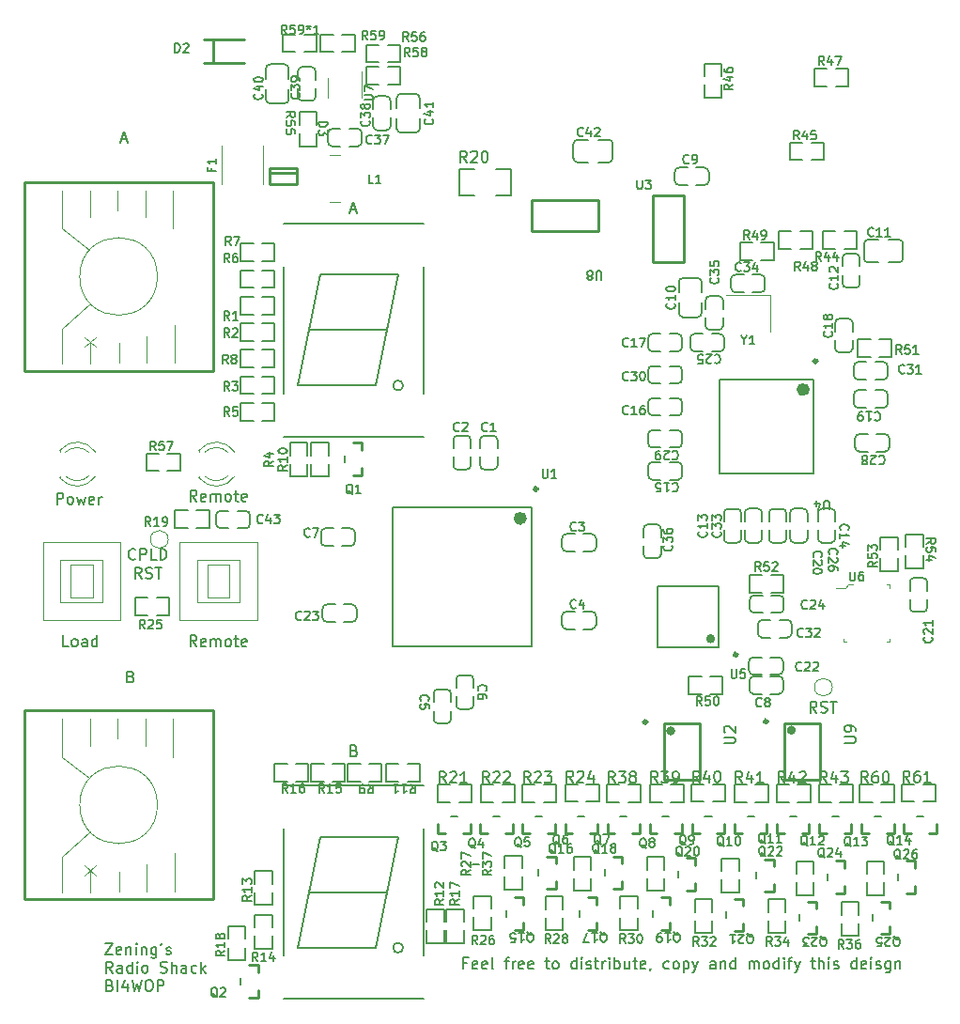
<source format=gbr>
%TF.GenerationSoftware,KiCad,Pcbnew,(5.1.4)-1*%
%TF.CreationDate,2019-11-01T19:47:46+08:00*%
%TF.ProjectId,AntennaSwitch_6x2,416e7465-6e6e-4615-9377-697463685f36,rev?*%
%TF.SameCoordinates,Original*%
%TF.FileFunction,Legend,Top*%
%TF.FilePolarity,Positive*%
%FSLAX46Y46*%
G04 Gerber Fmt 4.6, Leading zero omitted, Abs format (unit mm)*
G04 Created by KiCad (PCBNEW (5.1.4)-1) date 2019-11-01 19:47:46*
%MOMM*%
%LPD*%
G04 APERTURE LIST*
%ADD10C,0.150000*%
%ADD11C,0.170000*%
%ADD12C,0.254000*%
%ADD13C,0.400000*%
%ADD14C,0.300000*%
%ADD15C,0.200000*%
%ADD16C,0.120000*%
%ADD17C,0.600000*%
%ADD18C,0.100000*%
%ADD19C,0.250000*%
G04 APERTURE END LIST*
D10*
X91386857Y-134650171D02*
X91053523Y-134650171D01*
X91053523Y-135173980D02*
X91053523Y-134173980D01*
X91529714Y-134173980D01*
X92291619Y-135126361D02*
X92196380Y-135173980D01*
X92005904Y-135173980D01*
X91910666Y-135126361D01*
X91863047Y-135031123D01*
X91863047Y-134650171D01*
X91910666Y-134554933D01*
X92005904Y-134507314D01*
X92196380Y-134507314D01*
X92291619Y-134554933D01*
X92339238Y-134650171D01*
X92339238Y-134745409D01*
X91863047Y-134840647D01*
X93148761Y-135126361D02*
X93053523Y-135173980D01*
X92863047Y-135173980D01*
X92767809Y-135126361D01*
X92720190Y-135031123D01*
X92720190Y-134650171D01*
X92767809Y-134554933D01*
X92863047Y-134507314D01*
X93053523Y-134507314D01*
X93148761Y-134554933D01*
X93196380Y-134650171D01*
X93196380Y-134745409D01*
X92720190Y-134840647D01*
X93767809Y-135173980D02*
X93672571Y-135126361D01*
X93624952Y-135031123D01*
X93624952Y-134173980D01*
X94767809Y-134507314D02*
X95148761Y-134507314D01*
X94910666Y-135173980D02*
X94910666Y-134316838D01*
X94958285Y-134221600D01*
X95053523Y-134173980D01*
X95148761Y-134173980D01*
X95482095Y-135173980D02*
X95482095Y-134507314D01*
X95482095Y-134697790D02*
X95529714Y-134602552D01*
X95577333Y-134554933D01*
X95672571Y-134507314D01*
X95767809Y-134507314D01*
X96482095Y-135126361D02*
X96386857Y-135173980D01*
X96196380Y-135173980D01*
X96101142Y-135126361D01*
X96053523Y-135031123D01*
X96053523Y-134650171D01*
X96101142Y-134554933D01*
X96196380Y-134507314D01*
X96386857Y-134507314D01*
X96482095Y-134554933D01*
X96529714Y-134650171D01*
X96529714Y-134745409D01*
X96053523Y-134840647D01*
X97339238Y-135126361D02*
X97244000Y-135173980D01*
X97053523Y-135173980D01*
X96958285Y-135126361D01*
X96910666Y-135031123D01*
X96910666Y-134650171D01*
X96958285Y-134554933D01*
X97053523Y-134507314D01*
X97244000Y-134507314D01*
X97339238Y-134554933D01*
X97386857Y-134650171D01*
X97386857Y-134745409D01*
X96910666Y-134840647D01*
X98434476Y-134507314D02*
X98815428Y-134507314D01*
X98577333Y-134173980D02*
X98577333Y-135031123D01*
X98624952Y-135126361D01*
X98720190Y-135173980D01*
X98815428Y-135173980D01*
X99291619Y-135173980D02*
X99196380Y-135126361D01*
X99148761Y-135078742D01*
X99101142Y-134983504D01*
X99101142Y-134697790D01*
X99148761Y-134602552D01*
X99196380Y-134554933D01*
X99291619Y-134507314D01*
X99434476Y-134507314D01*
X99529714Y-134554933D01*
X99577333Y-134602552D01*
X99624952Y-134697790D01*
X99624952Y-134983504D01*
X99577333Y-135078742D01*
X99529714Y-135126361D01*
X99434476Y-135173980D01*
X99291619Y-135173980D01*
X101244000Y-135173980D02*
X101244000Y-134173980D01*
X101244000Y-135126361D02*
X101148761Y-135173980D01*
X100958285Y-135173980D01*
X100863047Y-135126361D01*
X100815428Y-135078742D01*
X100767809Y-134983504D01*
X100767809Y-134697790D01*
X100815428Y-134602552D01*
X100863047Y-134554933D01*
X100958285Y-134507314D01*
X101148761Y-134507314D01*
X101244000Y-134554933D01*
X101720190Y-135173980D02*
X101720190Y-134507314D01*
X101720190Y-134173980D02*
X101672571Y-134221600D01*
X101720190Y-134269219D01*
X101767809Y-134221600D01*
X101720190Y-134173980D01*
X101720190Y-134269219D01*
X102148761Y-135126361D02*
X102244000Y-135173980D01*
X102434476Y-135173980D01*
X102529714Y-135126361D01*
X102577333Y-135031123D01*
X102577333Y-134983504D01*
X102529714Y-134888266D01*
X102434476Y-134840647D01*
X102291619Y-134840647D01*
X102196380Y-134793028D01*
X102148761Y-134697790D01*
X102148761Y-134650171D01*
X102196380Y-134554933D01*
X102291619Y-134507314D01*
X102434476Y-134507314D01*
X102529714Y-134554933D01*
X102863047Y-134507314D02*
X103244000Y-134507314D01*
X103005904Y-134173980D02*
X103005904Y-135031123D01*
X103053523Y-135126361D01*
X103148761Y-135173980D01*
X103244000Y-135173980D01*
X103577333Y-135173980D02*
X103577333Y-134507314D01*
X103577333Y-134697790D02*
X103624952Y-134602552D01*
X103672571Y-134554933D01*
X103767809Y-134507314D01*
X103863047Y-134507314D01*
X104196380Y-135173980D02*
X104196380Y-134507314D01*
X104196380Y-134173980D02*
X104148761Y-134221600D01*
X104196380Y-134269219D01*
X104244000Y-134221600D01*
X104196380Y-134173980D01*
X104196380Y-134269219D01*
X104672571Y-135173980D02*
X104672571Y-134173980D01*
X104672571Y-134554933D02*
X104767809Y-134507314D01*
X104958285Y-134507314D01*
X105053523Y-134554933D01*
X105101142Y-134602552D01*
X105148761Y-134697790D01*
X105148761Y-134983504D01*
X105101142Y-135078742D01*
X105053523Y-135126361D01*
X104958285Y-135173980D01*
X104767809Y-135173980D01*
X104672571Y-135126361D01*
X106005904Y-134507314D02*
X106005904Y-135173980D01*
X105577333Y-134507314D02*
X105577333Y-135031123D01*
X105624952Y-135126361D01*
X105720190Y-135173980D01*
X105863047Y-135173980D01*
X105958285Y-135126361D01*
X106005904Y-135078742D01*
X106339238Y-134507314D02*
X106720190Y-134507314D01*
X106482095Y-134173980D02*
X106482095Y-135031123D01*
X106529714Y-135126361D01*
X106624952Y-135173980D01*
X106720190Y-135173980D01*
X107434476Y-135126361D02*
X107339238Y-135173980D01*
X107148761Y-135173980D01*
X107053523Y-135126361D01*
X107005904Y-135031123D01*
X107005904Y-134650171D01*
X107053523Y-134554933D01*
X107148761Y-134507314D01*
X107339238Y-134507314D01*
X107434476Y-134554933D01*
X107482095Y-134650171D01*
X107482095Y-134745409D01*
X107005904Y-134840647D01*
X107958285Y-135126361D02*
X107958285Y-135173980D01*
X107910666Y-135269219D01*
X107863047Y-135316838D01*
X109577333Y-135126361D02*
X109482095Y-135173980D01*
X109291619Y-135173980D01*
X109196380Y-135126361D01*
X109148761Y-135078742D01*
X109101142Y-134983504D01*
X109101142Y-134697790D01*
X109148761Y-134602552D01*
X109196380Y-134554933D01*
X109291619Y-134507314D01*
X109482095Y-134507314D01*
X109577333Y-134554933D01*
X110148761Y-135173980D02*
X110053523Y-135126361D01*
X110005904Y-135078742D01*
X109958285Y-134983504D01*
X109958285Y-134697790D01*
X110005904Y-134602552D01*
X110053523Y-134554933D01*
X110148761Y-134507314D01*
X110291619Y-134507314D01*
X110386857Y-134554933D01*
X110434476Y-134602552D01*
X110482095Y-134697790D01*
X110482095Y-134983504D01*
X110434476Y-135078742D01*
X110386857Y-135126361D01*
X110291619Y-135173980D01*
X110148761Y-135173980D01*
X110910666Y-134507314D02*
X110910666Y-135507314D01*
X110910666Y-134554933D02*
X111005904Y-134507314D01*
X111196380Y-134507314D01*
X111291619Y-134554933D01*
X111339238Y-134602552D01*
X111386857Y-134697790D01*
X111386857Y-134983504D01*
X111339238Y-135078742D01*
X111291619Y-135126361D01*
X111196380Y-135173980D01*
X111005904Y-135173980D01*
X110910666Y-135126361D01*
X111720190Y-134507314D02*
X111958285Y-135173980D01*
X112196380Y-134507314D02*
X111958285Y-135173980D01*
X111863047Y-135412076D01*
X111815428Y-135459695D01*
X111720190Y-135507314D01*
X113767809Y-135173980D02*
X113767809Y-134650171D01*
X113720190Y-134554933D01*
X113624952Y-134507314D01*
X113434476Y-134507314D01*
X113339238Y-134554933D01*
X113767809Y-135126361D02*
X113672571Y-135173980D01*
X113434476Y-135173980D01*
X113339238Y-135126361D01*
X113291619Y-135031123D01*
X113291619Y-134935885D01*
X113339238Y-134840647D01*
X113434476Y-134793028D01*
X113672571Y-134793028D01*
X113767809Y-134745409D01*
X114243999Y-134507314D02*
X114243999Y-135173980D01*
X114243999Y-134602552D02*
X114291619Y-134554933D01*
X114386857Y-134507314D01*
X114529714Y-134507314D01*
X114624952Y-134554933D01*
X114672571Y-134650171D01*
X114672571Y-135173980D01*
X115577333Y-135173980D02*
X115577333Y-134173980D01*
X115577333Y-135126361D02*
X115482095Y-135173980D01*
X115291619Y-135173980D01*
X115196380Y-135126361D01*
X115148761Y-135078742D01*
X115101142Y-134983504D01*
X115101142Y-134697790D01*
X115148761Y-134602552D01*
X115196380Y-134554933D01*
X115291619Y-134507314D01*
X115482095Y-134507314D01*
X115577333Y-134554933D01*
X116815428Y-135173980D02*
X116815428Y-134507314D01*
X116815428Y-134602552D02*
X116863047Y-134554933D01*
X116958285Y-134507314D01*
X117101142Y-134507314D01*
X117196380Y-134554933D01*
X117243999Y-134650171D01*
X117243999Y-135173980D01*
X117243999Y-134650171D02*
X117291619Y-134554933D01*
X117386857Y-134507314D01*
X117529714Y-134507314D01*
X117624952Y-134554933D01*
X117672571Y-134650171D01*
X117672571Y-135173980D01*
X118291619Y-135173980D02*
X118196380Y-135126361D01*
X118148761Y-135078742D01*
X118101142Y-134983504D01*
X118101142Y-134697790D01*
X118148761Y-134602552D01*
X118196380Y-134554933D01*
X118291619Y-134507314D01*
X118434476Y-134507314D01*
X118529714Y-134554933D01*
X118577333Y-134602552D01*
X118624952Y-134697790D01*
X118624952Y-134983504D01*
X118577333Y-135078742D01*
X118529714Y-135126361D01*
X118434476Y-135173980D01*
X118291619Y-135173980D01*
X119482095Y-135173980D02*
X119482095Y-134173980D01*
X119482095Y-135126361D02*
X119386857Y-135173980D01*
X119196380Y-135173980D01*
X119101142Y-135126361D01*
X119053523Y-135078742D01*
X119005904Y-134983504D01*
X119005904Y-134697790D01*
X119053523Y-134602552D01*
X119101142Y-134554933D01*
X119196380Y-134507314D01*
X119386857Y-134507314D01*
X119482095Y-134554933D01*
X119958285Y-135173980D02*
X119958285Y-134507314D01*
X119958285Y-134173980D02*
X119910666Y-134221600D01*
X119958285Y-134269219D01*
X120005904Y-134221600D01*
X119958285Y-134173980D01*
X119958285Y-134269219D01*
X120291619Y-134507314D02*
X120672571Y-134507314D01*
X120434476Y-135173980D02*
X120434476Y-134316838D01*
X120482095Y-134221600D01*
X120577333Y-134173980D01*
X120672571Y-134173980D01*
X120910666Y-134507314D02*
X121148761Y-135173980D01*
X121386857Y-134507314D02*
X121148761Y-135173980D01*
X121053523Y-135412076D01*
X121005904Y-135459695D01*
X120910666Y-135507314D01*
X122386857Y-134507314D02*
X122767809Y-134507314D01*
X122529714Y-134173980D02*
X122529714Y-135031123D01*
X122577333Y-135126361D01*
X122672571Y-135173980D01*
X122767809Y-135173980D01*
X123101142Y-135173980D02*
X123101142Y-134173980D01*
X123529714Y-135173980D02*
X123529714Y-134650171D01*
X123482095Y-134554933D01*
X123386857Y-134507314D01*
X123243999Y-134507314D01*
X123148761Y-134554933D01*
X123101142Y-134602552D01*
X124005904Y-135173980D02*
X124005904Y-134507314D01*
X124005904Y-134173980D02*
X123958285Y-134221600D01*
X124005904Y-134269219D01*
X124053523Y-134221600D01*
X124005904Y-134173980D01*
X124005904Y-134269219D01*
X124434476Y-135126361D02*
X124529714Y-135173980D01*
X124720190Y-135173980D01*
X124815428Y-135126361D01*
X124863047Y-135031123D01*
X124863047Y-134983504D01*
X124815428Y-134888266D01*
X124720190Y-134840647D01*
X124577333Y-134840647D01*
X124482095Y-134793028D01*
X124434476Y-134697790D01*
X124434476Y-134650171D01*
X124482095Y-134554933D01*
X124577333Y-134507314D01*
X124720190Y-134507314D01*
X124815428Y-134554933D01*
X126482095Y-135173980D02*
X126482095Y-134173980D01*
X126482095Y-135126361D02*
X126386857Y-135173980D01*
X126196380Y-135173980D01*
X126101142Y-135126361D01*
X126053523Y-135078742D01*
X126005904Y-134983504D01*
X126005904Y-134697790D01*
X126053523Y-134602552D01*
X126101142Y-134554933D01*
X126196380Y-134507314D01*
X126386857Y-134507314D01*
X126482095Y-134554933D01*
X127339238Y-135126361D02*
X127243999Y-135173980D01*
X127053523Y-135173980D01*
X126958285Y-135126361D01*
X126910666Y-135031123D01*
X126910666Y-134650171D01*
X126958285Y-134554933D01*
X127053523Y-134507314D01*
X127243999Y-134507314D01*
X127339238Y-134554933D01*
X127386857Y-134650171D01*
X127386857Y-134745409D01*
X126910666Y-134840647D01*
X127815428Y-135173980D02*
X127815428Y-134507314D01*
X127815428Y-134173980D02*
X127767809Y-134221600D01*
X127815428Y-134269219D01*
X127863047Y-134221600D01*
X127815428Y-134173980D01*
X127815428Y-134269219D01*
X128243999Y-135126361D02*
X128339238Y-135173980D01*
X128529714Y-135173980D01*
X128624952Y-135126361D01*
X128672571Y-135031123D01*
X128672571Y-134983504D01*
X128624952Y-134888266D01*
X128529714Y-134840647D01*
X128386857Y-134840647D01*
X128291619Y-134793028D01*
X128243999Y-134697790D01*
X128243999Y-134650171D01*
X128291619Y-134554933D01*
X128386857Y-134507314D01*
X128529714Y-134507314D01*
X128624952Y-134554933D01*
X129529714Y-134507314D02*
X129529714Y-135316838D01*
X129482095Y-135412076D01*
X129434476Y-135459695D01*
X129339238Y-135507314D01*
X129196380Y-135507314D01*
X129101142Y-135459695D01*
X129529714Y-135126361D02*
X129434476Y-135173980D01*
X129243999Y-135173980D01*
X129148761Y-135126361D01*
X129101142Y-135078742D01*
X129053523Y-134983504D01*
X129053523Y-134697790D01*
X129101142Y-134602552D01*
X129148761Y-134554933D01*
X129243999Y-134507314D01*
X129434476Y-134507314D01*
X129529714Y-134554933D01*
X130005904Y-134507314D02*
X130005904Y-135173980D01*
X130005904Y-134602552D02*
X130053523Y-134554933D01*
X130148761Y-134507314D01*
X130291619Y-134507314D01*
X130386857Y-134554933D01*
X130434476Y-134650171D01*
X130434476Y-135173980D01*
X58761957Y-132879580D02*
X59428623Y-132879580D01*
X58761957Y-133879580D01*
X59428623Y-133879580D01*
X60190528Y-133831961D02*
X60095290Y-133879580D01*
X59904814Y-133879580D01*
X59809576Y-133831961D01*
X59761957Y-133736723D01*
X59761957Y-133355771D01*
X59809576Y-133260533D01*
X59904814Y-133212914D01*
X60095290Y-133212914D01*
X60190528Y-133260533D01*
X60238147Y-133355771D01*
X60238147Y-133451009D01*
X59761957Y-133546247D01*
X60666719Y-133212914D02*
X60666719Y-133879580D01*
X60666719Y-133308152D02*
X60714338Y-133260533D01*
X60809576Y-133212914D01*
X60952433Y-133212914D01*
X61047671Y-133260533D01*
X61095290Y-133355771D01*
X61095290Y-133879580D01*
X61571480Y-133879580D02*
X61571480Y-133212914D01*
X61571480Y-132879580D02*
X61523861Y-132927200D01*
X61571480Y-132974819D01*
X61619100Y-132927200D01*
X61571480Y-132879580D01*
X61571480Y-132974819D01*
X62047671Y-133212914D02*
X62047671Y-133879580D01*
X62047671Y-133308152D02*
X62095290Y-133260533D01*
X62190528Y-133212914D01*
X62333385Y-133212914D01*
X62428623Y-133260533D01*
X62476242Y-133355771D01*
X62476242Y-133879580D01*
X63381004Y-133212914D02*
X63381004Y-134022438D01*
X63333385Y-134117676D01*
X63285766Y-134165295D01*
X63190528Y-134212914D01*
X63047671Y-134212914D01*
X62952433Y-134165295D01*
X63381004Y-133831961D02*
X63285766Y-133879580D01*
X63095290Y-133879580D01*
X63000052Y-133831961D01*
X62952433Y-133784342D01*
X62904814Y-133689104D01*
X62904814Y-133403390D01*
X62952433Y-133308152D01*
X63000052Y-133260533D01*
X63095290Y-133212914D01*
X63285766Y-133212914D01*
X63381004Y-133260533D01*
X63904814Y-132879580D02*
X63809576Y-133070057D01*
X64285766Y-133831961D02*
X64381004Y-133879580D01*
X64571480Y-133879580D01*
X64666719Y-133831961D01*
X64714338Y-133736723D01*
X64714338Y-133689104D01*
X64666719Y-133593866D01*
X64571480Y-133546247D01*
X64428623Y-133546247D01*
X64333385Y-133498628D01*
X64285766Y-133403390D01*
X64285766Y-133355771D01*
X64333385Y-133260533D01*
X64428623Y-133212914D01*
X64571480Y-133212914D01*
X64666719Y-133260533D01*
X59428623Y-135529580D02*
X59095290Y-135053390D01*
X58857195Y-135529580D02*
X58857195Y-134529580D01*
X59238147Y-134529580D01*
X59333385Y-134577200D01*
X59381004Y-134624819D01*
X59428623Y-134720057D01*
X59428623Y-134862914D01*
X59381004Y-134958152D01*
X59333385Y-135005771D01*
X59238147Y-135053390D01*
X58857195Y-135053390D01*
X60285766Y-135529580D02*
X60285766Y-135005771D01*
X60238147Y-134910533D01*
X60142909Y-134862914D01*
X59952433Y-134862914D01*
X59857195Y-134910533D01*
X60285766Y-135481961D02*
X60190528Y-135529580D01*
X59952433Y-135529580D01*
X59857195Y-135481961D01*
X59809576Y-135386723D01*
X59809576Y-135291485D01*
X59857195Y-135196247D01*
X59952433Y-135148628D01*
X60190528Y-135148628D01*
X60285766Y-135101009D01*
X61190528Y-135529580D02*
X61190528Y-134529580D01*
X61190528Y-135481961D02*
X61095290Y-135529580D01*
X60904814Y-135529580D01*
X60809576Y-135481961D01*
X60761957Y-135434342D01*
X60714338Y-135339104D01*
X60714338Y-135053390D01*
X60761957Y-134958152D01*
X60809576Y-134910533D01*
X60904814Y-134862914D01*
X61095290Y-134862914D01*
X61190528Y-134910533D01*
X61666719Y-135529580D02*
X61666719Y-134862914D01*
X61666719Y-134529580D02*
X61619100Y-134577200D01*
X61666719Y-134624819D01*
X61714338Y-134577200D01*
X61666719Y-134529580D01*
X61666719Y-134624819D01*
X62285766Y-135529580D02*
X62190528Y-135481961D01*
X62142909Y-135434342D01*
X62095290Y-135339104D01*
X62095290Y-135053390D01*
X62142909Y-134958152D01*
X62190528Y-134910533D01*
X62285766Y-134862914D01*
X62428623Y-134862914D01*
X62523861Y-134910533D01*
X62571480Y-134958152D01*
X62619100Y-135053390D01*
X62619100Y-135339104D01*
X62571480Y-135434342D01*
X62523861Y-135481961D01*
X62428623Y-135529580D01*
X62285766Y-135529580D01*
X63761957Y-135481961D02*
X63904814Y-135529580D01*
X64142909Y-135529580D01*
X64238147Y-135481961D01*
X64285766Y-135434342D01*
X64333385Y-135339104D01*
X64333385Y-135243866D01*
X64285766Y-135148628D01*
X64238147Y-135101009D01*
X64142909Y-135053390D01*
X63952433Y-135005771D01*
X63857195Y-134958152D01*
X63809576Y-134910533D01*
X63761957Y-134815295D01*
X63761957Y-134720057D01*
X63809576Y-134624819D01*
X63857195Y-134577200D01*
X63952433Y-134529580D01*
X64190528Y-134529580D01*
X64333385Y-134577200D01*
X64761957Y-135529580D02*
X64761957Y-134529580D01*
X65190528Y-135529580D02*
X65190528Y-135005771D01*
X65142909Y-134910533D01*
X65047671Y-134862914D01*
X64904814Y-134862914D01*
X64809576Y-134910533D01*
X64761957Y-134958152D01*
X66095290Y-135529580D02*
X66095290Y-135005771D01*
X66047671Y-134910533D01*
X65952433Y-134862914D01*
X65761957Y-134862914D01*
X65666719Y-134910533D01*
X66095290Y-135481961D02*
X66000052Y-135529580D01*
X65761957Y-135529580D01*
X65666719Y-135481961D01*
X65619100Y-135386723D01*
X65619100Y-135291485D01*
X65666719Y-135196247D01*
X65761957Y-135148628D01*
X66000052Y-135148628D01*
X66095290Y-135101009D01*
X67000052Y-135481961D02*
X66904814Y-135529580D01*
X66714338Y-135529580D01*
X66619100Y-135481961D01*
X66571480Y-135434342D01*
X66523861Y-135339104D01*
X66523861Y-135053390D01*
X66571480Y-134958152D01*
X66619100Y-134910533D01*
X66714338Y-134862914D01*
X66904814Y-134862914D01*
X67000052Y-134910533D01*
X67428623Y-135529580D02*
X67428623Y-134529580D01*
X67523861Y-135148628D02*
X67809576Y-135529580D01*
X67809576Y-134862914D02*
X67428623Y-135243866D01*
X59190528Y-136655771D02*
X59333385Y-136703390D01*
X59381004Y-136751009D01*
X59428623Y-136846247D01*
X59428623Y-136989104D01*
X59381004Y-137084342D01*
X59333385Y-137131961D01*
X59238147Y-137179580D01*
X58857195Y-137179580D01*
X58857195Y-136179580D01*
X59190528Y-136179580D01*
X59285766Y-136227200D01*
X59333385Y-136274819D01*
X59381004Y-136370057D01*
X59381004Y-136465295D01*
X59333385Y-136560533D01*
X59285766Y-136608152D01*
X59190528Y-136655771D01*
X58857195Y-136655771D01*
X59857195Y-137179580D02*
X59857195Y-136179580D01*
X60761957Y-136512914D02*
X60761957Y-137179580D01*
X60523861Y-136131961D02*
X60285766Y-136846247D01*
X60904814Y-136846247D01*
X61190528Y-136179580D02*
X61428623Y-137179580D01*
X61619100Y-136465295D01*
X61809576Y-137179580D01*
X62047671Y-136179580D01*
X62619100Y-136179580D02*
X62809576Y-136179580D01*
X62904814Y-136227200D01*
X63000052Y-136322438D01*
X63047671Y-136512914D01*
X63047671Y-136846247D01*
X63000052Y-137036723D01*
X62904814Y-137131961D01*
X62809576Y-137179580D01*
X62619100Y-137179580D01*
X62523861Y-137131961D01*
X62428623Y-137036723D01*
X62381004Y-136846247D01*
X62381004Y-136512914D01*
X62428623Y-136322438D01*
X62523861Y-136227200D01*
X62619100Y-136179580D01*
X63476242Y-137179580D02*
X63476242Y-136179580D01*
X63857195Y-136179580D01*
X63952433Y-136227200D01*
X64000052Y-136274819D01*
X64047671Y-136370057D01*
X64047671Y-136512914D01*
X64000052Y-136608152D01*
X63952433Y-136655771D01*
X63857195Y-136703390D01*
X63476242Y-136703390D01*
D11*
X61490361Y-98226542D02*
X61442742Y-98274161D01*
X61299885Y-98321780D01*
X61204647Y-98321780D01*
X61061790Y-98274161D01*
X60966552Y-98178923D01*
X60918933Y-98083685D01*
X60871314Y-97893209D01*
X60871314Y-97750352D01*
X60918933Y-97559876D01*
X60966552Y-97464638D01*
X61061790Y-97369400D01*
X61204647Y-97321780D01*
X61299885Y-97321780D01*
X61442742Y-97369400D01*
X61490361Y-97417019D01*
X61918933Y-98321780D02*
X61918933Y-97321780D01*
X62299885Y-97321780D01*
X62395123Y-97369400D01*
X62442742Y-97417019D01*
X62490361Y-97512257D01*
X62490361Y-97655114D01*
X62442742Y-97750352D01*
X62395123Y-97797971D01*
X62299885Y-97845590D01*
X61918933Y-97845590D01*
X63395123Y-98321780D02*
X62918933Y-98321780D01*
X62918933Y-97321780D01*
X63728457Y-98321780D02*
X63728457Y-97321780D01*
X63966552Y-97321780D01*
X64109409Y-97369400D01*
X64204647Y-97464638D01*
X64252266Y-97559876D01*
X64299885Y-97750352D01*
X64299885Y-97893209D01*
X64252266Y-98083685D01*
X64204647Y-98178923D01*
X64109409Y-98274161D01*
X63966552Y-98321780D01*
X63728457Y-98321780D01*
X62037980Y-99991780D02*
X61704647Y-99515590D01*
X61466552Y-99991780D02*
X61466552Y-98991780D01*
X61847504Y-98991780D01*
X61942742Y-99039400D01*
X61990361Y-99087019D01*
X62037980Y-99182257D01*
X62037980Y-99325114D01*
X61990361Y-99420352D01*
X61942742Y-99467971D01*
X61847504Y-99515590D01*
X61466552Y-99515590D01*
X62418933Y-99944161D02*
X62561790Y-99991780D01*
X62799885Y-99991780D01*
X62895123Y-99944161D01*
X62942742Y-99896542D01*
X62990361Y-99801304D01*
X62990361Y-99706066D01*
X62942742Y-99610828D01*
X62895123Y-99563209D01*
X62799885Y-99515590D01*
X62609409Y-99467971D01*
X62514171Y-99420352D01*
X62466552Y-99372733D01*
X62418933Y-99277495D01*
X62418933Y-99182257D01*
X62466552Y-99087019D01*
X62514171Y-99039400D01*
X62609409Y-98991780D01*
X62847504Y-98991780D01*
X62990361Y-99039400D01*
X63276076Y-98991780D02*
X63847504Y-98991780D01*
X63561790Y-99991780D02*
X63561790Y-98991780D01*
D10*
X122896380Y-112085380D02*
X122563047Y-111609190D01*
X122324952Y-112085380D02*
X122324952Y-111085380D01*
X122705904Y-111085380D01*
X122801142Y-111133000D01*
X122848761Y-111180619D01*
X122896380Y-111275857D01*
X122896380Y-111418714D01*
X122848761Y-111513952D01*
X122801142Y-111561571D01*
X122705904Y-111609190D01*
X122324952Y-111609190D01*
X123277333Y-112037761D02*
X123420190Y-112085380D01*
X123658285Y-112085380D01*
X123753523Y-112037761D01*
X123801142Y-111990142D01*
X123848761Y-111894904D01*
X123848761Y-111799666D01*
X123801142Y-111704428D01*
X123753523Y-111656809D01*
X123658285Y-111609190D01*
X123467809Y-111561571D01*
X123372571Y-111513952D01*
X123324952Y-111466333D01*
X123277333Y-111371095D01*
X123277333Y-111275857D01*
X123324952Y-111180619D01*
X123372571Y-111133000D01*
X123467809Y-111085380D01*
X123705904Y-111085380D01*
X123848761Y-111133000D01*
X124134476Y-111085380D02*
X124705904Y-111085380D01*
X124420190Y-112085380D02*
X124420190Y-111085380D01*
X91897238Y-125787142D02*
X92506761Y-125787142D01*
X67008619Y-106116380D02*
X66675285Y-105640190D01*
X66437190Y-106116380D02*
X66437190Y-105116380D01*
X66818142Y-105116380D01*
X66913380Y-105164000D01*
X66961000Y-105211619D01*
X67008619Y-105306857D01*
X67008619Y-105449714D01*
X66961000Y-105544952D01*
X66913380Y-105592571D01*
X66818142Y-105640190D01*
X66437190Y-105640190D01*
X67818142Y-106068761D02*
X67722904Y-106116380D01*
X67532428Y-106116380D01*
X67437190Y-106068761D01*
X67389571Y-105973523D01*
X67389571Y-105592571D01*
X67437190Y-105497333D01*
X67532428Y-105449714D01*
X67722904Y-105449714D01*
X67818142Y-105497333D01*
X67865761Y-105592571D01*
X67865761Y-105687809D01*
X67389571Y-105783047D01*
X68294333Y-106116380D02*
X68294333Y-105449714D01*
X68294333Y-105544952D02*
X68341952Y-105497333D01*
X68437190Y-105449714D01*
X68580047Y-105449714D01*
X68675285Y-105497333D01*
X68722904Y-105592571D01*
X68722904Y-106116380D01*
X68722904Y-105592571D02*
X68770523Y-105497333D01*
X68865761Y-105449714D01*
X69008619Y-105449714D01*
X69103857Y-105497333D01*
X69151476Y-105592571D01*
X69151476Y-106116380D01*
X69770523Y-106116380D02*
X69675285Y-106068761D01*
X69627666Y-106021142D01*
X69580047Y-105925904D01*
X69580047Y-105640190D01*
X69627666Y-105544952D01*
X69675285Y-105497333D01*
X69770523Y-105449714D01*
X69913380Y-105449714D01*
X70008619Y-105497333D01*
X70056238Y-105544952D01*
X70103857Y-105640190D01*
X70103857Y-105925904D01*
X70056238Y-106021142D01*
X70008619Y-106068761D01*
X69913380Y-106116380D01*
X69770523Y-106116380D01*
X70389571Y-105449714D02*
X70770523Y-105449714D01*
X70532428Y-105116380D02*
X70532428Y-105973523D01*
X70580047Y-106068761D01*
X70675285Y-106116380D01*
X70770523Y-106116380D01*
X71484809Y-106068761D02*
X71389571Y-106116380D01*
X71199095Y-106116380D01*
X71103857Y-106068761D01*
X71056238Y-105973523D01*
X71056238Y-105592571D01*
X71103857Y-105497333D01*
X71199095Y-105449714D01*
X71389571Y-105449714D01*
X71484809Y-105497333D01*
X71532428Y-105592571D01*
X71532428Y-105687809D01*
X71056238Y-105783047D01*
X55467380Y-106116380D02*
X54991190Y-106116380D01*
X54991190Y-105116380D01*
X55943571Y-106116380D02*
X55848333Y-106068761D01*
X55800714Y-106021142D01*
X55753095Y-105925904D01*
X55753095Y-105640190D01*
X55800714Y-105544952D01*
X55848333Y-105497333D01*
X55943571Y-105449714D01*
X56086428Y-105449714D01*
X56181666Y-105497333D01*
X56229285Y-105544952D01*
X56276904Y-105640190D01*
X56276904Y-105925904D01*
X56229285Y-106021142D01*
X56181666Y-106068761D01*
X56086428Y-106116380D01*
X55943571Y-106116380D01*
X57134047Y-106116380D02*
X57134047Y-105592571D01*
X57086428Y-105497333D01*
X56991190Y-105449714D01*
X56800714Y-105449714D01*
X56705476Y-105497333D01*
X57134047Y-106068761D02*
X57038809Y-106116380D01*
X56800714Y-106116380D01*
X56705476Y-106068761D01*
X56657857Y-105973523D01*
X56657857Y-105878285D01*
X56705476Y-105783047D01*
X56800714Y-105735428D01*
X57038809Y-105735428D01*
X57134047Y-105687809D01*
X58038809Y-106116380D02*
X58038809Y-105116380D01*
X58038809Y-106068761D02*
X57943571Y-106116380D01*
X57753095Y-106116380D01*
X57657857Y-106068761D01*
X57610238Y-106021142D01*
X57562619Y-105925904D01*
X57562619Y-105640190D01*
X57610238Y-105544952D01*
X57657857Y-105497333D01*
X57753095Y-105449714D01*
X57943571Y-105449714D01*
X58038809Y-105497333D01*
X81224428Y-115498571D02*
X81367285Y-115546190D01*
X81414904Y-115593809D01*
X81462523Y-115689047D01*
X81462523Y-115831904D01*
X81414904Y-115927142D01*
X81367285Y-115974761D01*
X81272047Y-116022380D01*
X80891095Y-116022380D01*
X80891095Y-115022380D01*
X81224428Y-115022380D01*
X81319666Y-115070000D01*
X81367285Y-115117619D01*
X81414904Y-115212857D01*
X81414904Y-115308095D01*
X81367285Y-115403333D01*
X81319666Y-115450952D01*
X81224428Y-115498571D01*
X80891095Y-115498571D01*
X80851404Y-66778166D02*
X81327595Y-66778166D01*
X80756166Y-67063880D02*
X81089500Y-66063880D01*
X81422833Y-67063880D01*
X61094928Y-108831071D02*
X61237785Y-108878690D01*
X61285404Y-108926309D01*
X61333023Y-109021547D01*
X61333023Y-109164404D01*
X61285404Y-109259642D01*
X61237785Y-109307261D01*
X61142547Y-109354880D01*
X60761595Y-109354880D01*
X60761595Y-108354880D01*
X61094928Y-108354880D01*
X61190166Y-108402500D01*
X61237785Y-108450119D01*
X61285404Y-108545357D01*
X61285404Y-108640595D01*
X61237785Y-108735833D01*
X61190166Y-108783452D01*
X61094928Y-108831071D01*
X60761595Y-108831071D01*
X60213904Y-60428166D02*
X60690095Y-60428166D01*
X60118666Y-60713880D02*
X60452000Y-59713880D01*
X60785333Y-60713880D01*
X67008619Y-93035380D02*
X66675285Y-92559190D01*
X66437190Y-93035380D02*
X66437190Y-92035380D01*
X66818142Y-92035380D01*
X66913380Y-92083000D01*
X66961000Y-92130619D01*
X67008619Y-92225857D01*
X67008619Y-92368714D01*
X66961000Y-92463952D01*
X66913380Y-92511571D01*
X66818142Y-92559190D01*
X66437190Y-92559190D01*
X67818142Y-92987761D02*
X67722904Y-93035380D01*
X67532428Y-93035380D01*
X67437190Y-92987761D01*
X67389571Y-92892523D01*
X67389571Y-92511571D01*
X67437190Y-92416333D01*
X67532428Y-92368714D01*
X67722904Y-92368714D01*
X67818142Y-92416333D01*
X67865761Y-92511571D01*
X67865761Y-92606809D01*
X67389571Y-92702047D01*
X68294333Y-93035380D02*
X68294333Y-92368714D01*
X68294333Y-92463952D02*
X68341952Y-92416333D01*
X68437190Y-92368714D01*
X68580047Y-92368714D01*
X68675285Y-92416333D01*
X68722904Y-92511571D01*
X68722904Y-93035380D01*
X68722904Y-92511571D02*
X68770523Y-92416333D01*
X68865761Y-92368714D01*
X69008619Y-92368714D01*
X69103857Y-92416333D01*
X69151476Y-92511571D01*
X69151476Y-93035380D01*
X69770523Y-93035380D02*
X69675285Y-92987761D01*
X69627666Y-92940142D01*
X69580047Y-92844904D01*
X69580047Y-92559190D01*
X69627666Y-92463952D01*
X69675285Y-92416333D01*
X69770523Y-92368714D01*
X69913380Y-92368714D01*
X70008619Y-92416333D01*
X70056238Y-92463952D01*
X70103857Y-92559190D01*
X70103857Y-92844904D01*
X70056238Y-92940142D01*
X70008619Y-92987761D01*
X69913380Y-93035380D01*
X69770523Y-93035380D01*
X70389571Y-92368714D02*
X70770523Y-92368714D01*
X70532428Y-92035380D02*
X70532428Y-92892523D01*
X70580047Y-92987761D01*
X70675285Y-93035380D01*
X70770523Y-93035380D01*
X71484809Y-92987761D02*
X71389571Y-93035380D01*
X71199095Y-93035380D01*
X71103857Y-92987761D01*
X71056238Y-92892523D01*
X71056238Y-92511571D01*
X71103857Y-92416333D01*
X71199095Y-92368714D01*
X71389571Y-92368714D01*
X71484809Y-92416333D01*
X71532428Y-92511571D01*
X71532428Y-92606809D01*
X71056238Y-92702047D01*
X54411809Y-93289380D02*
X54411809Y-92289380D01*
X54792761Y-92289380D01*
X54888000Y-92337000D01*
X54935619Y-92384619D01*
X54983238Y-92479857D01*
X54983238Y-92622714D01*
X54935619Y-92717952D01*
X54888000Y-92765571D01*
X54792761Y-92813190D01*
X54411809Y-92813190D01*
X55554666Y-93289380D02*
X55459428Y-93241761D01*
X55411809Y-93194142D01*
X55364190Y-93098904D01*
X55364190Y-92813190D01*
X55411809Y-92717952D01*
X55459428Y-92670333D01*
X55554666Y-92622714D01*
X55697523Y-92622714D01*
X55792761Y-92670333D01*
X55840380Y-92717952D01*
X55888000Y-92813190D01*
X55888000Y-93098904D01*
X55840380Y-93194142D01*
X55792761Y-93241761D01*
X55697523Y-93289380D01*
X55554666Y-93289380D01*
X56221333Y-92622714D02*
X56411809Y-93289380D01*
X56602285Y-92813190D01*
X56792761Y-93289380D01*
X56983238Y-92622714D01*
X57745142Y-93241761D02*
X57649904Y-93289380D01*
X57459428Y-93289380D01*
X57364190Y-93241761D01*
X57316571Y-93146523D01*
X57316571Y-92765571D01*
X57364190Y-92670333D01*
X57459428Y-92622714D01*
X57649904Y-92622714D01*
X57745142Y-92670333D01*
X57792761Y-92765571D01*
X57792761Y-92860809D01*
X57316571Y-92956047D01*
X58221333Y-93289380D02*
X58221333Y-92622714D01*
X58221333Y-92813190D02*
X58268952Y-92717952D01*
X58316571Y-92670333D01*
X58411809Y-92622714D01*
X58507047Y-92622714D01*
D12*
X120015000Y-113020000D02*
X120015000Y-118120000D01*
X123215000Y-113020000D02*
X123215000Y-118120000D01*
X120015000Y-113020000D02*
X123215000Y-113020000D01*
X120015000Y-118120000D02*
X123215000Y-118120000D01*
D13*
X120815000Y-113670000D02*
G75*
G03X120815000Y-113670000I-200000J0D01*
G01*
D14*
X118465000Y-112870000D02*
G75*
G03X118465000Y-112870000I-150000J0D01*
G01*
D12*
X109144000Y-113071000D02*
X109144000Y-118171000D01*
X112344000Y-113071000D02*
X112344000Y-118171000D01*
X109144000Y-113071000D02*
X112344000Y-113071000D01*
X109144000Y-118171000D02*
X112344000Y-118171000D01*
D13*
X109944000Y-113721000D02*
G75*
G03X109944000Y-113721000I-200000J0D01*
G01*
D14*
X107594000Y-112921000D02*
G75*
G03X107594000Y-112921000I-150000J0D01*
G01*
D15*
X130545000Y-118539000D02*
X131680000Y-118539000D01*
X133615000Y-120119000D02*
X133615000Y-118539000D01*
X130545000Y-120119000D02*
X130545000Y-118539000D01*
X132480000Y-118539000D02*
X133615000Y-118539000D01*
X130545000Y-120119000D02*
X131680000Y-120119000D01*
X132480000Y-120119000D02*
X133615000Y-120119000D01*
X126786000Y-118590000D02*
X127921000Y-118590000D01*
X129856000Y-120170000D02*
X129856000Y-118590000D01*
X126786000Y-120170000D02*
X126786000Y-118590000D01*
X128721000Y-118590000D02*
X129856000Y-118590000D01*
X126786000Y-120170000D02*
X127921000Y-120170000D01*
X128721000Y-120170000D02*
X129856000Y-120170000D01*
X123077000Y-118590000D02*
X124212000Y-118590000D01*
X126147000Y-120170000D02*
X126147000Y-118590000D01*
X123077000Y-120170000D02*
X123077000Y-118590000D01*
X125012000Y-118590000D02*
X126147000Y-118590000D01*
X123077000Y-120170000D02*
X124212000Y-120170000D01*
X125012000Y-120170000D02*
X126147000Y-120170000D01*
X119275000Y-118590000D02*
X120410000Y-118590000D01*
X122345000Y-120170000D02*
X122345000Y-118590000D01*
X119275000Y-120170000D02*
X119275000Y-118590000D01*
X121210000Y-118590000D02*
X122345000Y-118590000D01*
X119275000Y-120170000D02*
X120410000Y-120170000D01*
X121210000Y-120170000D02*
X122345000Y-120170000D01*
X115457000Y-118590000D02*
X116592000Y-118590000D01*
X118527000Y-120170000D02*
X118527000Y-118590000D01*
X115457000Y-120170000D02*
X115457000Y-118590000D01*
X117392000Y-118590000D02*
X118527000Y-118590000D01*
X115457000Y-120170000D02*
X116592000Y-120170000D01*
X117392000Y-120170000D02*
X118527000Y-120170000D01*
X111597000Y-118539000D02*
X112732000Y-118539000D01*
X114667000Y-120119000D02*
X114667000Y-118539000D01*
X111597000Y-120119000D02*
X111597000Y-118539000D01*
X113532000Y-118539000D02*
X114667000Y-118539000D01*
X111597000Y-120119000D02*
X112732000Y-120119000D01*
X113532000Y-120119000D02*
X114667000Y-120119000D01*
X107837000Y-118590000D02*
X108972000Y-118590000D01*
X110907000Y-120170000D02*
X110907000Y-118590000D01*
X107837000Y-120170000D02*
X107837000Y-118590000D01*
X109772000Y-118590000D02*
X110907000Y-118590000D01*
X107837000Y-120170000D02*
X108972000Y-120170000D01*
X109772000Y-120170000D02*
X110907000Y-120170000D01*
X103977000Y-118590000D02*
X105112000Y-118590000D01*
X107047000Y-120170000D02*
X107047000Y-118590000D01*
X103977000Y-120170000D02*
X103977000Y-118590000D01*
X105912000Y-118590000D02*
X107047000Y-118590000D01*
X103977000Y-120170000D02*
X105112000Y-120170000D01*
X105912000Y-120170000D02*
X107047000Y-120170000D01*
X100217000Y-118539000D02*
X101352000Y-118539000D01*
X103287000Y-120119000D02*
X103287000Y-118539000D01*
X100217000Y-120119000D02*
X100217000Y-118539000D01*
X102152000Y-118539000D02*
X103287000Y-118539000D01*
X100217000Y-120119000D02*
X101352000Y-120119000D01*
X102152000Y-120119000D02*
X103287000Y-120119000D01*
X96356600Y-118590000D02*
X97491600Y-118590000D01*
X99426600Y-120170000D02*
X99426600Y-118590000D01*
X96356600Y-120170000D02*
X96356600Y-118590000D01*
X98291600Y-118590000D02*
X99426600Y-118590000D01*
X96356600Y-120170000D02*
X97491600Y-120170000D01*
X98291600Y-120170000D02*
X99426600Y-120170000D01*
X92640200Y-118590000D02*
X93775200Y-118590000D01*
X95710200Y-120170000D02*
X95710200Y-118590000D01*
X92640200Y-120170000D02*
X92640200Y-118590000D01*
X94575200Y-118590000D02*
X95710200Y-118590000D01*
X92640200Y-120170000D02*
X93775200Y-120170000D01*
X94575200Y-120170000D02*
X95710200Y-120170000D01*
X88736600Y-118590000D02*
X89871600Y-118590000D01*
X91806600Y-120170000D02*
X91806600Y-118590000D01*
X88736600Y-120170000D02*
X88736600Y-118590000D01*
X90671600Y-118590000D02*
X91806600Y-118590000D01*
X88736600Y-120170000D02*
X89871600Y-120170000D01*
X90671600Y-120170000D02*
X91806600Y-120170000D01*
X92014800Y-65462000D02*
X90659800Y-65462000D01*
X92014800Y-63062000D02*
X90659800Y-63062000D01*
X95369800Y-63062000D02*
X94014800Y-63062000D01*
X95369800Y-63062000D02*
X95369800Y-65462000D01*
X90659800Y-63062000D02*
X90659800Y-65462000D01*
X95369800Y-65462000D02*
X94014800Y-65462000D01*
D16*
X69961000Y-98703000D02*
X69961000Y-101703000D01*
X67961000Y-98703000D02*
X67961000Y-101703000D01*
X67961000Y-101703000D02*
X69961000Y-101703000D01*
X67961000Y-98703000D02*
X69961000Y-98703000D01*
X70861000Y-102103000D02*
X70861000Y-98303000D01*
X70734000Y-98303000D02*
X70861000Y-98303000D01*
X67061000Y-98303000D02*
X70734000Y-98303000D01*
X67061000Y-102103000D02*
X70861000Y-102103000D01*
X67061000Y-98303000D02*
X67061000Y-102103000D01*
X72461000Y-103703000D02*
X72461000Y-96703000D01*
X65461000Y-96703000D02*
X65461000Y-103703000D01*
X65461000Y-103703000D02*
X72461000Y-103703000D01*
X65461000Y-96703000D02*
X72461000Y-96703000D01*
X57642000Y-98703000D02*
X57642000Y-101703000D01*
X55642000Y-98703000D02*
X55642000Y-101703000D01*
X55642000Y-101703000D02*
X57642000Y-101703000D01*
X55642000Y-98703000D02*
X57642000Y-98703000D01*
X58542000Y-102103000D02*
X58542000Y-98303000D01*
X58415000Y-98303000D02*
X58542000Y-98303000D01*
X54742000Y-98303000D02*
X58415000Y-98303000D01*
X54742000Y-102103000D02*
X58542000Y-102103000D01*
X54742000Y-98303000D02*
X54742000Y-102103000D01*
X60142000Y-103703000D02*
X60142000Y-96703000D01*
X53142000Y-96703000D02*
X53142000Y-103703000D01*
X53142000Y-103703000D02*
X60142000Y-103703000D01*
X53142000Y-96703000D02*
X60142000Y-96703000D01*
D15*
X65076500Y-93825000D02*
X66211500Y-93825000D01*
X68146500Y-95405000D02*
X68146500Y-93825000D01*
X65076500Y-95405000D02*
X65076500Y-93825000D01*
X67011500Y-93825000D02*
X68146500Y-93825000D01*
X65076500Y-95405000D02*
X66211500Y-95405000D01*
X67011500Y-95405000D02*
X68146500Y-95405000D01*
D16*
X64455619Y-96469200D02*
G75*
G03X64455619Y-96469200I-803219J0D01*
G01*
D15*
X69159500Y-93888500D02*
X69894500Y-93888500D01*
X71829500Y-95068500D02*
X71829500Y-94288500D01*
X68759500Y-95068500D02*
X68759500Y-94288500D01*
X70694500Y-93888500D02*
X71429500Y-93888500D01*
X70694500Y-95468500D02*
X71429500Y-95468500D01*
X69159500Y-95468500D02*
X69894500Y-95468500D01*
X71429500Y-93888500D02*
G75*
G02X71829500Y-94288500I0J-400000D01*
G01*
X71829500Y-95068500D02*
G75*
G02X71429500Y-95468500I-400000J0D01*
G01*
X69159500Y-95468500D02*
G75*
G02X68759500Y-95068500I0J400000D01*
G01*
X68759500Y-94288500D02*
G75*
G02X69159500Y-93888500I400000J0D01*
G01*
D16*
X124311219Y-109792000D02*
G75*
G03X124311219Y-109792000I-803219J0D01*
G01*
D15*
X97182000Y-93572000D02*
X84682000Y-93572000D01*
X97182000Y-106072000D02*
X84682000Y-106072000D01*
X97182000Y-93572000D02*
X97182000Y-106072000D01*
X84682000Y-93572000D02*
X84682000Y-106072000D01*
D14*
X97732000Y-91922000D02*
G75*
G03X97732000Y-91922000I-150000J0D01*
G01*
D17*
X96482000Y-94572000D02*
G75*
G03X96482000Y-94572000I-300000J0D01*
G01*
D10*
X85616214Y-82597000D02*
G75*
G03X85616214Y-82597000I-447214J0D01*
G01*
X78169000Y-72597000D02*
X77169000Y-77597000D01*
X77169000Y-77597000D02*
X76169000Y-82597000D01*
X76169000Y-82597000D02*
X83169000Y-82597000D01*
X83169000Y-82597000D02*
X84169000Y-77597000D01*
X85169000Y-72597000D02*
X84169000Y-77597000D01*
X84169000Y-77597000D02*
X77169000Y-77597000D01*
X78169000Y-72597000D02*
X85169000Y-72597000D01*
X87469000Y-87197000D02*
X74869000Y-87197000D01*
X74869000Y-71897000D02*
X74869000Y-83297000D01*
X87469000Y-71897000D02*
X87469000Y-83297000D01*
X74869000Y-67997000D02*
X87469000Y-67997000D01*
D15*
X117221000Y-108811000D02*
X117956000Y-108811000D01*
X119891000Y-109991000D02*
X119891000Y-109211000D01*
X116821000Y-109991000D02*
X116821000Y-109211000D01*
X118756000Y-108811000D02*
X119491000Y-108811000D01*
X118756000Y-110391000D02*
X119491000Y-110391000D01*
X117221000Y-110391000D02*
X117956000Y-110391000D01*
X119491000Y-108811000D02*
G75*
G02X119891000Y-109211000I0J-400000D01*
G01*
X119891000Y-109991000D02*
G75*
G02X119491000Y-110391000I-400000J0D01*
G01*
X117221000Y-110391000D02*
G75*
G02X116821000Y-109991000I0J400000D01*
G01*
X116821000Y-109211000D02*
G75*
G02X117221000Y-108811000I400000J0D01*
G01*
X91976000Y-109101000D02*
X91976000Y-109836000D01*
X90796000Y-111771000D02*
X91576000Y-111771000D01*
X90796000Y-108701000D02*
X91576000Y-108701000D01*
X91976000Y-110636000D02*
X91976000Y-111371000D01*
X90396000Y-110636000D02*
X90396000Y-111371000D01*
X90396000Y-109101000D02*
X90396000Y-109836000D01*
X91976000Y-111371000D02*
G75*
G02X91576000Y-111771000I-400000J0D01*
G01*
X90796000Y-111771000D02*
G75*
G02X90396000Y-111371000I0J400000D01*
G01*
X90396000Y-109101000D02*
G75*
G02X90796000Y-108701000I400000J0D01*
G01*
X91576000Y-108701000D02*
G75*
G02X91976000Y-109101000I0J-400000D01*
G01*
D12*
X103203000Y-65910000D02*
X97203000Y-65910000D01*
X103203000Y-68710000D02*
X103203000Y-65910000D01*
X103203000Y-68710000D02*
X97203000Y-68710000D01*
X97203000Y-68710000D02*
X97203000Y-65910000D01*
D15*
X117848000Y-74196000D02*
X117113000Y-74196000D01*
X115178000Y-73016000D02*
X115178000Y-73796000D01*
X118248000Y-73016000D02*
X118248000Y-73796000D01*
X116313000Y-74196000D02*
X115578000Y-74196000D01*
X116313000Y-72616000D02*
X115578000Y-72616000D01*
X117848000Y-72616000D02*
X117113000Y-72616000D01*
X115578000Y-74196000D02*
G75*
G02X115178000Y-73796000I0J400000D01*
G01*
X115178000Y-73016000D02*
G75*
G02X115578000Y-72616000I400000J0D01*
G01*
X117848000Y-72616000D02*
G75*
G02X118248000Y-73016000I0J-400000D01*
G01*
X118248000Y-73796000D02*
G75*
G02X117848000Y-74196000I-400000J0D01*
G01*
D12*
X67675600Y-51401400D02*
X71275600Y-51401400D01*
X67675600Y-53551400D02*
X71275600Y-53551400D01*
X68500600Y-53551400D02*
X68500600Y-51401400D01*
X76003000Y-63054000D02*
X76003000Y-64454000D01*
X73603000Y-63054000D02*
X73603000Y-64454000D01*
X73603000Y-63404000D02*
X76003000Y-63404000D01*
X73603000Y-63054000D02*
X76003000Y-63054000D01*
X73603000Y-64454000D02*
X76003000Y-64454000D01*
D15*
X76153200Y-56557800D02*
X76153200Y-55822800D01*
X77333200Y-53887800D02*
X76553200Y-53887800D01*
X77333200Y-56957800D02*
X76553200Y-56957800D01*
X76153200Y-55022800D02*
X76153200Y-54287800D01*
X77733200Y-55022800D02*
X77733200Y-54287800D01*
X77733200Y-56557800D02*
X77733200Y-55822800D01*
X76153200Y-54287800D02*
G75*
G02X76553200Y-53887800I400000J0D01*
G01*
X77333200Y-53887800D02*
G75*
G02X77733200Y-54287800I0J-400000D01*
G01*
X77733200Y-56557800D02*
G75*
G02X77333200Y-56957800I-400000J0D01*
G01*
X76553200Y-56957800D02*
G75*
G02X76153200Y-56557800I0J400000D01*
G01*
X82909600Y-59199400D02*
X82909600Y-58464400D01*
X84089600Y-56529400D02*
X83309600Y-56529400D01*
X84089600Y-59599400D02*
X83309600Y-59599400D01*
X82909600Y-57664400D02*
X82909600Y-56929400D01*
X84489600Y-57664400D02*
X84489600Y-56929400D01*
X84489600Y-59199400D02*
X84489600Y-58464400D01*
X82909600Y-56929400D02*
G75*
G02X83309600Y-56529400I400000J0D01*
G01*
X84089600Y-56529400D02*
G75*
G02X84489600Y-56929400I0J-400000D01*
G01*
X84489600Y-59199400D02*
G75*
G02X84089600Y-59599400I-400000J0D01*
G01*
X83309600Y-59599400D02*
G75*
G02X82909600Y-59199400I0J400000D01*
G01*
X79237200Y-59458800D02*
X79972200Y-59458800D01*
X81907200Y-60638800D02*
X81907200Y-59858800D01*
X78837200Y-60638800D02*
X78837200Y-59858800D01*
X80772200Y-59458800D02*
X81507200Y-59458800D01*
X80772200Y-61038800D02*
X81507200Y-61038800D01*
X79237200Y-61038800D02*
X79972200Y-61038800D01*
X81507200Y-59458800D02*
G75*
G02X81907200Y-59858800I0J-400000D01*
G01*
X81907200Y-60638800D02*
G75*
G02X81507200Y-61038800I-400000J0D01*
G01*
X79237200Y-61038800D02*
G75*
G02X78837200Y-60638800I0J400000D01*
G01*
X78837200Y-59858800D02*
G75*
G02X79237200Y-59458800I400000J0D01*
G01*
X108867000Y-95520000D02*
X108867000Y-96255000D01*
X107687000Y-98190000D02*
X108467000Y-98190000D01*
X107687000Y-95120000D02*
X108467000Y-95120000D01*
X108867000Y-97055000D02*
X108867000Y-97790000D01*
X107287000Y-97055000D02*
X107287000Y-97790000D01*
X107287000Y-95520000D02*
X107287000Y-96255000D01*
X108867000Y-97790000D02*
G75*
G02X108467000Y-98190000I-400000J0D01*
G01*
X107687000Y-98190000D02*
G75*
G02X107287000Y-97790000I0J400000D01*
G01*
X107287000Y-95520000D02*
G75*
G02X107687000Y-95120000I400000J0D01*
G01*
X108467000Y-95120000D02*
G75*
G02X108867000Y-95520000I0J-400000D01*
G01*
X112875000Y-77208000D02*
X112875000Y-76473000D01*
X114055000Y-74538000D02*
X113275000Y-74538000D01*
X114055000Y-77608000D02*
X113275000Y-77608000D01*
X112875000Y-75673000D02*
X112875000Y-74938000D01*
X114455000Y-75673000D02*
X114455000Y-74938000D01*
X114455000Y-77208000D02*
X114455000Y-76473000D01*
X112875000Y-74938000D02*
G75*
G02X113275000Y-74538000I400000J0D01*
G01*
X114055000Y-74538000D02*
G75*
G02X114455000Y-74938000I0J-400000D01*
G01*
X114455000Y-77208000D02*
G75*
G02X114055000Y-77608000I-400000J0D01*
G01*
X113275000Y-77608000D02*
G75*
G02X112875000Y-77208000I0J400000D01*
G01*
X116106000Y-94115000D02*
X116106000Y-94850000D01*
X114926000Y-96785000D02*
X115706000Y-96785000D01*
X114926000Y-93715000D02*
X115706000Y-93715000D01*
X116106000Y-95650000D02*
X116106000Y-96385000D01*
X114526000Y-95650000D02*
X114526000Y-96385000D01*
X114526000Y-94115000D02*
X114526000Y-94850000D01*
X116106000Y-96385000D02*
G75*
G02X115706000Y-96785000I-400000J0D01*
G01*
X114926000Y-96785000D02*
G75*
G02X114526000Y-96385000I0J400000D01*
G01*
X114526000Y-94115000D02*
G75*
G02X114926000Y-93715000I400000J0D01*
G01*
X115706000Y-93715000D02*
G75*
G02X116106000Y-94115000I0J-400000D01*
G01*
X117991000Y-103731000D02*
X118726000Y-103731000D01*
X120661000Y-104911000D02*
X120661000Y-104131000D01*
X117591000Y-104911000D02*
X117591000Y-104131000D01*
X119526000Y-103731000D02*
X120261000Y-103731000D01*
X119526000Y-105311000D02*
X120261000Y-105311000D01*
X117991000Y-105311000D02*
X118726000Y-105311000D01*
X120261000Y-103731000D02*
G75*
G02X120661000Y-104131000I0J-400000D01*
G01*
X120661000Y-104911000D02*
G75*
G02X120261000Y-105311000I-400000J0D01*
G01*
X117991000Y-105311000D02*
G75*
G02X117591000Y-104911000I0J400000D01*
G01*
X117591000Y-104131000D02*
G75*
G02X117991000Y-103731000I400000J0D01*
G01*
X126644000Y-80490000D02*
X127379000Y-80490000D01*
X129314000Y-81670000D02*
X129314000Y-80890000D01*
X126244000Y-81670000D02*
X126244000Y-80890000D01*
X128179000Y-80490000D02*
X128914000Y-80490000D01*
X128179000Y-82070000D02*
X128914000Y-82070000D01*
X126644000Y-82070000D02*
X127379000Y-82070000D01*
X128914000Y-80490000D02*
G75*
G02X129314000Y-80890000I0J-400000D01*
G01*
X129314000Y-81670000D02*
G75*
G02X128914000Y-82070000I-400000J0D01*
G01*
X126644000Y-82070000D02*
G75*
G02X126244000Y-81670000I0J400000D01*
G01*
X126244000Y-80890000D02*
G75*
G02X126644000Y-80490000I400000J0D01*
G01*
X110372000Y-82419200D02*
X109637000Y-82419200D01*
X107702000Y-81239200D02*
X107702000Y-82019200D01*
X110772000Y-81239200D02*
X110772000Y-82019200D01*
X108837000Y-82419200D02*
X108102000Y-82419200D01*
X108837000Y-80839200D02*
X108102000Y-80839200D01*
X110372000Y-80839200D02*
X109637000Y-80839200D01*
X108102000Y-82419200D02*
G75*
G02X107702000Y-82019200I0J400000D01*
G01*
X107702000Y-81239200D02*
G75*
G02X108102000Y-80839200I400000J0D01*
G01*
X110372000Y-80839200D02*
G75*
G02X110772000Y-81239200I0J-400000D01*
G01*
X110772000Y-82019200D02*
G75*
G02X110372000Y-82419200I-400000J0D01*
G01*
X110372000Y-88197800D02*
X109637000Y-88197800D01*
X107702000Y-87017800D02*
X107702000Y-87797800D01*
X110772000Y-87017800D02*
X110772000Y-87797800D01*
X108837000Y-88197800D02*
X108102000Y-88197800D01*
X108837000Y-86617800D02*
X108102000Y-86617800D01*
X110372000Y-86617800D02*
X109637000Y-86617800D01*
X108102000Y-88197800D02*
G75*
G02X107702000Y-87797800I0J400000D01*
G01*
X107702000Y-87017800D02*
G75*
G02X108102000Y-86617800I400000J0D01*
G01*
X110372000Y-86617800D02*
G75*
G02X110772000Y-87017800I0J-400000D01*
G01*
X110772000Y-87797800D02*
G75*
G02X110372000Y-88197800I-400000J0D01*
G01*
X126771000Y-86967000D02*
X127506000Y-86967000D01*
X129441000Y-88147000D02*
X129441000Y-87367000D01*
X126371000Y-88147000D02*
X126371000Y-87367000D01*
X128306000Y-86967000D02*
X129041000Y-86967000D01*
X128306000Y-88547000D02*
X129041000Y-88547000D01*
X126771000Y-88547000D02*
X127506000Y-88547000D01*
X129041000Y-86967000D02*
G75*
G02X129441000Y-87367000I0J-400000D01*
G01*
X129441000Y-88147000D02*
G75*
G02X129041000Y-88547000I-400000J0D01*
G01*
X126771000Y-88547000D02*
G75*
G02X126371000Y-88147000I0J400000D01*
G01*
X126371000Y-87367000D02*
G75*
G02X126771000Y-86967000I400000J0D01*
G01*
X122070000Y-94089000D02*
X122070000Y-94824000D01*
X120890000Y-96759000D02*
X121670000Y-96759000D01*
X120890000Y-93689000D02*
X121670000Y-93689000D01*
X122070000Y-95624000D02*
X122070000Y-96359000D01*
X120490000Y-95624000D02*
X120490000Y-96359000D01*
X120490000Y-94089000D02*
X120490000Y-94824000D01*
X122070000Y-96359000D02*
G75*
G02X121670000Y-96759000I-400000J0D01*
G01*
X120890000Y-96759000D02*
G75*
G02X120490000Y-96359000I0J400000D01*
G01*
X120490000Y-94089000D02*
G75*
G02X120890000Y-93689000I400000J0D01*
G01*
X121670000Y-93689000D02*
G75*
G02X122070000Y-94089000I0J-400000D01*
G01*
X114165000Y-79530000D02*
X113430000Y-79530000D01*
X111495000Y-78350000D02*
X111495000Y-79130000D01*
X114565000Y-78350000D02*
X114565000Y-79130000D01*
X112630000Y-79530000D02*
X111895000Y-79530000D01*
X112630000Y-77950000D02*
X111895000Y-77950000D01*
X114165000Y-77950000D02*
X113430000Y-77950000D01*
X111895000Y-79530000D02*
G75*
G02X111495000Y-79130000I0J400000D01*
G01*
X111495000Y-78350000D02*
G75*
G02X111895000Y-77950000I400000J0D01*
G01*
X114165000Y-77950000D02*
G75*
G02X114565000Y-78350000I0J-400000D01*
G01*
X114565000Y-79130000D02*
G75*
G02X114165000Y-79530000I-400000J0D01*
G01*
X117269000Y-101521000D02*
X118004000Y-101521000D01*
X119939000Y-102701000D02*
X119939000Y-101921000D01*
X116869000Y-102701000D02*
X116869000Y-101921000D01*
X118804000Y-101521000D02*
X119539000Y-101521000D01*
X118804000Y-103101000D02*
X119539000Y-103101000D01*
X117269000Y-103101000D02*
X118004000Y-103101000D01*
X119539000Y-101521000D02*
G75*
G02X119939000Y-101921000I0J-400000D01*
G01*
X119939000Y-102701000D02*
G75*
G02X119539000Y-103101000I-400000J0D01*
G01*
X117269000Y-103101000D02*
G75*
G02X116869000Y-102701000I0J400000D01*
G01*
X116869000Y-101921000D02*
G75*
G02X117269000Y-101521000I400000J0D01*
G01*
X81026000Y-103914000D02*
X80291000Y-103914000D01*
X78356000Y-102734000D02*
X78356000Y-103514000D01*
X81426000Y-102734000D02*
X81426000Y-103514000D01*
X79491000Y-103914000D02*
X78756000Y-103914000D01*
X79491000Y-102334000D02*
X78756000Y-102334000D01*
X81026000Y-102334000D02*
X80291000Y-102334000D01*
X78756000Y-103914000D02*
G75*
G02X78356000Y-103514000I0J400000D01*
G01*
X78356000Y-102734000D02*
G75*
G02X78756000Y-102334000I400000J0D01*
G01*
X81026000Y-102334000D02*
G75*
G02X81426000Y-102734000I0J-400000D01*
G01*
X81426000Y-103514000D02*
G75*
G02X81026000Y-103914000I-400000J0D01*
G01*
X117191000Y-107084000D02*
X117926000Y-107084000D01*
X119861000Y-108264000D02*
X119861000Y-107484000D01*
X116791000Y-108264000D02*
X116791000Y-107484000D01*
X118726000Y-107084000D02*
X119461000Y-107084000D01*
X118726000Y-108664000D02*
X119461000Y-108664000D01*
X117191000Y-108664000D02*
X117926000Y-108664000D01*
X119461000Y-107084000D02*
G75*
G02X119861000Y-107484000I0J-400000D01*
G01*
X119861000Y-108264000D02*
G75*
G02X119461000Y-108664000I-400000J0D01*
G01*
X117191000Y-108664000D02*
G75*
G02X116791000Y-108264000I0J400000D01*
G01*
X116791000Y-107484000D02*
G75*
G02X117191000Y-107084000I400000J0D01*
G01*
X132870000Y-100338000D02*
X132870000Y-101073000D01*
X131690000Y-103008000D02*
X132470000Y-103008000D01*
X131690000Y-99938000D02*
X132470000Y-99938000D01*
X132870000Y-101873000D02*
X132870000Y-102608000D01*
X131290000Y-101873000D02*
X131290000Y-102608000D01*
X131290000Y-100338000D02*
X131290000Y-101073000D01*
X132870000Y-102608000D02*
G75*
G02X132470000Y-103008000I-400000J0D01*
G01*
X131690000Y-103008000D02*
G75*
G02X131290000Y-102608000I0J400000D01*
G01*
X131290000Y-100338000D02*
G75*
G02X131690000Y-99938000I400000J0D01*
G01*
X132470000Y-99938000D02*
G75*
G02X132870000Y-100338000I0J-400000D01*
G01*
X120170000Y-94115000D02*
X120170000Y-94850000D01*
X118990000Y-96785000D02*
X119770000Y-96785000D01*
X118990000Y-93715000D02*
X119770000Y-93715000D01*
X120170000Y-95650000D02*
X120170000Y-96385000D01*
X118590000Y-95650000D02*
X118590000Y-96385000D01*
X118590000Y-94115000D02*
X118590000Y-94850000D01*
X120170000Y-96385000D02*
G75*
G02X119770000Y-96785000I-400000J0D01*
G01*
X118990000Y-96785000D02*
G75*
G02X118590000Y-96385000I0J400000D01*
G01*
X118590000Y-94115000D02*
G75*
G02X118990000Y-93715000I400000J0D01*
G01*
X119770000Y-93715000D02*
G75*
G02X120170000Y-94115000I0J-400000D01*
G01*
X126644000Y-83030000D02*
X127379000Y-83030000D01*
X129314000Y-84210000D02*
X129314000Y-83430000D01*
X126244000Y-84210000D02*
X126244000Y-83430000D01*
X128179000Y-83030000D02*
X128914000Y-83030000D01*
X128179000Y-84610000D02*
X128914000Y-84610000D01*
X126644000Y-84610000D02*
X127379000Y-84610000D01*
X128914000Y-83030000D02*
G75*
G02X129314000Y-83430000I0J-400000D01*
G01*
X129314000Y-84210000D02*
G75*
G02X128914000Y-84610000I-400000J0D01*
G01*
X126644000Y-84610000D02*
G75*
G02X126244000Y-84210000I0J400000D01*
G01*
X126244000Y-83430000D02*
G75*
G02X126644000Y-83030000I400000J0D01*
G01*
X124559000Y-79240000D02*
X124559000Y-78505000D01*
X125739000Y-76570000D02*
X124959000Y-76570000D01*
X125739000Y-79640000D02*
X124959000Y-79640000D01*
X124559000Y-77705000D02*
X124559000Y-76970000D01*
X126139000Y-77705000D02*
X126139000Y-76970000D01*
X126139000Y-79240000D02*
X126139000Y-78505000D01*
X124559000Y-76970000D02*
G75*
G02X124959000Y-76570000I400000J0D01*
G01*
X125739000Y-76570000D02*
G75*
G02X126139000Y-76970000I0J-400000D01*
G01*
X126139000Y-79240000D02*
G75*
G02X125739000Y-79640000I-400000J0D01*
G01*
X124959000Y-79640000D02*
G75*
G02X124559000Y-79240000I0J400000D01*
G01*
X110372000Y-79530000D02*
X109637000Y-79530000D01*
X107702000Y-78350000D02*
X107702000Y-79130000D01*
X110772000Y-78350000D02*
X110772000Y-79130000D01*
X108837000Y-79530000D02*
X108102000Y-79530000D01*
X108837000Y-77950000D02*
X108102000Y-77950000D01*
X110372000Y-77950000D02*
X109637000Y-77950000D01*
X108102000Y-79530000D02*
G75*
G02X107702000Y-79130000I0J400000D01*
G01*
X107702000Y-78350000D02*
G75*
G02X108102000Y-77950000I400000J0D01*
G01*
X110372000Y-77950000D02*
G75*
G02X110772000Y-78350000I0J-400000D01*
G01*
X110772000Y-79130000D02*
G75*
G02X110372000Y-79530000I-400000J0D01*
G01*
X110376000Y-85308500D02*
X109641000Y-85308500D01*
X107706000Y-84128500D02*
X107706000Y-84908500D01*
X110776000Y-84128500D02*
X110776000Y-84908500D01*
X108841000Y-85308500D02*
X108106000Y-85308500D01*
X108841000Y-83728500D02*
X108106000Y-83728500D01*
X110376000Y-83728500D02*
X109641000Y-83728500D01*
X108106000Y-85308500D02*
G75*
G02X107706000Y-84908500I0J400000D01*
G01*
X107706000Y-84128500D02*
G75*
G02X108106000Y-83728500I400000J0D01*
G01*
X110376000Y-83728500D02*
G75*
G02X110776000Y-84128500I0J-400000D01*
G01*
X110776000Y-84908500D02*
G75*
G02X110376000Y-85308500I-400000J0D01*
G01*
X110377000Y-91087000D02*
X109642000Y-91087000D01*
X107707000Y-89907000D02*
X107707000Y-90687000D01*
X110777000Y-89907000D02*
X110777000Y-90687000D01*
X108842000Y-91087000D02*
X108107000Y-91087000D01*
X108842000Y-89507000D02*
X108107000Y-89507000D01*
X110377000Y-89507000D02*
X109642000Y-89507000D01*
X108107000Y-91087000D02*
G75*
G02X107707000Y-90687000I0J400000D01*
G01*
X107707000Y-89907000D02*
G75*
G02X108107000Y-89507000I400000J0D01*
G01*
X110377000Y-89507000D02*
G75*
G02X110777000Y-89907000I0J-400000D01*
G01*
X110777000Y-90687000D02*
G75*
G02X110377000Y-91087000I-400000J0D01*
G01*
X124585000Y-94089000D02*
X124585000Y-94824000D01*
X123405000Y-96759000D02*
X124185000Y-96759000D01*
X123405000Y-93689000D02*
X124185000Y-93689000D01*
X124585000Y-95624000D02*
X124585000Y-96359000D01*
X123005000Y-95624000D02*
X123005000Y-96359000D01*
X123005000Y-94089000D02*
X123005000Y-94824000D01*
X124585000Y-96359000D02*
G75*
G02X124185000Y-96759000I-400000J0D01*
G01*
X123405000Y-96759000D02*
G75*
G02X123005000Y-96359000I0J400000D01*
G01*
X123005000Y-94089000D02*
G75*
G02X123405000Y-93689000I400000J0D01*
G01*
X124185000Y-93689000D02*
G75*
G02X124585000Y-94089000I0J-400000D01*
G01*
X116401000Y-96358000D02*
X116401000Y-95623000D01*
X117581000Y-93688000D02*
X116801000Y-93688000D01*
X117581000Y-96758000D02*
X116801000Y-96758000D01*
X116401000Y-94823000D02*
X116401000Y-94088000D01*
X117981000Y-94823000D02*
X117981000Y-94088000D01*
X117981000Y-96358000D02*
X117981000Y-95623000D01*
X116401000Y-94088000D02*
G75*
G02X116801000Y-93688000I400000J0D01*
G01*
X117581000Y-93688000D02*
G75*
G02X117981000Y-94088000I0J-400000D01*
G01*
X117981000Y-96358000D02*
G75*
G02X117581000Y-96758000I-400000J0D01*
G01*
X116801000Y-96758000D02*
G75*
G02X116401000Y-96358000I0J400000D01*
G01*
X126791000Y-71120000D02*
X126791000Y-71855000D01*
X125611000Y-73790000D02*
X126391000Y-73790000D01*
X125611000Y-70720000D02*
X126391000Y-70720000D01*
X126791000Y-72655000D02*
X126791000Y-73390000D01*
X125211000Y-72655000D02*
X125211000Y-73390000D01*
X125211000Y-71120000D02*
X125211000Y-71855000D01*
X126791000Y-73390000D02*
G75*
G02X126391000Y-73790000I-400000J0D01*
G01*
X125611000Y-73790000D02*
G75*
G02X125211000Y-73390000I0J400000D01*
G01*
X125211000Y-71120000D02*
G75*
G02X125611000Y-70720000I400000J0D01*
G01*
X126391000Y-70720000D02*
G75*
G02X126791000Y-71120000I0J-400000D01*
G01*
X112776000Y-64544000D02*
X112041000Y-64544000D01*
X110106000Y-63364000D02*
X110106000Y-64144000D01*
X113176000Y-63364000D02*
X113176000Y-64144000D01*
X111241000Y-64544000D02*
X110506000Y-64544000D01*
X111241000Y-62964000D02*
X110506000Y-62964000D01*
X112776000Y-62964000D02*
X112041000Y-62964000D01*
X110506000Y-64544000D02*
G75*
G02X110106000Y-64144000I0J400000D01*
G01*
X110106000Y-63364000D02*
G75*
G02X110506000Y-62964000I400000J0D01*
G01*
X112776000Y-62964000D02*
G75*
G02X113176000Y-63364000I0J-400000D01*
G01*
X113176000Y-64144000D02*
G75*
G02X112776000Y-64544000I-400000J0D01*
G01*
X80883000Y-97056000D02*
X80148000Y-97056000D01*
X78213000Y-95876000D02*
X78213000Y-96656000D01*
X81283000Y-95876000D02*
X81283000Y-96656000D01*
X79348000Y-97056000D02*
X78613000Y-97056000D01*
X79348000Y-95476000D02*
X78613000Y-95476000D01*
X80883000Y-95476000D02*
X80148000Y-95476000D01*
X78613000Y-97056000D02*
G75*
G02X78213000Y-96656000I0J400000D01*
G01*
X78213000Y-95876000D02*
G75*
G02X78613000Y-95476000I400000J0D01*
G01*
X80883000Y-95476000D02*
G75*
G02X81283000Y-95876000I0J-400000D01*
G01*
X81283000Y-96656000D02*
G75*
G02X80883000Y-97056000I-400000J0D01*
G01*
X89944000Y-110379000D02*
X89944000Y-111114000D01*
X88764000Y-113049000D02*
X89544000Y-113049000D01*
X88764000Y-109979000D02*
X89544000Y-109979000D01*
X89944000Y-111914000D02*
X89944000Y-112649000D01*
X88364000Y-111914000D02*
X88364000Y-112649000D01*
X88364000Y-110379000D02*
X88364000Y-111114000D01*
X89944000Y-112649000D02*
G75*
G02X89544000Y-113049000I-400000J0D01*
G01*
X88764000Y-113049000D02*
G75*
G02X88364000Y-112649000I0J400000D01*
G01*
X88364000Y-110379000D02*
G75*
G02X88764000Y-109979000I400000J0D01*
G01*
X89544000Y-109979000D02*
G75*
G02X89944000Y-110379000I0J-400000D01*
G01*
X100346000Y-102969000D02*
X101081000Y-102969000D01*
X103016000Y-104149000D02*
X103016000Y-103369000D01*
X99946000Y-104149000D02*
X99946000Y-103369000D01*
X101881000Y-102969000D02*
X102616000Y-102969000D01*
X101881000Y-104549000D02*
X102616000Y-104549000D01*
X100346000Y-104549000D02*
X101081000Y-104549000D01*
X102616000Y-102969000D02*
G75*
G02X103016000Y-103369000I0J-400000D01*
G01*
X103016000Y-104149000D02*
G75*
G02X102616000Y-104549000I-400000J0D01*
G01*
X100346000Y-104549000D02*
G75*
G02X99946000Y-104149000I0J400000D01*
G01*
X99946000Y-103369000D02*
G75*
G02X100346000Y-102969000I400000J0D01*
G01*
X100346000Y-95984000D02*
X101081000Y-95984000D01*
X103016000Y-97164000D02*
X103016000Y-96384000D01*
X99946000Y-97164000D02*
X99946000Y-96384000D01*
X101881000Y-95984000D02*
X102616000Y-95984000D01*
X101881000Y-97564000D02*
X102616000Y-97564000D01*
X100346000Y-97564000D02*
X101081000Y-97564000D01*
X102616000Y-95984000D02*
G75*
G02X103016000Y-96384000I0J-400000D01*
G01*
X103016000Y-97164000D02*
G75*
G02X102616000Y-97564000I-400000J0D01*
G01*
X100346000Y-97564000D02*
G75*
G02X99946000Y-97164000I0J400000D01*
G01*
X99946000Y-96384000D02*
G75*
G02X100346000Y-95984000I400000J0D01*
G01*
X90142000Y-89781000D02*
X90142000Y-89046000D01*
X91322000Y-87111000D02*
X90542000Y-87111000D01*
X91322000Y-90181000D02*
X90542000Y-90181000D01*
X90142000Y-88246000D02*
X90142000Y-87511000D01*
X91722000Y-88246000D02*
X91722000Y-87511000D01*
X91722000Y-89781000D02*
X91722000Y-89046000D01*
X90142000Y-87511000D02*
G75*
G02X90542000Y-87111000I400000J0D01*
G01*
X91322000Y-87111000D02*
G75*
G02X91722000Y-87511000I0J-400000D01*
G01*
X91722000Y-89781000D02*
G75*
G02X91322000Y-90181000I-400000J0D01*
G01*
X90542000Y-90181000D02*
G75*
G02X90142000Y-89781000I0J400000D01*
G01*
X92555000Y-89781000D02*
X92555000Y-89046000D01*
X93735000Y-87111000D02*
X92955000Y-87111000D01*
X93735000Y-90181000D02*
X92955000Y-90181000D01*
X92555000Y-88246000D02*
X92555000Y-87511000D01*
X94135000Y-88246000D02*
X94135000Y-87511000D01*
X94135000Y-89781000D02*
X94135000Y-89046000D01*
X92555000Y-87511000D02*
G75*
G02X92955000Y-87111000I400000J0D01*
G01*
X93735000Y-87111000D02*
G75*
G02X94135000Y-87511000I0J-400000D01*
G01*
X94135000Y-89781000D02*
G75*
G02X93735000Y-90181000I-400000J0D01*
G01*
X92955000Y-90181000D02*
G75*
G02X92555000Y-89781000I0J400000D01*
G01*
D12*
X110899000Y-71478400D02*
X110899000Y-65478400D01*
X108099000Y-71478400D02*
X110899000Y-71478400D01*
X108099000Y-71478400D02*
X108099000Y-65478400D01*
X108099000Y-65478400D02*
X110899000Y-65478400D01*
D15*
X100973000Y-62103000D02*
X100973000Y-60833000D01*
X101373000Y-62503000D02*
X102293000Y-62503000D01*
X104513000Y-62103000D02*
X104513000Y-60833000D01*
X103193000Y-62503000D02*
X104113000Y-62503000D01*
X103193000Y-60433000D02*
X104113000Y-60433000D01*
X101373000Y-60433000D02*
X102293000Y-60433000D01*
X100973000Y-60832990D02*
G75*
G02X101373000Y-60432990I400000J0D01*
G01*
X101373000Y-62503000D02*
G75*
G02X100973000Y-62103000I0J400000D01*
G01*
X104513000Y-62103000D02*
G75*
G02X104113000Y-62503000I-400000J0D01*
G01*
X104113000Y-60433000D02*
G75*
G02X104513000Y-60833000I0J-400000D01*
G01*
X77825800Y-52555200D02*
X76690800Y-52555200D01*
X74755800Y-50975200D02*
X74755800Y-52555200D01*
X77825800Y-50975200D02*
X77825800Y-52555200D01*
X75890800Y-52555200D02*
X74755800Y-52555200D01*
X77825800Y-50975200D02*
X76690800Y-50975200D01*
X75890800Y-50975200D02*
X74755800Y-50975200D01*
D16*
X78812200Y-54923800D02*
X78812200Y-56683800D01*
X81882200Y-56683800D02*
X81882200Y-54253800D01*
D18*
X129481000Y-105724000D02*
X129181000Y-105724000D01*
X129481000Y-105424000D02*
X129481000Y-105724000D01*
X129481000Y-100524000D02*
X129181000Y-100524000D01*
X129481000Y-100824000D02*
X129481000Y-100524000D01*
X125281000Y-105724000D02*
X125581000Y-105724000D01*
X125281000Y-105424000D02*
X125281000Y-105724000D01*
X125481000Y-100824000D02*
X124681000Y-100824000D01*
X125781000Y-100524000D02*
X125481000Y-100824000D01*
X126181000Y-100524000D02*
X125781000Y-100524000D01*
D15*
X114066000Y-100653000D02*
X108566000Y-100653000D01*
X114066000Y-106153000D02*
X108566000Y-106153000D01*
X108566000Y-106153000D02*
X108566000Y-100653000D01*
X114066000Y-106153000D02*
X114066000Y-100653000D01*
D13*
X113541000Y-105428000D02*
G75*
G03X113541000Y-105428000I-200000J0D01*
G01*
D14*
X115741000Y-106853000D02*
G75*
G03X115741000Y-106853000I-150000J0D01*
G01*
D15*
X114135000Y-82033200D02*
X114135000Y-90533200D01*
X122635000Y-82033200D02*
X122635000Y-90533200D01*
X122635000Y-90533200D02*
X114135000Y-90533200D01*
X122635000Y-82033200D02*
X114135000Y-82033200D01*
D17*
X121985000Y-82958200D02*
G75*
G03X121985000Y-82958200I-300000J0D01*
G01*
D14*
X122935000Y-80383200D02*
G75*
G03X122935000Y-80383200I-150000J0D01*
G01*
D15*
X78202200Y-50975200D02*
X79337200Y-50975200D01*
X81272200Y-52555200D02*
X81272200Y-50975200D01*
X78202200Y-52555200D02*
X78202200Y-50975200D01*
X80137200Y-50975200D02*
X81272200Y-50975200D01*
X78202200Y-52555200D02*
X79337200Y-52555200D01*
X80137200Y-52555200D02*
X81272200Y-52555200D01*
X82317000Y-53870800D02*
X83452000Y-53870800D01*
X85387000Y-55450800D02*
X85387000Y-53870800D01*
X82317000Y-55450800D02*
X82317000Y-53870800D01*
X84252000Y-53870800D02*
X85387000Y-53870800D01*
X82317000Y-55450800D02*
X83452000Y-55450800D01*
X84252000Y-55450800D02*
X85387000Y-55450800D01*
X62465000Y-88710000D02*
X63600000Y-88710000D01*
X65535000Y-90290000D02*
X65535000Y-88710000D01*
X62465000Y-90290000D02*
X62465000Y-88710000D01*
X64400000Y-88710000D02*
X65535000Y-88710000D01*
X62465000Y-90290000D02*
X63600000Y-90290000D01*
X64400000Y-90290000D02*
X65535000Y-90290000D01*
X85387000Y-53469600D02*
X84252000Y-53469600D01*
X82317000Y-51889600D02*
X82317000Y-53469600D01*
X85387000Y-51889600D02*
X85387000Y-53469600D01*
X83452000Y-53469600D02*
X82317000Y-53469600D01*
X85387000Y-51889600D02*
X84252000Y-51889600D01*
X83452000Y-51889600D02*
X82317000Y-51889600D01*
X77860200Y-57959800D02*
X77860200Y-59094800D01*
X76280200Y-61029800D02*
X77860200Y-61029800D01*
X76280200Y-57959800D02*
X77860200Y-57959800D01*
X77860200Y-59894800D02*
X77860200Y-61029800D01*
X76280200Y-57959800D02*
X76280200Y-59094800D01*
X76280200Y-59894800D02*
X76280200Y-61029800D01*
X132489000Y-96001000D02*
X132489000Y-97136000D01*
X130909000Y-99071000D02*
X132489000Y-99071000D01*
X130909000Y-96001000D02*
X132489000Y-96001000D01*
X132489000Y-97936000D02*
X132489000Y-99071000D01*
X130909000Y-96001000D02*
X130909000Y-97136000D01*
X130909000Y-97936000D02*
X130909000Y-99071000D01*
X129678000Y-80038000D02*
X128543000Y-80038000D01*
X126608000Y-78458000D02*
X126608000Y-80038000D01*
X129678000Y-78458000D02*
X129678000Y-80038000D01*
X127743000Y-80038000D02*
X126608000Y-80038000D01*
X129678000Y-78458000D02*
X128543000Y-78458000D01*
X127743000Y-78458000D02*
X126608000Y-78458000D01*
X114438000Y-110391000D02*
X113303000Y-110391000D01*
X111368000Y-108811000D02*
X111368000Y-110391000D01*
X114438000Y-108811000D02*
X114438000Y-110391000D01*
X112503000Y-110391000D02*
X111368000Y-110391000D01*
X114438000Y-108811000D02*
X113303000Y-108811000D01*
X112503000Y-108811000D02*
X111368000Y-108811000D01*
X115965000Y-69710000D02*
X117100000Y-69710000D01*
X119035000Y-71290000D02*
X119035000Y-69710000D01*
X115965000Y-71290000D02*
X115965000Y-69710000D01*
X117900000Y-69710000D02*
X119035000Y-69710000D01*
X115965000Y-71290000D02*
X117100000Y-71290000D01*
X117900000Y-71290000D02*
X119035000Y-71290000D01*
X119465000Y-68710000D02*
X120600000Y-68710000D01*
X122535000Y-70290000D02*
X122535000Y-68710000D01*
X119465000Y-70290000D02*
X119465000Y-68710000D01*
X121400000Y-68710000D02*
X122535000Y-68710000D01*
X119465000Y-70290000D02*
X120600000Y-70290000D01*
X121400000Y-70290000D02*
X122535000Y-70290000D01*
X125741000Y-55646000D02*
X124606000Y-55646000D01*
X122671000Y-54066000D02*
X122671000Y-55646000D01*
X125741000Y-54066000D02*
X125741000Y-55646000D01*
X123806000Y-55646000D02*
X122671000Y-55646000D01*
X125741000Y-54066000D02*
X124606000Y-54066000D01*
X123806000Y-54066000D02*
X122671000Y-54066000D01*
X114328000Y-53583000D02*
X114328000Y-54718000D01*
X112748000Y-56653000D02*
X114328000Y-56653000D01*
X112748000Y-53583000D02*
X114328000Y-53583000D01*
X114328000Y-55518000D02*
X114328000Y-56653000D01*
X112748000Y-53583000D02*
X112748000Y-54718000D01*
X112748000Y-55518000D02*
X112748000Y-56653000D01*
X120465000Y-60710000D02*
X121600000Y-60710000D01*
X123535000Y-62290000D02*
X123535000Y-60710000D01*
X120465000Y-62290000D02*
X120465000Y-60710000D01*
X122400000Y-60710000D02*
X123535000Y-60710000D01*
X120465000Y-62290000D02*
X121600000Y-62290000D01*
X122400000Y-62290000D02*
X123535000Y-62290000D01*
X123465000Y-68710000D02*
X124600000Y-68710000D01*
X126535000Y-70290000D02*
X126535000Y-68710000D01*
X123465000Y-70290000D02*
X123465000Y-68710000D01*
X125400000Y-68710000D02*
X126535000Y-68710000D01*
X123465000Y-70290000D02*
X124600000Y-70290000D01*
X125400000Y-70290000D02*
X126535000Y-70290000D01*
X89507000Y-132853000D02*
X89507000Y-131718000D01*
X91087000Y-129783000D02*
X89507000Y-129783000D01*
X91087000Y-132853000D02*
X89507000Y-132853000D01*
X89507000Y-130918000D02*
X89507000Y-129783000D01*
X91087000Y-132853000D02*
X91087000Y-131718000D01*
X91087000Y-130918000D02*
X91087000Y-129783000D01*
X77100000Y-118265000D02*
X75965000Y-118265000D01*
X74030000Y-116685000D02*
X74030000Y-118265000D01*
X77100000Y-116685000D02*
X77100000Y-118265000D01*
X75165000Y-118265000D02*
X74030000Y-118265000D01*
X77100000Y-116685000D02*
X75965000Y-116685000D01*
X75165000Y-116685000D02*
X74030000Y-116685000D01*
X80402000Y-118265000D02*
X79267000Y-118265000D01*
X77332000Y-116685000D02*
X77332000Y-118265000D01*
X80402000Y-116685000D02*
X80402000Y-118265000D01*
X78467000Y-118265000D02*
X77332000Y-118265000D01*
X80402000Y-116685000D02*
X79267000Y-116685000D01*
X78467000Y-116685000D02*
X77332000Y-116685000D01*
X78895000Y-87746000D02*
X78895000Y-88881000D01*
X77315000Y-90816000D02*
X78895000Y-90816000D01*
X77315000Y-87746000D02*
X78895000Y-87746000D01*
X78895000Y-89681000D02*
X78895000Y-90816000D01*
X77315000Y-87746000D02*
X77315000Y-88881000D01*
X77315000Y-89681000D02*
X77315000Y-90816000D01*
X74052000Y-80969300D02*
X72917000Y-80969300D01*
X70982000Y-79389300D02*
X70982000Y-80969300D01*
X74052000Y-79389300D02*
X74052000Y-80969300D01*
X72117000Y-80969300D02*
X70982000Y-80969300D01*
X74052000Y-79389300D02*
X72917000Y-79389300D01*
X72117000Y-79389300D02*
X70982000Y-79389300D01*
X74052000Y-73793800D02*
X72917000Y-73793800D01*
X70982000Y-72213800D02*
X70982000Y-73793800D01*
X74052000Y-72213800D02*
X74052000Y-73793800D01*
X72117000Y-73793800D02*
X70982000Y-73793800D01*
X74052000Y-72213800D02*
X72917000Y-72213800D01*
X72117000Y-72213800D02*
X70982000Y-72213800D01*
X76990000Y-87746000D02*
X76990000Y-88881000D01*
X75410000Y-90816000D02*
X76990000Y-90816000D01*
X75410000Y-87746000D02*
X76990000Y-87746000D01*
X76990000Y-89681000D02*
X76990000Y-90816000D01*
X75410000Y-87746000D02*
X75410000Y-88881000D01*
X75410000Y-89681000D02*
X75410000Y-90816000D01*
X74052000Y-78577500D02*
X72917000Y-78577500D01*
X70982000Y-76997500D02*
X70982000Y-78577500D01*
X74052000Y-76997500D02*
X74052000Y-78577500D01*
X72117000Y-78577500D02*
X70982000Y-78577500D01*
X74052000Y-76997500D02*
X72917000Y-76997500D01*
X72117000Y-76997500D02*
X70982000Y-76997500D01*
X74052000Y-76185700D02*
X72917000Y-76185700D01*
X70982000Y-74605700D02*
X70982000Y-76185700D01*
X74052000Y-74605700D02*
X74052000Y-76185700D01*
X72117000Y-76185700D02*
X70982000Y-76185700D01*
X74052000Y-74605700D02*
X72917000Y-74605700D01*
X72117000Y-74605700D02*
X70982000Y-74605700D01*
X128623000Y-99325000D02*
X128623000Y-98190000D01*
X130203000Y-96255000D02*
X128623000Y-96255000D01*
X130203000Y-99325000D02*
X128623000Y-99325000D01*
X128623000Y-97390000D02*
X128623000Y-96255000D01*
X130203000Y-99325000D02*
X130203000Y-98190000D01*
X130203000Y-97390000D02*
X130203000Y-96255000D01*
X119899000Y-101247000D02*
X118764000Y-101247000D01*
X116829000Y-99667000D02*
X116829000Y-101247000D01*
X119899000Y-99667000D02*
X119899000Y-101247000D01*
X117964000Y-101247000D02*
X116829000Y-101247000D01*
X119899000Y-99667000D02*
X118764000Y-99667000D01*
X117964000Y-99667000D02*
X116829000Y-99667000D01*
X127417000Y-128535000D02*
X127417000Y-127400000D01*
X128997000Y-125465000D02*
X127417000Y-125465000D01*
X128997000Y-128535000D02*
X127417000Y-128535000D01*
X127417000Y-126600000D02*
X127417000Y-125465000D01*
X128997000Y-128535000D02*
X128997000Y-127400000D01*
X128997000Y-126600000D02*
X128997000Y-125465000D01*
X125131000Y-132218000D02*
X125131000Y-131083000D01*
X126711000Y-129148000D02*
X125131000Y-129148000D01*
X126711000Y-132218000D02*
X125131000Y-132218000D01*
X125131000Y-130283000D02*
X125131000Y-129148000D01*
X126711000Y-132218000D02*
X126711000Y-131083000D01*
X126711000Y-130283000D02*
X126711000Y-129148000D01*
X121067000Y-128535000D02*
X121067000Y-127400000D01*
X122647000Y-125465000D02*
X121067000Y-125465000D01*
X122647000Y-128535000D02*
X121067000Y-128535000D01*
X121067000Y-126600000D02*
X121067000Y-125465000D01*
X122647000Y-128535000D02*
X122647000Y-127400000D01*
X122647000Y-126600000D02*
X122647000Y-125465000D01*
X118527000Y-131964000D02*
X118527000Y-130829000D01*
X120107000Y-128894000D02*
X118527000Y-128894000D01*
X120107000Y-131964000D02*
X118527000Y-131964000D01*
X118527000Y-130029000D02*
X118527000Y-128894000D01*
X120107000Y-131964000D02*
X120107000Y-130829000D01*
X120107000Y-130029000D02*
X120107000Y-128894000D01*
X114336000Y-128281000D02*
X114336000Y-127146000D01*
X115916000Y-125211000D02*
X114336000Y-125211000D01*
X115916000Y-128281000D02*
X114336000Y-128281000D01*
X114336000Y-126346000D02*
X114336000Y-125211000D01*
X115916000Y-128281000D02*
X115916000Y-127146000D01*
X115916000Y-126346000D02*
X115916000Y-125211000D01*
X111923000Y-131964000D02*
X111923000Y-130829000D01*
X113503000Y-128894000D02*
X111923000Y-128894000D01*
X113503000Y-131964000D02*
X111923000Y-131964000D01*
X111923000Y-130029000D02*
X111923000Y-128894000D01*
X113503000Y-131964000D02*
X113503000Y-130829000D01*
X113503000Y-130029000D02*
X113503000Y-128894000D01*
X107605000Y-128154000D02*
X107605000Y-127019000D01*
X109185000Y-125084000D02*
X107605000Y-125084000D01*
X109185000Y-128154000D02*
X107605000Y-128154000D01*
X107605000Y-126219000D02*
X107605000Y-125084000D01*
X109185000Y-128154000D02*
X109185000Y-127019000D01*
X109185000Y-126219000D02*
X109185000Y-125084000D01*
X105192000Y-131702000D02*
X105192000Y-130567000D01*
X106772000Y-128632000D02*
X105192000Y-128632000D01*
X106772000Y-131702000D02*
X105192000Y-131702000D01*
X105192000Y-129767000D02*
X105192000Y-128632000D01*
X106772000Y-131702000D02*
X106772000Y-130567000D01*
X106772000Y-129767000D02*
X106772000Y-128632000D01*
X101001000Y-128154000D02*
X101001000Y-127019000D01*
X102581000Y-125084000D02*
X101001000Y-125084000D01*
X102581000Y-128154000D02*
X101001000Y-128154000D01*
X101001000Y-126219000D02*
X101001000Y-125084000D01*
X102581000Y-128154000D02*
X102581000Y-127019000D01*
X102581000Y-126219000D02*
X102581000Y-125084000D01*
X98461000Y-131710000D02*
X98461000Y-130575000D01*
X100041000Y-128640000D02*
X98461000Y-128640000D01*
X100041000Y-131710000D02*
X98461000Y-131710000D01*
X98461000Y-129775000D02*
X98461000Y-128640000D01*
X100041000Y-131710000D02*
X100041000Y-130575000D01*
X100041000Y-129775000D02*
X100041000Y-128640000D01*
X94778000Y-128027000D02*
X94778000Y-126892000D01*
X96358000Y-124957000D02*
X94778000Y-124957000D01*
X96358000Y-128027000D02*
X94778000Y-128027000D01*
X94778000Y-126092000D02*
X94778000Y-124957000D01*
X96358000Y-128027000D02*
X96358000Y-126892000D01*
X96358000Y-126092000D02*
X96358000Y-124957000D01*
X91984000Y-131662000D02*
X91984000Y-130527000D01*
X93564000Y-128592000D02*
X91984000Y-128592000D01*
X93564000Y-131662000D02*
X91984000Y-131662000D01*
X91984000Y-129727000D02*
X91984000Y-128592000D01*
X93564000Y-131662000D02*
X93564000Y-130527000D01*
X93564000Y-129727000D02*
X93564000Y-128592000D01*
X61465000Y-101710000D02*
X62600000Y-101710000D01*
X64535000Y-103290000D02*
X64535000Y-101710000D01*
X61465000Y-103290000D02*
X61465000Y-101710000D01*
X63400000Y-101710000D02*
X64535000Y-101710000D01*
X61465000Y-103290000D02*
X62600000Y-103290000D01*
X63400000Y-103290000D02*
X64535000Y-103290000D01*
X69822000Y-134402000D02*
X69822000Y-133267000D01*
X71402000Y-131332000D02*
X69822000Y-131332000D01*
X71402000Y-134402000D02*
X69822000Y-134402000D01*
X69822000Y-132467000D02*
X69822000Y-131332000D01*
X71402000Y-134402000D02*
X71402000Y-133267000D01*
X71402000Y-132467000D02*
X71402000Y-131332000D01*
X72235000Y-133361000D02*
X72235000Y-132226000D01*
X73815000Y-130291000D02*
X72235000Y-130291000D01*
X73815000Y-133361000D02*
X72235000Y-133361000D01*
X72235000Y-131426000D02*
X72235000Y-130291000D01*
X73815000Y-133361000D02*
X73815000Y-132226000D01*
X73815000Y-131426000D02*
X73815000Y-130291000D01*
X72235000Y-129424000D02*
X72235000Y-128289000D01*
X73815000Y-126354000D02*
X72235000Y-126354000D01*
X73815000Y-129424000D02*
X72235000Y-129424000D01*
X72235000Y-127489000D02*
X72235000Y-126354000D01*
X73815000Y-129424000D02*
X73815000Y-128289000D01*
X73815000Y-127489000D02*
X73815000Y-126354000D01*
X87729000Y-132853000D02*
X87729000Y-131718000D01*
X89309000Y-129783000D02*
X87729000Y-129783000D01*
X89309000Y-132853000D02*
X87729000Y-132853000D01*
X87729000Y-130918000D02*
X87729000Y-129783000D01*
X89309000Y-132853000D02*
X89309000Y-131718000D01*
X89309000Y-130918000D02*
X89309000Y-129783000D01*
X87133000Y-118265000D02*
X85998000Y-118265000D01*
X84063000Y-116685000D02*
X84063000Y-118265000D01*
X87133000Y-116685000D02*
X87133000Y-118265000D01*
X85198000Y-118265000D02*
X84063000Y-118265000D01*
X87133000Y-116685000D02*
X85998000Y-116685000D01*
X85198000Y-116685000D02*
X84063000Y-116685000D01*
X83704000Y-118265000D02*
X82569000Y-118265000D01*
X80634000Y-116685000D02*
X80634000Y-118265000D01*
X83704000Y-116685000D02*
X83704000Y-118265000D01*
X81769000Y-118265000D02*
X80634000Y-118265000D01*
X83704000Y-116685000D02*
X82569000Y-116685000D01*
X81769000Y-116685000D02*
X80634000Y-116685000D01*
X74052000Y-71402000D02*
X72917000Y-71402000D01*
X70982000Y-69822000D02*
X70982000Y-71402000D01*
X74052000Y-69822000D02*
X74052000Y-71402000D01*
X72117000Y-71402000D02*
X70982000Y-71402000D01*
X74052000Y-69822000D02*
X72917000Y-69822000D01*
X72117000Y-69822000D02*
X70982000Y-69822000D01*
X74052000Y-85753000D02*
X72917000Y-85753000D01*
X70982000Y-84173000D02*
X70982000Y-85753000D01*
X74052000Y-84173000D02*
X74052000Y-85753000D01*
X72117000Y-85753000D02*
X70982000Y-85753000D01*
X74052000Y-84173000D02*
X72917000Y-84173000D01*
X72117000Y-84173000D02*
X70982000Y-84173000D01*
X74052000Y-83361200D02*
X72917000Y-83361200D01*
X70982000Y-81781200D02*
X70982000Y-83361200D01*
X74052000Y-81781200D02*
X74052000Y-83361200D01*
X72117000Y-83361200D02*
X70982000Y-83361200D01*
X74052000Y-81781200D02*
X72917000Y-81781200D01*
X72117000Y-81781200D02*
X70982000Y-81781200D01*
D16*
X118734000Y-77722400D02*
X118734000Y-74422400D01*
X118734000Y-74422400D02*
X114734000Y-74422400D01*
D19*
X51476000Y-111896000D02*
X51476000Y-128896000D01*
X68476000Y-128896000D02*
X68476000Y-111896000D01*
X68476000Y-111896000D02*
X51476000Y-111896000D01*
X68476000Y-128896000D02*
X51476000Y-128896000D01*
D16*
X56928000Y-126746000D02*
X57944000Y-125857000D01*
X57944000Y-126746000D02*
X56928000Y-125857000D01*
X57436000Y-128270000D02*
X57436000Y-126365000D01*
X65002342Y-128169373D02*
X65002342Y-124740373D01*
X60002342Y-128169373D02*
X60002342Y-126391373D01*
X62502342Y-128169373D02*
X62502342Y-125756373D01*
X64896000Y-112649000D02*
X64896000Y-116078000D01*
X62396000Y-112649000D02*
X62396000Y-115062000D01*
X59896000Y-112649000D02*
X59896000Y-114427000D01*
X57396000Y-112649000D02*
X57396000Y-115062000D01*
X54896000Y-125095000D02*
X57436000Y-122809000D01*
X54896000Y-128270000D02*
X54896000Y-125095000D01*
X54896000Y-116078000D02*
X57309000Y-117983000D01*
X54896000Y-112649000D02*
X54896000Y-116078000D01*
X63476000Y-120396000D02*
G75*
G03X63476000Y-120396000I-3500000J0D01*
G01*
D19*
X51476000Y-64271000D02*
X51476000Y-81271000D01*
X68476000Y-81271000D02*
X68476000Y-64271000D01*
X68476000Y-64271000D02*
X51476000Y-64271000D01*
X68476000Y-81271000D02*
X51476000Y-81271000D01*
D16*
X56928000Y-79121000D02*
X57944000Y-78232000D01*
X57944000Y-79121000D02*
X56928000Y-78232000D01*
X57436000Y-80645000D02*
X57436000Y-78740000D01*
X65002342Y-80544373D02*
X65002342Y-77115373D01*
X60002342Y-80544373D02*
X60002342Y-78766373D01*
X62502342Y-80544373D02*
X62502342Y-78131373D01*
X64896000Y-65024000D02*
X64896000Y-68453000D01*
X62396000Y-65024000D02*
X62396000Y-67437000D01*
X59896000Y-65024000D02*
X59896000Y-66802000D01*
X57396000Y-65024000D02*
X57396000Y-67437000D01*
X54896000Y-77470000D02*
X57436000Y-75184000D01*
X54896000Y-80645000D02*
X54896000Y-77470000D01*
X54896000Y-68453000D02*
X57309000Y-70358000D01*
X54896000Y-65024000D02*
X54896000Y-68453000D01*
X63476000Y-72771000D02*
G75*
G03X63476000Y-72771000I-3500000J0D01*
G01*
D10*
X85616214Y-133270000D02*
G75*
G03X85616214Y-133270000I-447214J0D01*
G01*
X78169000Y-123270000D02*
X77169000Y-128270000D01*
X77169000Y-128270000D02*
X76169000Y-133270000D01*
X76169000Y-133270000D02*
X83169000Y-133270000D01*
X83169000Y-133270000D02*
X84169000Y-128270000D01*
X85169000Y-123270000D02*
X84169000Y-128270000D01*
X84169000Y-128270000D02*
X77169000Y-128270000D01*
X78169000Y-123270000D02*
X85169000Y-123270000D01*
X87469000Y-137870000D02*
X74869000Y-137870000D01*
X74869000Y-122570000D02*
X74869000Y-133970000D01*
X87469000Y-122570000D02*
X87469000Y-133970000D01*
X74869000Y-118670000D02*
X87469000Y-118670000D01*
D15*
X130228000Y-126573000D02*
X130228000Y-127173000D01*
D12*
X131778000Y-125413000D02*
X131778000Y-126073000D01*
X131778000Y-125413000D02*
X130963000Y-125413000D01*
X131778000Y-128333000D02*
X130963000Y-128333000D01*
X131778000Y-127673000D02*
X131778000Y-128333000D01*
X131778000Y-127673000D02*
X131778000Y-128333000D01*
X131778000Y-127673000D02*
X131778000Y-128333000D01*
D15*
X127942000Y-130256000D02*
X127942000Y-130856000D01*
D12*
X129492000Y-129096000D02*
X129492000Y-129756000D01*
X129492000Y-129096000D02*
X128677000Y-129096000D01*
X129492000Y-132016000D02*
X128677000Y-132016000D01*
X129492000Y-131356000D02*
X129492000Y-132016000D01*
X129492000Y-131356000D02*
X129492000Y-132016000D01*
X129492000Y-131356000D02*
X129492000Y-132016000D01*
D15*
X123878000Y-126573000D02*
X123878000Y-127173000D01*
D12*
X125428000Y-125413000D02*
X125428000Y-126073000D01*
X125428000Y-125413000D02*
X124613000Y-125413000D01*
X125428000Y-128333000D02*
X124613000Y-128333000D01*
X125428000Y-127673000D02*
X125428000Y-128333000D01*
X125428000Y-127673000D02*
X125428000Y-128333000D01*
X125428000Y-127673000D02*
X125428000Y-128333000D01*
D15*
X121338000Y-130256000D02*
X121338000Y-130856000D01*
D12*
X122888000Y-129096000D02*
X122888000Y-129756000D01*
X122888000Y-129096000D02*
X122073000Y-129096000D01*
X122888000Y-132016000D02*
X122073000Y-132016000D01*
X122888000Y-131356000D02*
X122888000Y-132016000D01*
X122888000Y-131356000D02*
X122888000Y-132016000D01*
X122888000Y-131356000D02*
X122888000Y-132016000D01*
D15*
X117464000Y-126446000D02*
X117464000Y-127046000D01*
D12*
X119014000Y-125286000D02*
X119014000Y-125946000D01*
X119014000Y-125286000D02*
X118199000Y-125286000D01*
X119014000Y-128206000D02*
X118199000Y-128206000D01*
X119014000Y-127546000D02*
X119014000Y-128206000D01*
X119014000Y-127546000D02*
X119014000Y-128206000D01*
X119014000Y-127546000D02*
X119014000Y-128206000D01*
D15*
X114734000Y-130002000D02*
X114734000Y-130602000D01*
D12*
X116284000Y-128842000D02*
X116284000Y-129502000D01*
X116284000Y-128842000D02*
X115469000Y-128842000D01*
X116284000Y-131762000D02*
X115469000Y-131762000D01*
X116284000Y-131102000D02*
X116284000Y-131762000D01*
X116284000Y-131102000D02*
X116284000Y-131762000D01*
X116284000Y-131102000D02*
X116284000Y-131762000D01*
D15*
X110416000Y-126319000D02*
X110416000Y-126919000D01*
D12*
X111966000Y-125159000D02*
X111966000Y-125819000D01*
X111966000Y-125159000D02*
X111151000Y-125159000D01*
X111966000Y-128079000D02*
X111151000Y-128079000D01*
X111966000Y-127419000D02*
X111966000Y-128079000D01*
X111966000Y-127419000D02*
X111966000Y-128079000D01*
X111966000Y-127419000D02*
X111966000Y-128079000D01*
D15*
X108130000Y-129875000D02*
X108130000Y-130475000D01*
D12*
X109680000Y-128715000D02*
X109680000Y-129375000D01*
X109680000Y-128715000D02*
X108865000Y-128715000D01*
X109680000Y-131635000D02*
X108865000Y-131635000D01*
X109680000Y-130975000D02*
X109680000Y-131635000D01*
X109680000Y-130975000D02*
X109680000Y-131635000D01*
X109680000Y-130975000D02*
X109680000Y-131635000D01*
D15*
X103812000Y-126192000D02*
X103812000Y-126792000D01*
D12*
X105362000Y-125032000D02*
X105362000Y-125692000D01*
X105362000Y-125032000D02*
X104547000Y-125032000D01*
X105362000Y-127952000D02*
X104547000Y-127952000D01*
X105362000Y-127292000D02*
X105362000Y-127952000D01*
X105362000Y-127292000D02*
X105362000Y-127952000D01*
X105362000Y-127292000D02*
X105362000Y-127952000D01*
D15*
X101526000Y-129875000D02*
X101526000Y-130475000D01*
D12*
X103076000Y-128715000D02*
X103076000Y-129375000D01*
X103076000Y-128715000D02*
X102261000Y-128715000D01*
X103076000Y-131635000D02*
X102261000Y-131635000D01*
X103076000Y-130975000D02*
X103076000Y-131635000D01*
X103076000Y-130975000D02*
X103076000Y-131635000D01*
X103076000Y-130975000D02*
X103076000Y-131635000D01*
D15*
X97843000Y-126192000D02*
X97843000Y-126792000D01*
D12*
X99393000Y-125032000D02*
X99393000Y-125692000D01*
X99393000Y-125032000D02*
X98578000Y-125032000D01*
X99393000Y-127952000D02*
X98578000Y-127952000D01*
X99393000Y-127292000D02*
X99393000Y-127952000D01*
X99393000Y-127292000D02*
X99393000Y-127952000D01*
X99393000Y-127292000D02*
X99393000Y-127952000D01*
D15*
X94922000Y-129875000D02*
X94922000Y-130475000D01*
D12*
X96472000Y-128715000D02*
X96472000Y-129375000D01*
X96472000Y-128715000D02*
X95657000Y-128715000D01*
X96472000Y-131635000D02*
X95657000Y-131635000D01*
X96472000Y-130975000D02*
X96472000Y-131635000D01*
X96472000Y-130975000D02*
X96472000Y-131635000D01*
X96472000Y-130975000D02*
X96472000Y-131635000D01*
D15*
X132507000Y-121401000D02*
X131907000Y-121401000D01*
D12*
X133667000Y-122951000D02*
X133007000Y-122951000D01*
X133667000Y-122951000D02*
X133667000Y-122136000D01*
X130747000Y-122951000D02*
X130747000Y-122136000D01*
X131407000Y-122951000D02*
X130747000Y-122951000D01*
X131407000Y-122951000D02*
X130747000Y-122951000D01*
X131407000Y-122951000D02*
X130747000Y-122951000D01*
D15*
X128691000Y-121401000D02*
X128091000Y-121401000D01*
D12*
X129851000Y-122951000D02*
X129191000Y-122951000D01*
X129851000Y-122951000D02*
X129851000Y-122136000D01*
X126931000Y-122951000D02*
X126931000Y-122136000D01*
X127591000Y-122951000D02*
X126931000Y-122951000D01*
X127591000Y-122951000D02*
X126931000Y-122951000D01*
X127591000Y-122951000D02*
X126931000Y-122951000D01*
D15*
X124876000Y-121401000D02*
X124276000Y-121401000D01*
D12*
X126036000Y-122951000D02*
X125376000Y-122951000D01*
X126036000Y-122951000D02*
X126036000Y-122136000D01*
X123116000Y-122951000D02*
X123116000Y-122136000D01*
X123776000Y-122951000D02*
X123116000Y-122951000D01*
X123776000Y-122951000D02*
X123116000Y-122951000D01*
X123776000Y-122951000D02*
X123116000Y-122951000D01*
D15*
X121060000Y-121401000D02*
X120460000Y-121401000D01*
D12*
X122220000Y-122951000D02*
X121560000Y-122951000D01*
X122220000Y-122951000D02*
X122220000Y-122136000D01*
X119300000Y-122951000D02*
X119300000Y-122136000D01*
X119960000Y-122951000D02*
X119300000Y-122951000D01*
X119960000Y-122951000D02*
X119300000Y-122951000D01*
X119960000Y-122951000D02*
X119300000Y-122951000D01*
D15*
X117244000Y-121401000D02*
X116644000Y-121401000D01*
D12*
X118404000Y-122951000D02*
X117744000Y-122951000D01*
X118404000Y-122951000D02*
X118404000Y-122136000D01*
X115484000Y-122951000D02*
X115484000Y-122136000D01*
X116144000Y-122951000D02*
X115484000Y-122951000D01*
X116144000Y-122951000D02*
X115484000Y-122951000D01*
X116144000Y-122951000D02*
X115484000Y-122951000D01*
D15*
X113428000Y-121401000D02*
X112828000Y-121401000D01*
D12*
X114588000Y-122951000D02*
X113928000Y-122951000D01*
X114588000Y-122951000D02*
X114588000Y-122136000D01*
X111668000Y-122951000D02*
X111668000Y-122136000D01*
X112328000Y-122951000D02*
X111668000Y-122951000D01*
X112328000Y-122951000D02*
X111668000Y-122951000D01*
X112328000Y-122951000D02*
X111668000Y-122951000D01*
D15*
X109613000Y-121401000D02*
X109013000Y-121401000D01*
D12*
X110773000Y-122951000D02*
X110113000Y-122951000D01*
X110773000Y-122951000D02*
X110773000Y-122136000D01*
X107853000Y-122951000D02*
X107853000Y-122136000D01*
X108513000Y-122951000D02*
X107853000Y-122951000D01*
X108513000Y-122951000D02*
X107853000Y-122951000D01*
X108513000Y-122951000D02*
X107853000Y-122951000D01*
D15*
X105797000Y-121401000D02*
X105197000Y-121401000D01*
D12*
X106957000Y-122951000D02*
X106297000Y-122951000D01*
X106957000Y-122951000D02*
X106957000Y-122136000D01*
X104037000Y-122951000D02*
X104037000Y-122136000D01*
X104697000Y-122951000D02*
X104037000Y-122951000D01*
X104697000Y-122951000D02*
X104037000Y-122951000D01*
X104697000Y-122951000D02*
X104037000Y-122951000D01*
D15*
X101981000Y-121401000D02*
X101381000Y-121401000D01*
D12*
X103141000Y-122951000D02*
X102481000Y-122951000D01*
X103141000Y-122951000D02*
X103141000Y-122136000D01*
X100221000Y-122951000D02*
X100221000Y-122136000D01*
X100881000Y-122951000D02*
X100221000Y-122951000D01*
X100881000Y-122951000D02*
X100221000Y-122951000D01*
X100881000Y-122951000D02*
X100221000Y-122951000D01*
D15*
X98165500Y-121401000D02*
X97565500Y-121401000D01*
D12*
X99325500Y-122951000D02*
X98665500Y-122951000D01*
X99325500Y-122951000D02*
X99325500Y-122136000D01*
X96405500Y-122951000D02*
X96405500Y-122136000D01*
X97065500Y-122951000D02*
X96405500Y-122951000D01*
X97065500Y-122951000D02*
X96405500Y-122951000D01*
X97065500Y-122951000D02*
X96405500Y-122951000D01*
D15*
X94349700Y-121401000D02*
X93749700Y-121401000D01*
D12*
X95509700Y-122951000D02*
X94849700Y-122951000D01*
X95509700Y-122951000D02*
X95509700Y-122136000D01*
X92589700Y-122951000D02*
X92589700Y-122136000D01*
X93249700Y-122951000D02*
X92589700Y-122951000D01*
X93249700Y-122951000D02*
X92589700Y-122951000D01*
X93249700Y-122951000D02*
X92589700Y-122951000D01*
D15*
X90534000Y-121401000D02*
X89934000Y-121401000D01*
D12*
X91694000Y-122951000D02*
X91034000Y-122951000D01*
X91694000Y-122951000D02*
X91694000Y-122136000D01*
X88774000Y-122951000D02*
X88774000Y-122136000D01*
X89434000Y-122951000D02*
X88774000Y-122951000D01*
X89434000Y-122951000D02*
X88774000Y-122951000D01*
X89434000Y-122951000D02*
X88774000Y-122951000D01*
D15*
X70982000Y-135971000D02*
X70982000Y-136571000D01*
D12*
X72532000Y-134811000D02*
X72532000Y-135471000D01*
X72532000Y-134811000D02*
X71717000Y-134811000D01*
X72532000Y-137731000D02*
X71717000Y-137731000D01*
X72532000Y-137071000D02*
X72532000Y-137731000D01*
X72532000Y-137071000D02*
X72532000Y-137731000D01*
X72532000Y-137071000D02*
X72532000Y-137731000D01*
D15*
X80360000Y-88920000D02*
X80360000Y-89520000D01*
D12*
X81910000Y-87760000D02*
X81910000Y-88420000D01*
X81910000Y-87760000D02*
X81095000Y-87760000D01*
X81910000Y-90680000D02*
X81095000Y-90680000D01*
X81910000Y-90020000D02*
X81910000Y-90680000D01*
X81910000Y-90020000D02*
X81910000Y-90680000D01*
X81910000Y-90020000D02*
X81910000Y-90680000D01*
D16*
X78988200Y-61831800D02*
X79978200Y-61831800D01*
X78988200Y-66031800D02*
X79978200Y-66031800D01*
X73000000Y-64468000D02*
X73000000Y-61008000D01*
X69240000Y-64468000D02*
X69240000Y-61008000D01*
X57907935Y-88608792D02*
G75*
G03X54675600Y-88451884I-1672335J-1078608D01*
G01*
X57907935Y-90766008D02*
G75*
G02X54675600Y-90922916I-1672335J1078608D01*
G01*
X57276730Y-88607563D02*
G75*
G03X55194639Y-88607400I-1041130J-1079837D01*
G01*
X57276730Y-90767237D02*
G75*
G02X55194639Y-90767400I-1041130J1079837D01*
G01*
X54675600Y-88451400D02*
X54675600Y-88607400D01*
X54675600Y-90767400D02*
X54675600Y-90923400D01*
X70455535Y-88608792D02*
G75*
G03X67223200Y-88451884I-1672335J-1078608D01*
G01*
X70455535Y-90766008D02*
G75*
G02X67223200Y-90922916I-1672335J1078608D01*
G01*
X69824330Y-88607563D02*
G75*
G03X67742239Y-88607400I-1041130J-1079837D01*
G01*
X69824330Y-90767237D02*
G75*
G02X67742239Y-90767400I-1041130J1079837D01*
G01*
X67223200Y-88451400D02*
X67223200Y-88607400D01*
X67223200Y-90767400D02*
X67223200Y-90923400D01*
D15*
X86722200Y-59834400D02*
X85452200Y-59834400D01*
X87122200Y-59434400D02*
X87122200Y-58514400D01*
X86722200Y-56294400D02*
X85452200Y-56294400D01*
X87122200Y-57614400D02*
X87122200Y-56694400D01*
X85052200Y-57614400D02*
X85052200Y-56694400D01*
X85052200Y-59434400D02*
X85052200Y-58514400D01*
X85452190Y-59834400D02*
G75*
G02X85052190Y-59434400I0J400000D01*
G01*
X87122200Y-59434400D02*
G75*
G02X86722200Y-59834400I-400000J0D01*
G01*
X86722200Y-56294400D02*
G75*
G02X87122200Y-56694400I0J-400000D01*
G01*
X85052200Y-56694400D02*
G75*
G02X85452200Y-56294400I400000J0D01*
G01*
X74911200Y-57192800D02*
X73641200Y-57192800D01*
X75311200Y-56792800D02*
X75311200Y-55872800D01*
X74911200Y-53652800D02*
X73641200Y-53652800D01*
X75311200Y-54972800D02*
X75311200Y-54052800D01*
X73241200Y-54972800D02*
X73241200Y-54052800D01*
X73241200Y-56792800D02*
X73241200Y-55872800D01*
X73641190Y-57192800D02*
G75*
G02X73241190Y-56792800I0J400000D01*
G01*
X75311200Y-56792800D02*
G75*
G02X74911200Y-57192800I-400000J0D01*
G01*
X74911200Y-53652800D02*
G75*
G02X75311200Y-54052800I0J-400000D01*
G01*
X73241200Y-54052800D02*
G75*
G02X73641200Y-53652800I400000J0D01*
G01*
X127152000Y-71120000D02*
X127152000Y-69850000D01*
X127552000Y-71520000D02*
X128472000Y-71520000D01*
X130692000Y-71120000D02*
X130692000Y-69850000D01*
X129372000Y-71520000D02*
X130292000Y-71520000D01*
X129372000Y-69450000D02*
X130292000Y-69450000D01*
X127552000Y-69450000D02*
X128472000Y-69450000D01*
X127152000Y-69849990D02*
G75*
G02X127552000Y-69449990I400000J0D01*
G01*
X127552000Y-71520000D02*
G75*
G02X127152000Y-71120000I0J400000D01*
G01*
X130692000Y-71120000D02*
G75*
G02X130292000Y-71520000I-400000J0D01*
G01*
X130292000Y-69450000D02*
G75*
G02X130692000Y-69850000I0J-400000D01*
G01*
X110871000Y-72906000D02*
X112141000Y-72906000D01*
X110471000Y-73306000D02*
X110471000Y-74226000D01*
X110871000Y-76446000D02*
X112141000Y-76446000D01*
X110471000Y-75126000D02*
X110471000Y-76046000D01*
X112541000Y-75126000D02*
X112541000Y-76046000D01*
X112541000Y-73306000D02*
X112541000Y-74226000D01*
X112141010Y-72906000D02*
G75*
G02X112541010Y-73306000I0J-400000D01*
G01*
X110471000Y-73306000D02*
G75*
G02X110871000Y-72906000I400000J0D01*
G01*
X110871000Y-76446000D02*
G75*
G02X110471000Y-76046000I0J400000D01*
G01*
X112541000Y-76046000D02*
G75*
G02X112141000Y-76446000I-400000J0D01*
G01*
D10*
X125418256Y-114808285D02*
X126227780Y-114808285D01*
X126323018Y-114760666D01*
X126370637Y-114713047D01*
X126418256Y-114617809D01*
X126418256Y-114427333D01*
X126370637Y-114332095D01*
X126323018Y-114284476D01*
X126227780Y-114236857D01*
X125418256Y-114236857D01*
X126418256Y-113713047D02*
X126418256Y-113522571D01*
X126370637Y-113427333D01*
X126323018Y-113379714D01*
X126180161Y-113284476D01*
X125989685Y-113236857D01*
X125608733Y-113236857D01*
X125513495Y-113284476D01*
X125465876Y-113332095D01*
X125418256Y-113427333D01*
X125418256Y-113617809D01*
X125465876Y-113713047D01*
X125513495Y-113760666D01*
X125608733Y-113808285D01*
X125846828Y-113808285D01*
X125942066Y-113760666D01*
X125989685Y-113713047D01*
X126037304Y-113617809D01*
X126037304Y-113427333D01*
X125989685Y-113332095D01*
X125942066Y-113284476D01*
X125846828Y-113236857D01*
X114547256Y-114859285D02*
X115356780Y-114859285D01*
X115452018Y-114811666D01*
X115499637Y-114764047D01*
X115547256Y-114668809D01*
X115547256Y-114478333D01*
X115499637Y-114383095D01*
X115452018Y-114335476D01*
X115356780Y-114287857D01*
X114547256Y-114287857D01*
X114642495Y-113859285D02*
X114594876Y-113811666D01*
X114547256Y-113716428D01*
X114547256Y-113478333D01*
X114594876Y-113383095D01*
X114642495Y-113335476D01*
X114737733Y-113287857D01*
X114832971Y-113287857D01*
X114975828Y-113335476D01*
X115547256Y-113906904D01*
X115547256Y-113287857D01*
X131278523Y-118342104D02*
X130945190Y-117865914D01*
X130707095Y-118342104D02*
X130707095Y-117342104D01*
X131088047Y-117342104D01*
X131183285Y-117389724D01*
X131230904Y-117437343D01*
X131278523Y-117532581D01*
X131278523Y-117675438D01*
X131230904Y-117770676D01*
X131183285Y-117818295D01*
X131088047Y-117865914D01*
X130707095Y-117865914D01*
X132135666Y-117342104D02*
X131945190Y-117342104D01*
X131849952Y-117389724D01*
X131802333Y-117437343D01*
X131707095Y-117580200D01*
X131659476Y-117770676D01*
X131659476Y-118151628D01*
X131707095Y-118246866D01*
X131754714Y-118294485D01*
X131849952Y-118342104D01*
X132040428Y-118342104D01*
X132135666Y-118294485D01*
X132183285Y-118246866D01*
X132230904Y-118151628D01*
X132230904Y-117913533D01*
X132183285Y-117818295D01*
X132135666Y-117770676D01*
X132040428Y-117723057D01*
X131849952Y-117723057D01*
X131754714Y-117770676D01*
X131707095Y-117818295D01*
X131659476Y-117913533D01*
X133183285Y-118342104D02*
X132611857Y-118342104D01*
X132897571Y-118342104D02*
X132897571Y-117342104D01*
X132802333Y-117484962D01*
X132707095Y-117580200D01*
X132611857Y-117627819D01*
X127519523Y-118393104D02*
X127186190Y-117916914D01*
X126948095Y-118393104D02*
X126948095Y-117393104D01*
X127329047Y-117393104D01*
X127424285Y-117440724D01*
X127471904Y-117488343D01*
X127519523Y-117583581D01*
X127519523Y-117726438D01*
X127471904Y-117821676D01*
X127424285Y-117869295D01*
X127329047Y-117916914D01*
X126948095Y-117916914D01*
X128376666Y-117393104D02*
X128186190Y-117393104D01*
X128090952Y-117440724D01*
X128043333Y-117488343D01*
X127948095Y-117631200D01*
X127900476Y-117821676D01*
X127900476Y-118202628D01*
X127948095Y-118297866D01*
X127995714Y-118345485D01*
X128090952Y-118393104D01*
X128281428Y-118393104D01*
X128376666Y-118345485D01*
X128424285Y-118297866D01*
X128471904Y-118202628D01*
X128471904Y-117964533D01*
X128424285Y-117869295D01*
X128376666Y-117821676D01*
X128281428Y-117774057D01*
X128090952Y-117774057D01*
X127995714Y-117821676D01*
X127948095Y-117869295D01*
X127900476Y-117964533D01*
X129090952Y-117393104D02*
X129186190Y-117393104D01*
X129281428Y-117440724D01*
X129329047Y-117488343D01*
X129376666Y-117583581D01*
X129424285Y-117774057D01*
X129424285Y-118012152D01*
X129376666Y-118202628D01*
X129329047Y-118297866D01*
X129281428Y-118345485D01*
X129186190Y-118393104D01*
X129090952Y-118393104D01*
X128995714Y-118345485D01*
X128948095Y-118297866D01*
X128900476Y-118202628D01*
X128852857Y-118012152D01*
X128852857Y-117774057D01*
X128900476Y-117583581D01*
X128948095Y-117488343D01*
X128995714Y-117440724D01*
X129090952Y-117393104D01*
X123810523Y-118393104D02*
X123477190Y-117916914D01*
X123239095Y-118393104D02*
X123239095Y-117393104D01*
X123620047Y-117393104D01*
X123715285Y-117440724D01*
X123762904Y-117488343D01*
X123810523Y-117583581D01*
X123810523Y-117726438D01*
X123762904Y-117821676D01*
X123715285Y-117869295D01*
X123620047Y-117916914D01*
X123239095Y-117916914D01*
X124667666Y-117726438D02*
X124667666Y-118393104D01*
X124429571Y-117345485D02*
X124191476Y-118059771D01*
X124810523Y-118059771D01*
X125096238Y-117393104D02*
X125715285Y-117393104D01*
X125381952Y-117774057D01*
X125524809Y-117774057D01*
X125620047Y-117821676D01*
X125667666Y-117869295D01*
X125715285Y-117964533D01*
X125715285Y-118202628D01*
X125667666Y-118297866D01*
X125620047Y-118345485D01*
X125524809Y-118393104D01*
X125239095Y-118393104D01*
X125143857Y-118345485D01*
X125096238Y-118297866D01*
X120008523Y-118393104D02*
X119675190Y-117916914D01*
X119437095Y-118393104D02*
X119437095Y-117393104D01*
X119818047Y-117393104D01*
X119913285Y-117440724D01*
X119960904Y-117488343D01*
X120008523Y-117583581D01*
X120008523Y-117726438D01*
X119960904Y-117821676D01*
X119913285Y-117869295D01*
X119818047Y-117916914D01*
X119437095Y-117916914D01*
X120865666Y-117726438D02*
X120865666Y-118393104D01*
X120627571Y-117345485D02*
X120389476Y-118059771D01*
X121008523Y-118059771D01*
X121341857Y-117488343D02*
X121389476Y-117440724D01*
X121484714Y-117393104D01*
X121722809Y-117393104D01*
X121818047Y-117440724D01*
X121865666Y-117488343D01*
X121913285Y-117583581D01*
X121913285Y-117678819D01*
X121865666Y-117821676D01*
X121294238Y-118393104D01*
X121913285Y-118393104D01*
X116190523Y-118393104D02*
X115857190Y-117916914D01*
X115619095Y-118393104D02*
X115619095Y-117393104D01*
X116000047Y-117393104D01*
X116095285Y-117440724D01*
X116142904Y-117488343D01*
X116190523Y-117583581D01*
X116190523Y-117726438D01*
X116142904Y-117821676D01*
X116095285Y-117869295D01*
X116000047Y-117916914D01*
X115619095Y-117916914D01*
X117047666Y-117726438D02*
X117047666Y-118393104D01*
X116809571Y-117345485D02*
X116571476Y-118059771D01*
X117190523Y-118059771D01*
X118095285Y-118393104D02*
X117523857Y-118393104D01*
X117809571Y-118393104D02*
X117809571Y-117393104D01*
X117714333Y-117535962D01*
X117619095Y-117631200D01*
X117523857Y-117678819D01*
X112330523Y-118342104D02*
X111997190Y-117865914D01*
X111759095Y-118342104D02*
X111759095Y-117342104D01*
X112140047Y-117342104D01*
X112235285Y-117389724D01*
X112282904Y-117437343D01*
X112330523Y-117532581D01*
X112330523Y-117675438D01*
X112282904Y-117770676D01*
X112235285Y-117818295D01*
X112140047Y-117865914D01*
X111759095Y-117865914D01*
X113187666Y-117675438D02*
X113187666Y-118342104D01*
X112949571Y-117294485D02*
X112711476Y-118008771D01*
X113330523Y-118008771D01*
X113901952Y-117342104D02*
X113997190Y-117342104D01*
X114092428Y-117389724D01*
X114140047Y-117437343D01*
X114187666Y-117532581D01*
X114235285Y-117723057D01*
X114235285Y-117961152D01*
X114187666Y-118151628D01*
X114140047Y-118246866D01*
X114092428Y-118294485D01*
X113997190Y-118342104D01*
X113901952Y-118342104D01*
X113806714Y-118294485D01*
X113759095Y-118246866D01*
X113711476Y-118151628D01*
X113663857Y-117961152D01*
X113663857Y-117723057D01*
X113711476Y-117532581D01*
X113759095Y-117437343D01*
X113806714Y-117389724D01*
X113901952Y-117342104D01*
X108570523Y-118393104D02*
X108237190Y-117916914D01*
X107999095Y-118393104D02*
X107999095Y-117393104D01*
X108380047Y-117393104D01*
X108475285Y-117440724D01*
X108522904Y-117488343D01*
X108570523Y-117583581D01*
X108570523Y-117726438D01*
X108522904Y-117821676D01*
X108475285Y-117869295D01*
X108380047Y-117916914D01*
X107999095Y-117916914D01*
X108903857Y-117393104D02*
X109522904Y-117393104D01*
X109189571Y-117774057D01*
X109332428Y-117774057D01*
X109427666Y-117821676D01*
X109475285Y-117869295D01*
X109522904Y-117964533D01*
X109522904Y-118202628D01*
X109475285Y-118297866D01*
X109427666Y-118345485D01*
X109332428Y-118393104D01*
X109046714Y-118393104D01*
X108951476Y-118345485D01*
X108903857Y-118297866D01*
X109999095Y-118393104D02*
X110189571Y-118393104D01*
X110284809Y-118345485D01*
X110332428Y-118297866D01*
X110427666Y-118155009D01*
X110475285Y-117964533D01*
X110475285Y-117583581D01*
X110427666Y-117488343D01*
X110380047Y-117440724D01*
X110284809Y-117393104D01*
X110094333Y-117393104D01*
X109999095Y-117440724D01*
X109951476Y-117488343D01*
X109903857Y-117583581D01*
X109903857Y-117821676D01*
X109951476Y-117916914D01*
X109999095Y-117964533D01*
X110094333Y-118012152D01*
X110284809Y-118012152D01*
X110380047Y-117964533D01*
X110427666Y-117916914D01*
X110475285Y-117821676D01*
X104710523Y-118393104D02*
X104377190Y-117916914D01*
X104139095Y-118393104D02*
X104139095Y-117393104D01*
X104520047Y-117393104D01*
X104615285Y-117440724D01*
X104662904Y-117488343D01*
X104710523Y-117583581D01*
X104710523Y-117726438D01*
X104662904Y-117821676D01*
X104615285Y-117869295D01*
X104520047Y-117916914D01*
X104139095Y-117916914D01*
X105043857Y-117393104D02*
X105662904Y-117393104D01*
X105329571Y-117774057D01*
X105472428Y-117774057D01*
X105567666Y-117821676D01*
X105615285Y-117869295D01*
X105662904Y-117964533D01*
X105662904Y-118202628D01*
X105615285Y-118297866D01*
X105567666Y-118345485D01*
X105472428Y-118393104D01*
X105186714Y-118393104D01*
X105091476Y-118345485D01*
X105043857Y-118297866D01*
X106234333Y-117821676D02*
X106139095Y-117774057D01*
X106091476Y-117726438D01*
X106043857Y-117631200D01*
X106043857Y-117583581D01*
X106091476Y-117488343D01*
X106139095Y-117440724D01*
X106234333Y-117393104D01*
X106424809Y-117393104D01*
X106520047Y-117440724D01*
X106567666Y-117488343D01*
X106615285Y-117583581D01*
X106615285Y-117631200D01*
X106567666Y-117726438D01*
X106520047Y-117774057D01*
X106424809Y-117821676D01*
X106234333Y-117821676D01*
X106139095Y-117869295D01*
X106091476Y-117916914D01*
X106043857Y-118012152D01*
X106043857Y-118202628D01*
X106091476Y-118297866D01*
X106139095Y-118345485D01*
X106234333Y-118393104D01*
X106424809Y-118393104D01*
X106520047Y-118345485D01*
X106567666Y-118297866D01*
X106615285Y-118202628D01*
X106615285Y-118012152D01*
X106567666Y-117916914D01*
X106520047Y-117869295D01*
X106424809Y-117821676D01*
X100950523Y-118342104D02*
X100617190Y-117865914D01*
X100379095Y-118342104D02*
X100379095Y-117342104D01*
X100760047Y-117342104D01*
X100855285Y-117389724D01*
X100902904Y-117437343D01*
X100950523Y-117532581D01*
X100950523Y-117675438D01*
X100902904Y-117770676D01*
X100855285Y-117818295D01*
X100760047Y-117865914D01*
X100379095Y-117865914D01*
X101331476Y-117437343D02*
X101379095Y-117389724D01*
X101474333Y-117342104D01*
X101712428Y-117342104D01*
X101807666Y-117389724D01*
X101855285Y-117437343D01*
X101902904Y-117532581D01*
X101902904Y-117627819D01*
X101855285Y-117770676D01*
X101283857Y-118342104D01*
X101902904Y-118342104D01*
X102760047Y-117675438D02*
X102760047Y-118342104D01*
X102521952Y-117294485D02*
X102283857Y-118008771D01*
X102902904Y-118008771D01*
X97090123Y-118393104D02*
X96756790Y-117916914D01*
X96518695Y-118393104D02*
X96518695Y-117393104D01*
X96899647Y-117393104D01*
X96994885Y-117440724D01*
X97042504Y-117488343D01*
X97090123Y-117583581D01*
X97090123Y-117726438D01*
X97042504Y-117821676D01*
X96994885Y-117869295D01*
X96899647Y-117916914D01*
X96518695Y-117916914D01*
X97471076Y-117488343D02*
X97518695Y-117440724D01*
X97613933Y-117393104D01*
X97852028Y-117393104D01*
X97947266Y-117440724D01*
X97994885Y-117488343D01*
X98042504Y-117583581D01*
X98042504Y-117678819D01*
X97994885Y-117821676D01*
X97423457Y-118393104D01*
X98042504Y-118393104D01*
X98375838Y-117393104D02*
X98994885Y-117393104D01*
X98661552Y-117774057D01*
X98804409Y-117774057D01*
X98899647Y-117821676D01*
X98947266Y-117869295D01*
X98994885Y-117964533D01*
X98994885Y-118202628D01*
X98947266Y-118297866D01*
X98899647Y-118345485D01*
X98804409Y-118393104D01*
X98518695Y-118393104D01*
X98423457Y-118345485D01*
X98375838Y-118297866D01*
X93373723Y-118393104D02*
X93040390Y-117916914D01*
X92802295Y-118393104D02*
X92802295Y-117393104D01*
X93183247Y-117393104D01*
X93278485Y-117440724D01*
X93326104Y-117488343D01*
X93373723Y-117583581D01*
X93373723Y-117726438D01*
X93326104Y-117821676D01*
X93278485Y-117869295D01*
X93183247Y-117916914D01*
X92802295Y-117916914D01*
X93754676Y-117488343D02*
X93802295Y-117440724D01*
X93897533Y-117393104D01*
X94135628Y-117393104D01*
X94230866Y-117440724D01*
X94278485Y-117488343D01*
X94326104Y-117583581D01*
X94326104Y-117678819D01*
X94278485Y-117821676D01*
X93707057Y-118393104D01*
X94326104Y-118393104D01*
X94707057Y-117488343D02*
X94754676Y-117440724D01*
X94849914Y-117393104D01*
X95088009Y-117393104D01*
X95183247Y-117440724D01*
X95230866Y-117488343D01*
X95278485Y-117583581D01*
X95278485Y-117678819D01*
X95230866Y-117821676D01*
X94659438Y-118393104D01*
X95278485Y-118393104D01*
X89470123Y-118393104D02*
X89136790Y-117916914D01*
X88898695Y-118393104D02*
X88898695Y-117393104D01*
X89279647Y-117393104D01*
X89374885Y-117440724D01*
X89422504Y-117488343D01*
X89470123Y-117583581D01*
X89470123Y-117726438D01*
X89422504Y-117821676D01*
X89374885Y-117869295D01*
X89279647Y-117916914D01*
X88898695Y-117916914D01*
X89851076Y-117488343D02*
X89898695Y-117440724D01*
X89993933Y-117393104D01*
X90232028Y-117393104D01*
X90327266Y-117440724D01*
X90374885Y-117488343D01*
X90422504Y-117583581D01*
X90422504Y-117678819D01*
X90374885Y-117821676D01*
X89803457Y-118393104D01*
X90422504Y-118393104D01*
X91374885Y-118393104D02*
X90803457Y-118393104D01*
X91089171Y-118393104D02*
X91089171Y-117393104D01*
X90993933Y-117535962D01*
X90898695Y-117631200D01*
X90803457Y-117678819D01*
X91355942Y-62479180D02*
X91022609Y-62002990D01*
X90784514Y-62479180D02*
X90784514Y-61479180D01*
X91165466Y-61479180D01*
X91260704Y-61526800D01*
X91308323Y-61574419D01*
X91355942Y-61669657D01*
X91355942Y-61812514D01*
X91308323Y-61907752D01*
X91260704Y-61955371D01*
X91165466Y-62002990D01*
X90784514Y-62002990D01*
X91736895Y-61574419D02*
X91784514Y-61526800D01*
X91879752Y-61479180D01*
X92117847Y-61479180D01*
X92213085Y-61526800D01*
X92260704Y-61574419D01*
X92308323Y-61669657D01*
X92308323Y-61764895D01*
X92260704Y-61907752D01*
X91689276Y-62479180D01*
X92308323Y-62479180D01*
X92927371Y-61479180D02*
X93022609Y-61479180D01*
X93117847Y-61526800D01*
X93165466Y-61574419D01*
X93213085Y-61669657D01*
X93260704Y-61860133D01*
X93260704Y-62098228D01*
X93213085Y-62288704D01*
X93165466Y-62383942D01*
X93117847Y-62431561D01*
X93022609Y-62479180D01*
X92927371Y-62479180D01*
X92832133Y-62431561D01*
X92784514Y-62383942D01*
X92736895Y-62288704D01*
X92689276Y-62098228D01*
X92689276Y-61860133D01*
X92736895Y-61669657D01*
X92784514Y-61574419D01*
X92832133Y-61526800D01*
X92927371Y-61479180D01*
D11*
X62858714Y-95230904D02*
X62592047Y-94849952D01*
X62401571Y-95230904D02*
X62401571Y-94430904D01*
X62706333Y-94430904D01*
X62782523Y-94469000D01*
X62820619Y-94507095D01*
X62858714Y-94583285D01*
X62858714Y-94697571D01*
X62820619Y-94773761D01*
X62782523Y-94811857D01*
X62706333Y-94849952D01*
X62401571Y-94849952D01*
X63620619Y-95230904D02*
X63163476Y-95230904D01*
X63392047Y-95230904D02*
X63392047Y-94430904D01*
X63315857Y-94545190D01*
X63239666Y-94621380D01*
X63163476Y-94659476D01*
X64001571Y-95230904D02*
X64153952Y-95230904D01*
X64230142Y-95192809D01*
X64268238Y-95154714D01*
X64344428Y-95040428D01*
X64382523Y-94888047D01*
X64382523Y-94583285D01*
X64344428Y-94507095D01*
X64306333Y-94469000D01*
X64230142Y-94430904D01*
X64077761Y-94430904D01*
X64001571Y-94469000D01*
X63963476Y-94507095D01*
X63925380Y-94583285D01*
X63925380Y-94773761D01*
X63963476Y-94849952D01*
X64001571Y-94888047D01*
X64077761Y-94926142D01*
X64230142Y-94926142D01*
X64306333Y-94888047D01*
X64344428Y-94849952D01*
X64382523Y-94773761D01*
X72955214Y-94964214D02*
X72917119Y-95002309D01*
X72802833Y-95040404D01*
X72726642Y-95040404D01*
X72612357Y-95002309D01*
X72536166Y-94926119D01*
X72498071Y-94849928D01*
X72459976Y-94697547D01*
X72459976Y-94583261D01*
X72498071Y-94430880D01*
X72536166Y-94354690D01*
X72612357Y-94278500D01*
X72726642Y-94240404D01*
X72802833Y-94240404D01*
X72917119Y-94278500D01*
X72955214Y-94316595D01*
X73640928Y-94507071D02*
X73640928Y-95040404D01*
X73450452Y-94202309D02*
X73259976Y-94773738D01*
X73755214Y-94773738D01*
X73983785Y-94240404D02*
X74479023Y-94240404D01*
X74212357Y-94545166D01*
X74326642Y-94545166D01*
X74402833Y-94583261D01*
X74440928Y-94621357D01*
X74479023Y-94697547D01*
X74479023Y-94888023D01*
X74440928Y-94964214D01*
X74402833Y-95002309D01*
X74326642Y-95040404D01*
X74098071Y-95040404D01*
X74021880Y-95002309D01*
X73983785Y-94964214D01*
D10*
X98196476Y-90112904D02*
X98196476Y-90760523D01*
X98234571Y-90836714D01*
X98272666Y-90874809D01*
X98348857Y-90912904D01*
X98501238Y-90912904D01*
X98577428Y-90874809D01*
X98615523Y-90836714D01*
X98653619Y-90760523D01*
X98653619Y-90112904D01*
X99453619Y-90912904D02*
X98996476Y-90912904D01*
X99225047Y-90912904D02*
X99225047Y-90112904D01*
X99148857Y-90227190D01*
X99072666Y-90303380D01*
X98996476Y-90341476D01*
X117913166Y-111474214D02*
X117875071Y-111512309D01*
X117760785Y-111550404D01*
X117684595Y-111550404D01*
X117570309Y-111512309D01*
X117494119Y-111436119D01*
X117456023Y-111359928D01*
X117417928Y-111207547D01*
X117417928Y-111093261D01*
X117456023Y-110940880D01*
X117494119Y-110864690D01*
X117570309Y-110788500D01*
X117684595Y-110750404D01*
X117760785Y-110750404D01*
X117875071Y-110788500D01*
X117913166Y-110826595D01*
X118370309Y-111093261D02*
X118294119Y-111055166D01*
X118256023Y-111017071D01*
X118217928Y-110940880D01*
X118217928Y-110902785D01*
X118256023Y-110826595D01*
X118294119Y-110788500D01*
X118370309Y-110750404D01*
X118522690Y-110750404D01*
X118598880Y-110788500D01*
X118636976Y-110826595D01*
X118675071Y-110902785D01*
X118675071Y-110940880D01*
X118636976Y-111017071D01*
X118598880Y-111055166D01*
X118522690Y-111093261D01*
X118370309Y-111093261D01*
X118294119Y-111131357D01*
X118256023Y-111169452D01*
X118217928Y-111245642D01*
X118217928Y-111398023D01*
X118256023Y-111474214D01*
X118294119Y-111512309D01*
X118370309Y-111550404D01*
X118522690Y-111550404D01*
X118598880Y-111512309D01*
X118636976Y-111474214D01*
X118675071Y-111398023D01*
X118675071Y-111245642D01*
X118636976Y-111169452D01*
X118598880Y-111131357D01*
X118522690Y-111093261D01*
X92424285Y-110102666D02*
X92386190Y-110064571D01*
X92348095Y-109950285D01*
X92348095Y-109874095D01*
X92386190Y-109759809D01*
X92462380Y-109683619D01*
X92538571Y-109645523D01*
X92690952Y-109607428D01*
X92805238Y-109607428D01*
X92957619Y-109645523D01*
X93033809Y-109683619D01*
X93110000Y-109759809D01*
X93148095Y-109874095D01*
X93148095Y-109950285D01*
X93110000Y-110064571D01*
X93071904Y-110102666D01*
X93148095Y-110788380D02*
X93148095Y-110636000D01*
X93110000Y-110559809D01*
X93071904Y-110521714D01*
X92957619Y-110445523D01*
X92805238Y-110407428D01*
X92500476Y-110407428D01*
X92424285Y-110445523D01*
X92386190Y-110483619D01*
X92348095Y-110559809D01*
X92348095Y-110712190D01*
X92386190Y-110788380D01*
X92424285Y-110826476D01*
X92500476Y-110864571D01*
X92690952Y-110864571D01*
X92767142Y-110826476D01*
X92805238Y-110788380D01*
X92843333Y-110712190D01*
X92843333Y-110559809D01*
X92805238Y-110483619D01*
X92767142Y-110445523D01*
X92690952Y-110407428D01*
X103479523Y-73082095D02*
X103479523Y-72434476D01*
X103441428Y-72358285D01*
X103403333Y-72320190D01*
X103327142Y-72282095D01*
X103174761Y-72282095D01*
X103098571Y-72320190D01*
X103060476Y-72358285D01*
X103022380Y-72434476D01*
X103022380Y-73082095D01*
X102527142Y-72739238D02*
X102603333Y-72777333D01*
X102641428Y-72815428D01*
X102679523Y-72891619D01*
X102679523Y-72929714D01*
X102641428Y-73005904D01*
X102603333Y-73044000D01*
X102527142Y-73082095D01*
X102374761Y-73082095D01*
X102298571Y-73044000D01*
X102260476Y-73005904D01*
X102222380Y-72929714D01*
X102222380Y-72891619D01*
X102260476Y-72815428D01*
X102298571Y-72777333D01*
X102374761Y-72739238D01*
X102527142Y-72739238D01*
X102603333Y-72701142D01*
X102641428Y-72663047D01*
X102679523Y-72586857D01*
X102679523Y-72434476D01*
X102641428Y-72358285D01*
X102603333Y-72320190D01*
X102527142Y-72282095D01*
X102374761Y-72282095D01*
X102298571Y-72320190D01*
X102260476Y-72358285D01*
X102222380Y-72434476D01*
X102222380Y-72586857D01*
X102260476Y-72663047D01*
X102298571Y-72701142D01*
X102374761Y-72739238D01*
X116071714Y-72231214D02*
X116033619Y-72269309D01*
X115919333Y-72307404D01*
X115843142Y-72307404D01*
X115728857Y-72269309D01*
X115652666Y-72193119D01*
X115614571Y-72116928D01*
X115576476Y-71964547D01*
X115576476Y-71850261D01*
X115614571Y-71697880D01*
X115652666Y-71621690D01*
X115728857Y-71545500D01*
X115843142Y-71507404D01*
X115919333Y-71507404D01*
X116033619Y-71545500D01*
X116071714Y-71583595D01*
X116338380Y-71507404D02*
X116833619Y-71507404D01*
X116566952Y-71812166D01*
X116681238Y-71812166D01*
X116757428Y-71850261D01*
X116795523Y-71888357D01*
X116833619Y-71964547D01*
X116833619Y-72155023D01*
X116795523Y-72231214D01*
X116757428Y-72269309D01*
X116681238Y-72307404D01*
X116452666Y-72307404D01*
X116376476Y-72269309D01*
X116338380Y-72231214D01*
X117519333Y-71774071D02*
X117519333Y-72307404D01*
X117328857Y-71469309D02*
X117138380Y-72040738D01*
X117633619Y-72040738D01*
X65068523Y-52558904D02*
X65068523Y-51758904D01*
X65259000Y-51758904D01*
X65373285Y-51797000D01*
X65449476Y-51873190D01*
X65487571Y-51949380D01*
X65525666Y-52101761D01*
X65525666Y-52216047D01*
X65487571Y-52368428D01*
X65449476Y-52444619D01*
X65373285Y-52520809D01*
X65259000Y-52558904D01*
X65068523Y-52558904D01*
X65830428Y-51835095D02*
X65868523Y-51797000D01*
X65944714Y-51758904D01*
X66135190Y-51758904D01*
X66211380Y-51797000D01*
X66249476Y-51835095D01*
X66287571Y-51911285D01*
X66287571Y-51987476D01*
X66249476Y-52101761D01*
X65792333Y-52558904D01*
X66287571Y-52558904D01*
X77997095Y-58845523D02*
X78797095Y-58845523D01*
X78797095Y-59036000D01*
X78759000Y-59150285D01*
X78682809Y-59226476D01*
X78606619Y-59264571D01*
X78454238Y-59302666D01*
X78339952Y-59302666D01*
X78187571Y-59264571D01*
X78111380Y-59226476D01*
X78035190Y-59150285D01*
X77997095Y-59036000D01*
X77997095Y-58845523D01*
X78797095Y-59569333D02*
X78797095Y-60064571D01*
X78492333Y-59797904D01*
X78492333Y-59912190D01*
X78454238Y-59988380D01*
X78416142Y-60026476D01*
X78339952Y-60064571D01*
X78149476Y-60064571D01*
X78073285Y-60026476D01*
X78035190Y-59988380D01*
X77997095Y-59912190D01*
X77997095Y-59683619D01*
X78035190Y-59607428D01*
X78073285Y-59569333D01*
X76231714Y-56267285D02*
X76269809Y-56305380D01*
X76307904Y-56419666D01*
X76307904Y-56495857D01*
X76269809Y-56610142D01*
X76193619Y-56686333D01*
X76117428Y-56724428D01*
X75965047Y-56762523D01*
X75850761Y-56762523D01*
X75698380Y-56724428D01*
X75622190Y-56686333D01*
X75546000Y-56610142D01*
X75507904Y-56495857D01*
X75507904Y-56419666D01*
X75546000Y-56305380D01*
X75584095Y-56267285D01*
X75507904Y-56000619D02*
X75507904Y-55505380D01*
X75812666Y-55772047D01*
X75812666Y-55657761D01*
X75850761Y-55581571D01*
X75888857Y-55543476D01*
X75965047Y-55505380D01*
X76155523Y-55505380D01*
X76231714Y-55543476D01*
X76269809Y-55581571D01*
X76307904Y-55657761D01*
X76307904Y-55886333D01*
X76269809Y-55962523D01*
X76231714Y-56000619D01*
X76307904Y-55124428D02*
X76307904Y-54972047D01*
X76269809Y-54895857D01*
X76231714Y-54857761D01*
X76117428Y-54781571D01*
X75965047Y-54743476D01*
X75660285Y-54743476D01*
X75584095Y-54781571D01*
X75546000Y-54819666D01*
X75507904Y-54895857D01*
X75507904Y-55048238D01*
X75546000Y-55124428D01*
X75584095Y-55162523D01*
X75660285Y-55200619D01*
X75850761Y-55200619D01*
X75926952Y-55162523D01*
X75965047Y-55124428D01*
X76003142Y-55048238D01*
X76003142Y-54895857D01*
X75965047Y-54819666D01*
X75926952Y-54781571D01*
X75850761Y-54743476D01*
X82546038Y-58737304D02*
X82584133Y-58775399D01*
X82622228Y-58889685D01*
X82622228Y-58965876D01*
X82584133Y-59080161D01*
X82507943Y-59156352D01*
X82431752Y-59194447D01*
X82279371Y-59232542D01*
X82165085Y-59232542D01*
X82012704Y-59194447D01*
X81936514Y-59156352D01*
X81860324Y-59080161D01*
X81822228Y-58965876D01*
X81822228Y-58889685D01*
X81860324Y-58775399D01*
X81898419Y-58737304D01*
X81822228Y-58470638D02*
X81822228Y-57975399D01*
X82126990Y-58242066D01*
X82126990Y-58127780D01*
X82165085Y-58051590D01*
X82203181Y-58013495D01*
X82279371Y-57975399D01*
X82469847Y-57975399D01*
X82546038Y-58013495D01*
X82584133Y-58051590D01*
X82622228Y-58127780D01*
X82622228Y-58356352D01*
X82584133Y-58432542D01*
X82546038Y-58470638D01*
X82165085Y-57518257D02*
X82126990Y-57594447D01*
X82088895Y-57632542D01*
X82012704Y-57670638D01*
X81974609Y-57670638D01*
X81898419Y-57632542D01*
X81860324Y-57594447D01*
X81822228Y-57518257D01*
X81822228Y-57365876D01*
X81860324Y-57289685D01*
X81898419Y-57251590D01*
X81974609Y-57213495D01*
X82012704Y-57213495D01*
X82088895Y-57251590D01*
X82126990Y-57289685D01*
X82165085Y-57365876D01*
X82165085Y-57518257D01*
X82203181Y-57594447D01*
X82241276Y-57632542D01*
X82317466Y-57670638D01*
X82469847Y-57670638D01*
X82546038Y-57632542D01*
X82584133Y-57594447D01*
X82622228Y-57518257D01*
X82622228Y-57365876D01*
X82584133Y-57289685D01*
X82546038Y-57251590D01*
X82469847Y-57213495D01*
X82317466Y-57213495D01*
X82241276Y-57251590D01*
X82203181Y-57289685D01*
X82165085Y-57365876D01*
X82797714Y-60737714D02*
X82759619Y-60775809D01*
X82645333Y-60813904D01*
X82569142Y-60813904D01*
X82454857Y-60775809D01*
X82378666Y-60699619D01*
X82340571Y-60623428D01*
X82302476Y-60471047D01*
X82302476Y-60356761D01*
X82340571Y-60204380D01*
X82378666Y-60128190D01*
X82454857Y-60052000D01*
X82569142Y-60013904D01*
X82645333Y-60013904D01*
X82759619Y-60052000D01*
X82797714Y-60090095D01*
X83064380Y-60013904D02*
X83559619Y-60013904D01*
X83292952Y-60318666D01*
X83407238Y-60318666D01*
X83483428Y-60356761D01*
X83521523Y-60394857D01*
X83559619Y-60471047D01*
X83559619Y-60661523D01*
X83521523Y-60737714D01*
X83483428Y-60775809D01*
X83407238Y-60813904D01*
X83178666Y-60813904D01*
X83102476Y-60775809D01*
X83064380Y-60737714D01*
X83826285Y-60013904D02*
X84359619Y-60013904D01*
X84016761Y-60813904D01*
X109801990Y-97010666D02*
X109840085Y-97048761D01*
X109878180Y-97163047D01*
X109878180Y-97239238D01*
X109840085Y-97353523D01*
X109763895Y-97429714D01*
X109687704Y-97467809D01*
X109535323Y-97505904D01*
X109421037Y-97505904D01*
X109268656Y-97467809D01*
X109192466Y-97429714D01*
X109116276Y-97353523D01*
X109078180Y-97239238D01*
X109078180Y-97163047D01*
X109116276Y-97048761D01*
X109154371Y-97010666D01*
X109078180Y-96744000D02*
X109078180Y-96248761D01*
X109382942Y-96515428D01*
X109382942Y-96401142D01*
X109421037Y-96324952D01*
X109459133Y-96286857D01*
X109535323Y-96248761D01*
X109725799Y-96248761D01*
X109801990Y-96286857D01*
X109840085Y-96324952D01*
X109878180Y-96401142D01*
X109878180Y-96629714D01*
X109840085Y-96705904D01*
X109801990Y-96744000D01*
X109078180Y-95563047D02*
X109078180Y-95715428D01*
X109116276Y-95791619D01*
X109154371Y-95829714D01*
X109268656Y-95905904D01*
X109421037Y-95944000D01*
X109725799Y-95944000D01*
X109801990Y-95905904D01*
X109840085Y-95867809D01*
X109878180Y-95791619D01*
X109878180Y-95639238D01*
X109840085Y-95563047D01*
X109801990Y-95524952D01*
X109725799Y-95486857D01*
X109535323Y-95486857D01*
X109459133Y-95524952D01*
X109421037Y-95563047D01*
X109382942Y-95639238D01*
X109382942Y-95791619D01*
X109421037Y-95867809D01*
X109459133Y-95905904D01*
X109535323Y-95944000D01*
X114014214Y-72904285D02*
X114052309Y-72942380D01*
X114090404Y-73056666D01*
X114090404Y-73132857D01*
X114052309Y-73247142D01*
X113976119Y-73323333D01*
X113899928Y-73361428D01*
X113747547Y-73399523D01*
X113633261Y-73399523D01*
X113480880Y-73361428D01*
X113404690Y-73323333D01*
X113328500Y-73247142D01*
X113290404Y-73132857D01*
X113290404Y-73056666D01*
X113328500Y-72942380D01*
X113366595Y-72904285D01*
X113290404Y-72637619D02*
X113290404Y-72142380D01*
X113595166Y-72409047D01*
X113595166Y-72294761D01*
X113633261Y-72218571D01*
X113671357Y-72180476D01*
X113747547Y-72142380D01*
X113938023Y-72142380D01*
X114014214Y-72180476D01*
X114052309Y-72218571D01*
X114090404Y-72294761D01*
X114090404Y-72523333D01*
X114052309Y-72599523D01*
X114014214Y-72637619D01*
X113290404Y-71418571D02*
X113290404Y-71799523D01*
X113671357Y-71837619D01*
X113633261Y-71799523D01*
X113595166Y-71723333D01*
X113595166Y-71532857D01*
X113633261Y-71456666D01*
X113671357Y-71418571D01*
X113747547Y-71380476D01*
X113938023Y-71380476D01*
X114014214Y-71418571D01*
X114052309Y-71456666D01*
X114090404Y-71532857D01*
X114090404Y-71723333D01*
X114052309Y-71799523D01*
X114014214Y-71837619D01*
X114204714Y-95764285D02*
X114242809Y-95802380D01*
X114280904Y-95916666D01*
X114280904Y-95992857D01*
X114242809Y-96107142D01*
X114166619Y-96183333D01*
X114090428Y-96221428D01*
X113938047Y-96259523D01*
X113823761Y-96259523D01*
X113671380Y-96221428D01*
X113595190Y-96183333D01*
X113519000Y-96107142D01*
X113480904Y-95992857D01*
X113480904Y-95916666D01*
X113519000Y-95802380D01*
X113557095Y-95764285D01*
X113480904Y-95497619D02*
X113480904Y-95002380D01*
X113785666Y-95269047D01*
X113785666Y-95154761D01*
X113823761Y-95078571D01*
X113861857Y-95040476D01*
X113938047Y-95002380D01*
X114128523Y-95002380D01*
X114204714Y-95040476D01*
X114242809Y-95078571D01*
X114280904Y-95154761D01*
X114280904Y-95383333D01*
X114242809Y-95459523D01*
X114204714Y-95497619D01*
X113480904Y-94735714D02*
X113480904Y-94240476D01*
X113785666Y-94507142D01*
X113785666Y-94392857D01*
X113823761Y-94316666D01*
X113861857Y-94278571D01*
X113938047Y-94240476D01*
X114128523Y-94240476D01*
X114204714Y-94278571D01*
X114242809Y-94316666D01*
X114280904Y-94392857D01*
X114280904Y-94621428D01*
X114242809Y-94697619D01*
X114204714Y-94735714D01*
X121659714Y-105187714D02*
X121621619Y-105225809D01*
X121507333Y-105263904D01*
X121431142Y-105263904D01*
X121316857Y-105225809D01*
X121240666Y-105149619D01*
X121202571Y-105073428D01*
X121164476Y-104921047D01*
X121164476Y-104806761D01*
X121202571Y-104654380D01*
X121240666Y-104578190D01*
X121316857Y-104502000D01*
X121431142Y-104463904D01*
X121507333Y-104463904D01*
X121621619Y-104502000D01*
X121659714Y-104540095D01*
X121926380Y-104463904D02*
X122421619Y-104463904D01*
X122154952Y-104768666D01*
X122269238Y-104768666D01*
X122345428Y-104806761D01*
X122383523Y-104844857D01*
X122421619Y-104921047D01*
X122421619Y-105111523D01*
X122383523Y-105187714D01*
X122345428Y-105225809D01*
X122269238Y-105263904D01*
X122040666Y-105263904D01*
X121964476Y-105225809D01*
X121926380Y-105187714D01*
X122726380Y-104540095D02*
X122764476Y-104502000D01*
X122840666Y-104463904D01*
X123031142Y-104463904D01*
X123107333Y-104502000D01*
X123145428Y-104540095D01*
X123183523Y-104616285D01*
X123183523Y-104692476D01*
X123145428Y-104806761D01*
X122688285Y-105263904D01*
X123183523Y-105263904D01*
X130803714Y-81438714D02*
X130765619Y-81476809D01*
X130651333Y-81514904D01*
X130575142Y-81514904D01*
X130460857Y-81476809D01*
X130384666Y-81400619D01*
X130346571Y-81324428D01*
X130308476Y-81172047D01*
X130308476Y-81057761D01*
X130346571Y-80905380D01*
X130384666Y-80829190D01*
X130460857Y-80753000D01*
X130575142Y-80714904D01*
X130651333Y-80714904D01*
X130765619Y-80753000D01*
X130803714Y-80791095D01*
X131070380Y-80714904D02*
X131565619Y-80714904D01*
X131298952Y-81019666D01*
X131413238Y-81019666D01*
X131489428Y-81057761D01*
X131527523Y-81095857D01*
X131565619Y-81172047D01*
X131565619Y-81362523D01*
X131527523Y-81438714D01*
X131489428Y-81476809D01*
X131413238Y-81514904D01*
X131184666Y-81514904D01*
X131108476Y-81476809D01*
X131070380Y-81438714D01*
X132327523Y-81514904D02*
X131870380Y-81514904D01*
X132098952Y-81514904D02*
X132098952Y-80714904D01*
X132022761Y-80829190D01*
X131946571Y-80905380D01*
X131870380Y-80943476D01*
X105911714Y-82073714D02*
X105873619Y-82111809D01*
X105759333Y-82149904D01*
X105683142Y-82149904D01*
X105568857Y-82111809D01*
X105492666Y-82035619D01*
X105454571Y-81959428D01*
X105416476Y-81807047D01*
X105416476Y-81692761D01*
X105454571Y-81540380D01*
X105492666Y-81464190D01*
X105568857Y-81388000D01*
X105683142Y-81349904D01*
X105759333Y-81349904D01*
X105873619Y-81388000D01*
X105911714Y-81426095D01*
X106178380Y-81349904D02*
X106673619Y-81349904D01*
X106406952Y-81654666D01*
X106521238Y-81654666D01*
X106597428Y-81692761D01*
X106635523Y-81730857D01*
X106673619Y-81807047D01*
X106673619Y-81997523D01*
X106635523Y-82073714D01*
X106597428Y-82111809D01*
X106521238Y-82149904D01*
X106292666Y-82149904D01*
X106216476Y-82111809D01*
X106178380Y-82073714D01*
X107168857Y-81349904D02*
X107245047Y-81349904D01*
X107321238Y-81388000D01*
X107359333Y-81426095D01*
X107397428Y-81502285D01*
X107435523Y-81654666D01*
X107435523Y-81845142D01*
X107397428Y-81997523D01*
X107359333Y-82073714D01*
X107321238Y-82111809D01*
X107245047Y-82149904D01*
X107168857Y-82149904D01*
X107092666Y-82111809D01*
X107054571Y-82073714D01*
X107016476Y-81997523D01*
X106978380Y-81845142D01*
X106978380Y-81654666D01*
X107016476Y-81502285D01*
X107054571Y-81426095D01*
X107092666Y-81388000D01*
X107168857Y-81349904D01*
X109909904Y-88561361D02*
X109947999Y-88523266D01*
X110062285Y-88485171D01*
X110138476Y-88485171D01*
X110252761Y-88523266D01*
X110328952Y-88599456D01*
X110367047Y-88675647D01*
X110405142Y-88828028D01*
X110405142Y-88942314D01*
X110367047Y-89094695D01*
X110328952Y-89170885D01*
X110252761Y-89247076D01*
X110138476Y-89285171D01*
X110062285Y-89285171D01*
X109947999Y-89247076D01*
X109909904Y-89208980D01*
X109605142Y-89208980D02*
X109567047Y-89247076D01*
X109490857Y-89285171D01*
X109300380Y-89285171D01*
X109224190Y-89247076D01*
X109186095Y-89208980D01*
X109147999Y-89132790D01*
X109147999Y-89056599D01*
X109186095Y-88942314D01*
X109643238Y-88485171D01*
X109147999Y-88485171D01*
X108767047Y-88485171D02*
X108614666Y-88485171D01*
X108538476Y-88523266D01*
X108500380Y-88561361D01*
X108424190Y-88675647D01*
X108386095Y-88828028D01*
X108386095Y-89132790D01*
X108424190Y-89208980D01*
X108462285Y-89247076D01*
X108538476Y-89285171D01*
X108690857Y-89285171D01*
X108767047Y-89247076D01*
X108805142Y-89208980D01*
X108843238Y-89132790D01*
X108843238Y-88942314D01*
X108805142Y-88866123D01*
X108767047Y-88828028D01*
X108690857Y-88789933D01*
X108538476Y-88789933D01*
X108462285Y-88828028D01*
X108424190Y-88866123D01*
X108386095Y-88942314D01*
X128530285Y-88995285D02*
X128568380Y-88957190D01*
X128682666Y-88919095D01*
X128758857Y-88919095D01*
X128873142Y-88957190D01*
X128949333Y-89033380D01*
X128987428Y-89109571D01*
X129025523Y-89261952D01*
X129025523Y-89376238D01*
X128987428Y-89528619D01*
X128949333Y-89604809D01*
X128873142Y-89681000D01*
X128758857Y-89719095D01*
X128682666Y-89719095D01*
X128568380Y-89681000D01*
X128530285Y-89642904D01*
X128225523Y-89642904D02*
X128187428Y-89681000D01*
X128111238Y-89719095D01*
X127920761Y-89719095D01*
X127844571Y-89681000D01*
X127806476Y-89642904D01*
X127768380Y-89566714D01*
X127768380Y-89490523D01*
X127806476Y-89376238D01*
X128263619Y-88919095D01*
X127768380Y-88919095D01*
X127311238Y-89376238D02*
X127387428Y-89414333D01*
X127425523Y-89452428D01*
X127463619Y-89528619D01*
X127463619Y-89566714D01*
X127425523Y-89642904D01*
X127387428Y-89681000D01*
X127311238Y-89719095D01*
X127158857Y-89719095D01*
X127082666Y-89681000D01*
X127044571Y-89642904D01*
X127006476Y-89566714D01*
X127006476Y-89528619D01*
X127044571Y-89452428D01*
X127082666Y-89414333D01*
X127158857Y-89376238D01*
X127311238Y-89376238D01*
X127387428Y-89338142D01*
X127425523Y-89300047D01*
X127463619Y-89223857D01*
X127463619Y-89071476D01*
X127425523Y-88995285D01*
X127387428Y-88957190D01*
X127311238Y-88919095D01*
X127158857Y-88919095D01*
X127082666Y-88957190D01*
X127044571Y-88995285D01*
X127006476Y-89071476D01*
X127006476Y-89223857D01*
X127044571Y-89300047D01*
X127082666Y-89338142D01*
X127158857Y-89376238D01*
X124047285Y-97783714D02*
X124009190Y-97745619D01*
X123971095Y-97631333D01*
X123971095Y-97555142D01*
X124009190Y-97440857D01*
X124085380Y-97364666D01*
X124161571Y-97326571D01*
X124313952Y-97288476D01*
X124428238Y-97288476D01*
X124580619Y-97326571D01*
X124656809Y-97364666D01*
X124733000Y-97440857D01*
X124771095Y-97555142D01*
X124771095Y-97631333D01*
X124733000Y-97745619D01*
X124694904Y-97783714D01*
X124694904Y-98088476D02*
X124733000Y-98126571D01*
X124771095Y-98202761D01*
X124771095Y-98393238D01*
X124733000Y-98469428D01*
X124694904Y-98507523D01*
X124618714Y-98545619D01*
X124542523Y-98545619D01*
X124428238Y-98507523D01*
X123971095Y-98050380D01*
X123971095Y-98545619D01*
X124771095Y-99231333D02*
X124771095Y-99078952D01*
X124733000Y-99002761D01*
X124694904Y-98964666D01*
X124580619Y-98888476D01*
X124428238Y-98850380D01*
X124123476Y-98850380D01*
X124047285Y-98888476D01*
X124009190Y-98926571D01*
X123971095Y-99002761D01*
X123971095Y-99155142D01*
X124009190Y-99231333D01*
X124047285Y-99269428D01*
X124123476Y-99307523D01*
X124313952Y-99307523D01*
X124390142Y-99269428D01*
X124428238Y-99231333D01*
X124466333Y-99155142D01*
X124466333Y-99002761D01*
X124428238Y-98926571D01*
X124390142Y-98888476D01*
X124313952Y-98850380D01*
X113702904Y-79893561D02*
X113740999Y-79855466D01*
X113855285Y-79817371D01*
X113931476Y-79817371D01*
X114045761Y-79855466D01*
X114121952Y-79931656D01*
X114160047Y-80007847D01*
X114198142Y-80160228D01*
X114198142Y-80274514D01*
X114160047Y-80426895D01*
X114121952Y-80503085D01*
X114045761Y-80579276D01*
X113931476Y-80617371D01*
X113855285Y-80617371D01*
X113740999Y-80579276D01*
X113702904Y-80541180D01*
X113398142Y-80541180D02*
X113360047Y-80579276D01*
X113283857Y-80617371D01*
X113093380Y-80617371D01*
X113017190Y-80579276D01*
X112979095Y-80541180D01*
X112940999Y-80464990D01*
X112940999Y-80388799D01*
X112979095Y-80274514D01*
X113436238Y-79817371D01*
X112940999Y-79817371D01*
X112217190Y-80617371D02*
X112598142Y-80617371D01*
X112636238Y-80236418D01*
X112598142Y-80274514D01*
X112521952Y-80312609D01*
X112331476Y-80312609D01*
X112255285Y-80274514D01*
X112217190Y-80236418D01*
X112179095Y-80160228D01*
X112179095Y-79969752D01*
X112217190Y-79893561D01*
X112255285Y-79855466D01*
X112331476Y-79817371D01*
X112521952Y-79817371D01*
X112598142Y-79855466D01*
X112636238Y-79893561D01*
X122040714Y-102647714D02*
X122002619Y-102685809D01*
X121888333Y-102723904D01*
X121812142Y-102723904D01*
X121697857Y-102685809D01*
X121621666Y-102609619D01*
X121583571Y-102533428D01*
X121545476Y-102381047D01*
X121545476Y-102266761D01*
X121583571Y-102114380D01*
X121621666Y-102038190D01*
X121697857Y-101962000D01*
X121812142Y-101923904D01*
X121888333Y-101923904D01*
X122002619Y-101962000D01*
X122040714Y-102000095D01*
X122345476Y-102000095D02*
X122383571Y-101962000D01*
X122459761Y-101923904D01*
X122650238Y-101923904D01*
X122726428Y-101962000D01*
X122764523Y-102000095D01*
X122802619Y-102076285D01*
X122802619Y-102152476D01*
X122764523Y-102266761D01*
X122307380Y-102723904D01*
X122802619Y-102723904D01*
X123488333Y-102190571D02*
X123488333Y-102723904D01*
X123297857Y-101885809D02*
X123107380Y-102457238D01*
X123602619Y-102457238D01*
X76447714Y-103663714D02*
X76409619Y-103701809D01*
X76295333Y-103739904D01*
X76219142Y-103739904D01*
X76104857Y-103701809D01*
X76028666Y-103625619D01*
X75990571Y-103549428D01*
X75952476Y-103397047D01*
X75952476Y-103282761D01*
X75990571Y-103130380D01*
X76028666Y-103054190D01*
X76104857Y-102978000D01*
X76219142Y-102939904D01*
X76295333Y-102939904D01*
X76409619Y-102978000D01*
X76447714Y-103016095D01*
X76752476Y-103016095D02*
X76790571Y-102978000D01*
X76866761Y-102939904D01*
X77057238Y-102939904D01*
X77133428Y-102978000D01*
X77171523Y-103016095D01*
X77209619Y-103092285D01*
X77209619Y-103168476D01*
X77171523Y-103282761D01*
X76714380Y-103739904D01*
X77209619Y-103739904D01*
X77476285Y-102939904D02*
X77971523Y-102939904D01*
X77704857Y-103244666D01*
X77819142Y-103244666D01*
X77895333Y-103282761D01*
X77933428Y-103320857D01*
X77971523Y-103397047D01*
X77971523Y-103587523D01*
X77933428Y-103663714D01*
X77895333Y-103701809D01*
X77819142Y-103739904D01*
X77590571Y-103739904D01*
X77514380Y-103701809D01*
X77476285Y-103663714D01*
X121532714Y-108235714D02*
X121494619Y-108273809D01*
X121380333Y-108311904D01*
X121304142Y-108311904D01*
X121189857Y-108273809D01*
X121113666Y-108197619D01*
X121075571Y-108121428D01*
X121037476Y-107969047D01*
X121037476Y-107854761D01*
X121075571Y-107702380D01*
X121113666Y-107626190D01*
X121189857Y-107550000D01*
X121304142Y-107511904D01*
X121380333Y-107511904D01*
X121494619Y-107550000D01*
X121532714Y-107588095D01*
X121837476Y-107588095D02*
X121875571Y-107550000D01*
X121951761Y-107511904D01*
X122142238Y-107511904D01*
X122218428Y-107550000D01*
X122256523Y-107588095D01*
X122294619Y-107664285D01*
X122294619Y-107740476D01*
X122256523Y-107854761D01*
X121799380Y-108311904D01*
X122294619Y-108311904D01*
X122599380Y-107588095D02*
X122637476Y-107550000D01*
X122713666Y-107511904D01*
X122904142Y-107511904D01*
X122980333Y-107550000D01*
X123018428Y-107588095D01*
X123056523Y-107664285D01*
X123056523Y-107740476D01*
X123018428Y-107854761D01*
X122561285Y-108311904D01*
X123056523Y-108311904D01*
X133254714Y-105289285D02*
X133292809Y-105327380D01*
X133330904Y-105441666D01*
X133330904Y-105517857D01*
X133292809Y-105632142D01*
X133216619Y-105708333D01*
X133140428Y-105746428D01*
X132988047Y-105784523D01*
X132873761Y-105784523D01*
X132721380Y-105746428D01*
X132645190Y-105708333D01*
X132569000Y-105632142D01*
X132530904Y-105517857D01*
X132530904Y-105441666D01*
X132569000Y-105327380D01*
X132607095Y-105289285D01*
X132607095Y-104984523D02*
X132569000Y-104946428D01*
X132530904Y-104870238D01*
X132530904Y-104679761D01*
X132569000Y-104603571D01*
X132607095Y-104565476D01*
X132683285Y-104527380D01*
X132759476Y-104527380D01*
X132873761Y-104565476D01*
X133330904Y-105022619D01*
X133330904Y-104527380D01*
X133330904Y-103765476D02*
X133330904Y-104222619D01*
X133330904Y-103994047D02*
X132530904Y-103994047D01*
X132645190Y-104070238D01*
X132721380Y-104146428D01*
X132759476Y-104222619D01*
X122650285Y-98037714D02*
X122612190Y-97999619D01*
X122574095Y-97885333D01*
X122574095Y-97809142D01*
X122612190Y-97694857D01*
X122688380Y-97618666D01*
X122764571Y-97580571D01*
X122916952Y-97542476D01*
X123031238Y-97542476D01*
X123183619Y-97580571D01*
X123259809Y-97618666D01*
X123336000Y-97694857D01*
X123374095Y-97809142D01*
X123374095Y-97885333D01*
X123336000Y-97999619D01*
X123297904Y-98037714D01*
X123297904Y-98342476D02*
X123336000Y-98380571D01*
X123374095Y-98456761D01*
X123374095Y-98647238D01*
X123336000Y-98723428D01*
X123297904Y-98761523D01*
X123221714Y-98799619D01*
X123145523Y-98799619D01*
X123031238Y-98761523D01*
X122574095Y-98304380D01*
X122574095Y-98799619D01*
X123374095Y-99294857D02*
X123374095Y-99371047D01*
X123336000Y-99447238D01*
X123297904Y-99485333D01*
X123221714Y-99523428D01*
X123069333Y-99561523D01*
X122878857Y-99561523D01*
X122726476Y-99523428D01*
X122650285Y-99485333D01*
X122612190Y-99447238D01*
X122574095Y-99371047D01*
X122574095Y-99294857D01*
X122612190Y-99218666D01*
X122650285Y-99180571D01*
X122726476Y-99142476D01*
X122878857Y-99104380D01*
X123069333Y-99104380D01*
X123221714Y-99142476D01*
X123297904Y-99180571D01*
X123336000Y-99218666D01*
X123374095Y-99294857D01*
X128134666Y-85058285D02*
X128172761Y-85020190D01*
X128287047Y-84982095D01*
X128363238Y-84982095D01*
X128477523Y-85020190D01*
X128553714Y-85096380D01*
X128591809Y-85172571D01*
X128629904Y-85324952D01*
X128629904Y-85439238D01*
X128591809Y-85591619D01*
X128553714Y-85667809D01*
X128477523Y-85744000D01*
X128363238Y-85782095D01*
X128287047Y-85782095D01*
X128172761Y-85744000D01*
X128134666Y-85705904D01*
X127372761Y-84982095D02*
X127829904Y-84982095D01*
X127601333Y-84982095D02*
X127601333Y-85782095D01*
X127677523Y-85667809D01*
X127753714Y-85591619D01*
X127829904Y-85553523D01*
X126991809Y-84982095D02*
X126839428Y-84982095D01*
X126763238Y-85020190D01*
X126725142Y-85058285D01*
X126648952Y-85172571D01*
X126610857Y-85324952D01*
X126610857Y-85629714D01*
X126648952Y-85705904D01*
X126687047Y-85744000D01*
X126763238Y-85782095D01*
X126915619Y-85782095D01*
X126991809Y-85744000D01*
X127029904Y-85705904D01*
X127068000Y-85629714D01*
X127068000Y-85439238D01*
X127029904Y-85363047D01*
X126991809Y-85324952D01*
X126915619Y-85286857D01*
X126763238Y-85286857D01*
X126687047Y-85324952D01*
X126648952Y-85363047D01*
X126610857Y-85439238D01*
X124237714Y-77730285D02*
X124275809Y-77768380D01*
X124313904Y-77882666D01*
X124313904Y-77958857D01*
X124275809Y-78073142D01*
X124199619Y-78149333D01*
X124123428Y-78187428D01*
X123971047Y-78225523D01*
X123856761Y-78225523D01*
X123704380Y-78187428D01*
X123628190Y-78149333D01*
X123552000Y-78073142D01*
X123513904Y-77958857D01*
X123513904Y-77882666D01*
X123552000Y-77768380D01*
X123590095Y-77730285D01*
X124313904Y-76968380D02*
X124313904Y-77425523D01*
X124313904Y-77196952D02*
X123513904Y-77196952D01*
X123628190Y-77273142D01*
X123704380Y-77349333D01*
X123742476Y-77425523D01*
X123856761Y-76511238D02*
X123818666Y-76587428D01*
X123780571Y-76625523D01*
X123704380Y-76663619D01*
X123666285Y-76663619D01*
X123590095Y-76625523D01*
X123552000Y-76587428D01*
X123513904Y-76511238D01*
X123513904Y-76358857D01*
X123552000Y-76282666D01*
X123590095Y-76244571D01*
X123666285Y-76206476D01*
X123704380Y-76206476D01*
X123780571Y-76244571D01*
X123818666Y-76282666D01*
X123856761Y-76358857D01*
X123856761Y-76511238D01*
X123894857Y-76587428D01*
X123932952Y-76625523D01*
X124009142Y-76663619D01*
X124161523Y-76663619D01*
X124237714Y-76625523D01*
X124275809Y-76587428D01*
X124313904Y-76511238D01*
X124313904Y-76358857D01*
X124275809Y-76282666D01*
X124237714Y-76244571D01*
X124161523Y-76206476D01*
X124009142Y-76206476D01*
X123932952Y-76244571D01*
X123894857Y-76282666D01*
X123856761Y-76358857D01*
X105911714Y-79025714D02*
X105873619Y-79063809D01*
X105759333Y-79101904D01*
X105683142Y-79101904D01*
X105568857Y-79063809D01*
X105492666Y-78987619D01*
X105454571Y-78911428D01*
X105416476Y-78759047D01*
X105416476Y-78644761D01*
X105454571Y-78492380D01*
X105492666Y-78416190D01*
X105568857Y-78340000D01*
X105683142Y-78301904D01*
X105759333Y-78301904D01*
X105873619Y-78340000D01*
X105911714Y-78378095D01*
X106673619Y-79101904D02*
X106216476Y-79101904D01*
X106445047Y-79101904D02*
X106445047Y-78301904D01*
X106368857Y-78416190D01*
X106292666Y-78492380D01*
X106216476Y-78530476D01*
X106940285Y-78301904D02*
X107473619Y-78301904D01*
X107130761Y-79101904D01*
X105911714Y-85121714D02*
X105873619Y-85159809D01*
X105759333Y-85197904D01*
X105683142Y-85197904D01*
X105568857Y-85159809D01*
X105492666Y-85083619D01*
X105454571Y-85007428D01*
X105416476Y-84855047D01*
X105416476Y-84740761D01*
X105454571Y-84588380D01*
X105492666Y-84512190D01*
X105568857Y-84436000D01*
X105683142Y-84397904D01*
X105759333Y-84397904D01*
X105873619Y-84436000D01*
X105911714Y-84474095D01*
X106673619Y-85197904D02*
X106216476Y-85197904D01*
X106445047Y-85197904D02*
X106445047Y-84397904D01*
X106368857Y-84512190D01*
X106292666Y-84588380D01*
X106216476Y-84626476D01*
X107359333Y-84397904D02*
X107206952Y-84397904D01*
X107130761Y-84436000D01*
X107092666Y-84474095D01*
X107016476Y-84588380D01*
X106978380Y-84740761D01*
X106978380Y-85045523D01*
X107016476Y-85121714D01*
X107054571Y-85159809D01*
X107130761Y-85197904D01*
X107283142Y-85197904D01*
X107359333Y-85159809D01*
X107397428Y-85121714D01*
X107435523Y-85045523D01*
X107435523Y-84855047D01*
X107397428Y-84778857D01*
X107359333Y-84740761D01*
X107283142Y-84702666D01*
X107130761Y-84702666D01*
X107054571Y-84740761D01*
X107016476Y-84778857D01*
X106978380Y-84855047D01*
X109914904Y-91450561D02*
X109952999Y-91412466D01*
X110067285Y-91374371D01*
X110143476Y-91374371D01*
X110257761Y-91412466D01*
X110333952Y-91488656D01*
X110372047Y-91564847D01*
X110410142Y-91717228D01*
X110410142Y-91831514D01*
X110372047Y-91983895D01*
X110333952Y-92060085D01*
X110257761Y-92136276D01*
X110143476Y-92174371D01*
X110067285Y-92174371D01*
X109952999Y-92136276D01*
X109914904Y-92098180D01*
X109152999Y-91374371D02*
X109610142Y-91374371D01*
X109381571Y-91374371D02*
X109381571Y-92174371D01*
X109457761Y-92060085D01*
X109533952Y-91983895D01*
X109610142Y-91945799D01*
X108429190Y-92174371D02*
X108810142Y-92174371D01*
X108848238Y-91793418D01*
X108810142Y-91831514D01*
X108733952Y-91869609D01*
X108543476Y-91869609D01*
X108467285Y-91831514D01*
X108429190Y-91793418D01*
X108391095Y-91717228D01*
X108391095Y-91526752D01*
X108429190Y-91450561D01*
X108467285Y-91412466D01*
X108543476Y-91374371D01*
X108733952Y-91374371D01*
X108810142Y-91412466D01*
X108848238Y-91450561D01*
X125063285Y-95624714D02*
X125025190Y-95586619D01*
X124987095Y-95472333D01*
X124987095Y-95396142D01*
X125025190Y-95281857D01*
X125101380Y-95205666D01*
X125177571Y-95167571D01*
X125329952Y-95129476D01*
X125444238Y-95129476D01*
X125596619Y-95167571D01*
X125672809Y-95205666D01*
X125749000Y-95281857D01*
X125787095Y-95396142D01*
X125787095Y-95472333D01*
X125749000Y-95586619D01*
X125710904Y-95624714D01*
X124987095Y-96386619D02*
X124987095Y-95929476D01*
X124987095Y-96158047D02*
X125787095Y-96158047D01*
X125672809Y-96081857D01*
X125596619Y-96005666D01*
X125558523Y-95929476D01*
X125520428Y-97072333D02*
X124987095Y-97072333D01*
X125825190Y-96881857D02*
X125253761Y-96691380D01*
X125253761Y-97186619D01*
X112934714Y-95764285D02*
X112972809Y-95802380D01*
X113010904Y-95916666D01*
X113010904Y-95992857D01*
X112972809Y-96107142D01*
X112896619Y-96183333D01*
X112820428Y-96221428D01*
X112668047Y-96259523D01*
X112553761Y-96259523D01*
X112401380Y-96221428D01*
X112325190Y-96183333D01*
X112249000Y-96107142D01*
X112210904Y-95992857D01*
X112210904Y-95916666D01*
X112249000Y-95802380D01*
X112287095Y-95764285D01*
X113010904Y-95002380D02*
X113010904Y-95459523D01*
X113010904Y-95230952D02*
X112210904Y-95230952D01*
X112325190Y-95307142D01*
X112401380Y-95383333D01*
X112439476Y-95459523D01*
X112210904Y-94735714D02*
X112210904Y-94240476D01*
X112515666Y-94507142D01*
X112515666Y-94392857D01*
X112553761Y-94316666D01*
X112591857Y-94278571D01*
X112668047Y-94240476D01*
X112858523Y-94240476D01*
X112934714Y-94278571D01*
X112972809Y-94316666D01*
X113010904Y-94392857D01*
X113010904Y-94621428D01*
X112972809Y-94697619D01*
X112934714Y-94735714D01*
X124745714Y-73412285D02*
X124783809Y-73450380D01*
X124821904Y-73564666D01*
X124821904Y-73640857D01*
X124783809Y-73755142D01*
X124707619Y-73831333D01*
X124631428Y-73869428D01*
X124479047Y-73907523D01*
X124364761Y-73907523D01*
X124212380Y-73869428D01*
X124136190Y-73831333D01*
X124060000Y-73755142D01*
X124021904Y-73640857D01*
X124021904Y-73564666D01*
X124060000Y-73450380D01*
X124098095Y-73412285D01*
X124821904Y-72650380D02*
X124821904Y-73107523D01*
X124821904Y-72878952D02*
X124021904Y-72878952D01*
X124136190Y-72955142D01*
X124212380Y-73031333D01*
X124250476Y-73107523D01*
X124098095Y-72345619D02*
X124060000Y-72307523D01*
X124021904Y-72231333D01*
X124021904Y-72040857D01*
X124060000Y-71964666D01*
X124098095Y-71926571D01*
X124174285Y-71888476D01*
X124250476Y-71888476D01*
X124364761Y-71926571D01*
X124821904Y-72383714D01*
X124821904Y-71888476D01*
X111372666Y-62515714D02*
X111334571Y-62553809D01*
X111220285Y-62591904D01*
X111144095Y-62591904D01*
X111029809Y-62553809D01*
X110953619Y-62477619D01*
X110915523Y-62401428D01*
X110877428Y-62249047D01*
X110877428Y-62134761D01*
X110915523Y-61982380D01*
X110953619Y-61906190D01*
X111029809Y-61830000D01*
X111144095Y-61791904D01*
X111220285Y-61791904D01*
X111334571Y-61830000D01*
X111372666Y-61868095D01*
X111753619Y-62591904D02*
X111906000Y-62591904D01*
X111982190Y-62553809D01*
X112020285Y-62515714D01*
X112096476Y-62401428D01*
X112134571Y-62249047D01*
X112134571Y-61944285D01*
X112096476Y-61868095D01*
X112058380Y-61830000D01*
X111982190Y-61791904D01*
X111829809Y-61791904D01*
X111753619Y-61830000D01*
X111715523Y-61868095D01*
X111677428Y-61944285D01*
X111677428Y-62134761D01*
X111715523Y-62210952D01*
X111753619Y-62249047D01*
X111829809Y-62287142D01*
X111982190Y-62287142D01*
X112058380Y-62249047D01*
X112096476Y-62210952D01*
X112134571Y-62134761D01*
X77209666Y-96170714D02*
X77171571Y-96208809D01*
X77057285Y-96246904D01*
X76981095Y-96246904D01*
X76866809Y-96208809D01*
X76790619Y-96132619D01*
X76752523Y-96056428D01*
X76714428Y-95904047D01*
X76714428Y-95789761D01*
X76752523Y-95637380D01*
X76790619Y-95561190D01*
X76866809Y-95485000D01*
X76981095Y-95446904D01*
X77057285Y-95446904D01*
X77171571Y-95485000D01*
X77209666Y-95523095D01*
X77476333Y-95446904D02*
X78009666Y-95446904D01*
X77666809Y-96246904D01*
X87217285Y-110991666D02*
X87179190Y-110953571D01*
X87141095Y-110839285D01*
X87141095Y-110763095D01*
X87179190Y-110648809D01*
X87255380Y-110572619D01*
X87331571Y-110534523D01*
X87483952Y-110496428D01*
X87598238Y-110496428D01*
X87750619Y-110534523D01*
X87826809Y-110572619D01*
X87903000Y-110648809D01*
X87941095Y-110763095D01*
X87941095Y-110839285D01*
X87903000Y-110953571D01*
X87864904Y-110991666D01*
X87941095Y-111715476D02*
X87941095Y-111334523D01*
X87560142Y-111296428D01*
X87598238Y-111334523D01*
X87636333Y-111410714D01*
X87636333Y-111601190D01*
X87598238Y-111677380D01*
X87560142Y-111715476D01*
X87483952Y-111753571D01*
X87293476Y-111753571D01*
X87217285Y-111715476D01*
X87179190Y-111677380D01*
X87141095Y-111601190D01*
X87141095Y-111410714D01*
X87179190Y-111334523D01*
X87217285Y-111296428D01*
X101189047Y-102605438D02*
X101150952Y-102643533D01*
X101036666Y-102681628D01*
X100960476Y-102681628D01*
X100846190Y-102643533D01*
X100770000Y-102567343D01*
X100731904Y-102491152D01*
X100693809Y-102338771D01*
X100693809Y-102224485D01*
X100731904Y-102072104D01*
X100770000Y-101995914D01*
X100846190Y-101919724D01*
X100960476Y-101881628D01*
X101036666Y-101881628D01*
X101150952Y-101919724D01*
X101189047Y-101957819D01*
X101874761Y-102148295D02*
X101874761Y-102681628D01*
X101684285Y-101843533D02*
X101493809Y-102414962D01*
X101989047Y-102414962D01*
X101189047Y-95620438D02*
X101150952Y-95658533D01*
X101036666Y-95696628D01*
X100960476Y-95696628D01*
X100846190Y-95658533D01*
X100770000Y-95582343D01*
X100731904Y-95506152D01*
X100693809Y-95353771D01*
X100693809Y-95239485D01*
X100731904Y-95087104D01*
X100770000Y-95010914D01*
X100846190Y-94934724D01*
X100960476Y-94896628D01*
X101036666Y-94896628D01*
X101150952Y-94934724D01*
X101189047Y-94972819D01*
X101455714Y-94896628D02*
X101950952Y-94896628D01*
X101684285Y-95201390D01*
X101798571Y-95201390D01*
X101874761Y-95239485D01*
X101912857Y-95277581D01*
X101950952Y-95353771D01*
X101950952Y-95544247D01*
X101912857Y-95620438D01*
X101874761Y-95658533D01*
X101798571Y-95696628D01*
X101570000Y-95696628D01*
X101493809Y-95658533D01*
X101455714Y-95620438D01*
X90671666Y-86645714D02*
X90633571Y-86683809D01*
X90519285Y-86721904D01*
X90443095Y-86721904D01*
X90328809Y-86683809D01*
X90252619Y-86607619D01*
X90214523Y-86531428D01*
X90176428Y-86379047D01*
X90176428Y-86264761D01*
X90214523Y-86112380D01*
X90252619Y-86036190D01*
X90328809Y-85960000D01*
X90443095Y-85921904D01*
X90519285Y-85921904D01*
X90633571Y-85960000D01*
X90671666Y-85998095D01*
X90976428Y-85998095D02*
X91014523Y-85960000D01*
X91090714Y-85921904D01*
X91281190Y-85921904D01*
X91357380Y-85960000D01*
X91395476Y-85998095D01*
X91433571Y-86074285D01*
X91433571Y-86150476D01*
X91395476Y-86264761D01*
X90938333Y-86721904D01*
X91433571Y-86721904D01*
X93211666Y-86645714D02*
X93173571Y-86683809D01*
X93059285Y-86721904D01*
X92983095Y-86721904D01*
X92868809Y-86683809D01*
X92792619Y-86607619D01*
X92754523Y-86531428D01*
X92716428Y-86379047D01*
X92716428Y-86264761D01*
X92754523Y-86112380D01*
X92792619Y-86036190D01*
X92868809Y-85960000D01*
X92983095Y-85921904D01*
X93059285Y-85921904D01*
X93173571Y-85960000D01*
X93211666Y-85998095D01*
X93973571Y-86721904D02*
X93516428Y-86721904D01*
X93745000Y-86721904D02*
X93745000Y-85921904D01*
X93668809Y-86036190D01*
X93592619Y-86112380D01*
X93516428Y-86150476D01*
X106705476Y-64077904D02*
X106705476Y-64725523D01*
X106743571Y-64801714D01*
X106781666Y-64839809D01*
X106857857Y-64877904D01*
X107010238Y-64877904D01*
X107086428Y-64839809D01*
X107124523Y-64801714D01*
X107162619Y-64725523D01*
X107162619Y-64077904D01*
X107467380Y-64077904D02*
X107962619Y-64077904D01*
X107695952Y-64382666D01*
X107810238Y-64382666D01*
X107886428Y-64420761D01*
X107924523Y-64458857D01*
X107962619Y-64535047D01*
X107962619Y-64725523D01*
X107924523Y-64801714D01*
X107886428Y-64839809D01*
X107810238Y-64877904D01*
X107581666Y-64877904D01*
X107505476Y-64839809D01*
X107467380Y-64801714D01*
X101835095Y-60069438D02*
X101797000Y-60107533D01*
X101682714Y-60145628D01*
X101606523Y-60145628D01*
X101492238Y-60107533D01*
X101416047Y-60031343D01*
X101377952Y-59955152D01*
X101339857Y-59802771D01*
X101339857Y-59688485D01*
X101377952Y-59536104D01*
X101416047Y-59459914D01*
X101492238Y-59383724D01*
X101606523Y-59345628D01*
X101682714Y-59345628D01*
X101797000Y-59383724D01*
X101835095Y-59421819D01*
X102520809Y-59612295D02*
X102520809Y-60145628D01*
X102330333Y-59307533D02*
X102139857Y-59878962D01*
X102635095Y-59878962D01*
X102901761Y-59421819D02*
X102939857Y-59383724D01*
X103016047Y-59345628D01*
X103206523Y-59345628D01*
X103282714Y-59383724D01*
X103320809Y-59421819D01*
X103358904Y-59498009D01*
X103358904Y-59574200D01*
X103320809Y-59688485D01*
X102863666Y-60145628D01*
X103358904Y-60145628D01*
X75127000Y-50907904D02*
X74860333Y-50526952D01*
X74669857Y-50907904D02*
X74669857Y-50107904D01*
X74974619Y-50107904D01*
X75050809Y-50146000D01*
X75088904Y-50184095D01*
X75127000Y-50260285D01*
X75127000Y-50374571D01*
X75088904Y-50450761D01*
X75050809Y-50488857D01*
X74974619Y-50526952D01*
X74669857Y-50526952D01*
X75850809Y-50107904D02*
X75469857Y-50107904D01*
X75431761Y-50488857D01*
X75469857Y-50450761D01*
X75546047Y-50412666D01*
X75736523Y-50412666D01*
X75812714Y-50450761D01*
X75850809Y-50488857D01*
X75888904Y-50565047D01*
X75888904Y-50755523D01*
X75850809Y-50831714D01*
X75812714Y-50869809D01*
X75736523Y-50907904D01*
X75546047Y-50907904D01*
X75469857Y-50869809D01*
X75431761Y-50831714D01*
X76269857Y-50907904D02*
X76422238Y-50907904D01*
X76498428Y-50869809D01*
X76536523Y-50831714D01*
X76612714Y-50717428D01*
X76650809Y-50565047D01*
X76650809Y-50260285D01*
X76612714Y-50184095D01*
X76574619Y-50146000D01*
X76498428Y-50107904D01*
X76346047Y-50107904D01*
X76269857Y-50146000D01*
X76231761Y-50184095D01*
X76193666Y-50260285D01*
X76193666Y-50450761D01*
X76231761Y-50526952D01*
X76269857Y-50565047D01*
X76346047Y-50603142D01*
X76498428Y-50603142D01*
X76574619Y-50565047D01*
X76612714Y-50526952D01*
X76650809Y-50450761D01*
X77107952Y-50107904D02*
X77107952Y-50298380D01*
X76917476Y-50222190D02*
X77107952Y-50298380D01*
X77298428Y-50222190D01*
X76993666Y-50450761D02*
X77107952Y-50298380D01*
X77222238Y-50450761D01*
X78022238Y-50907904D02*
X77565095Y-50907904D01*
X77793666Y-50907904D02*
X77793666Y-50107904D01*
X77717476Y-50222190D01*
X77641285Y-50298380D01*
X77565095Y-50336476D01*
X82111904Y-56870523D02*
X82759523Y-56870523D01*
X82835714Y-56832428D01*
X82873809Y-56794333D01*
X82911904Y-56718142D01*
X82911904Y-56565761D01*
X82873809Y-56489571D01*
X82835714Y-56451476D01*
X82759523Y-56413380D01*
X82111904Y-56413380D01*
X82111904Y-56108619D02*
X82111904Y-55575285D01*
X82911904Y-55918142D01*
X125882476Y-99383904D02*
X125882476Y-100031523D01*
X125920571Y-100107714D01*
X125958666Y-100145809D01*
X126034857Y-100183904D01*
X126187238Y-100183904D01*
X126263428Y-100145809D01*
X126301523Y-100107714D01*
X126339619Y-100031523D01*
X126339619Y-99383904D01*
X127063428Y-99383904D02*
X126911047Y-99383904D01*
X126834857Y-99422000D01*
X126796761Y-99460095D01*
X126720571Y-99574380D01*
X126682476Y-99726761D01*
X126682476Y-100031523D01*
X126720571Y-100107714D01*
X126758666Y-100145809D01*
X126834857Y-100183904D01*
X126987238Y-100183904D01*
X127063428Y-100145809D01*
X127101523Y-100107714D01*
X127139619Y-100031523D01*
X127139619Y-99841047D01*
X127101523Y-99764857D01*
X127063428Y-99726761D01*
X126987238Y-99688666D01*
X126834857Y-99688666D01*
X126758666Y-99726761D01*
X126720571Y-99764857D01*
X126682476Y-99841047D01*
X115214476Y-108146904D02*
X115214476Y-108794523D01*
X115252571Y-108870714D01*
X115290666Y-108908809D01*
X115366857Y-108946904D01*
X115519238Y-108946904D01*
X115595428Y-108908809D01*
X115633523Y-108870714D01*
X115671619Y-108794523D01*
X115671619Y-108146904D01*
X116433523Y-108146904D02*
X116052571Y-108146904D01*
X116014476Y-108527857D01*
X116052571Y-108489761D01*
X116128761Y-108451666D01*
X116319238Y-108451666D01*
X116395428Y-108489761D01*
X116433523Y-108527857D01*
X116471619Y-108604047D01*
X116471619Y-108794523D01*
X116433523Y-108870714D01*
X116395428Y-108908809D01*
X116319238Y-108946904D01*
X116128761Y-108946904D01*
X116052571Y-108908809D01*
X116014476Y-108870714D01*
X124018942Y-93771371D02*
X124018942Y-93123752D01*
X123980847Y-93047561D01*
X123942752Y-93009466D01*
X123866561Y-92971371D01*
X123714180Y-92971371D01*
X123637990Y-93009466D01*
X123599895Y-93047561D01*
X123561799Y-93123752D01*
X123561799Y-93771371D01*
X122837990Y-93504704D02*
X122837990Y-92971371D01*
X123028466Y-93809466D02*
X123218942Y-93238037D01*
X122723704Y-93238037D01*
X82416714Y-51415904D02*
X82150047Y-51034952D01*
X81959571Y-51415904D02*
X81959571Y-50615904D01*
X82264333Y-50615904D01*
X82340523Y-50654000D01*
X82378619Y-50692095D01*
X82416714Y-50768285D01*
X82416714Y-50882571D01*
X82378619Y-50958761D01*
X82340523Y-50996857D01*
X82264333Y-51034952D01*
X81959571Y-51034952D01*
X83140523Y-50615904D02*
X82759571Y-50615904D01*
X82721476Y-50996857D01*
X82759571Y-50958761D01*
X82835761Y-50920666D01*
X83026238Y-50920666D01*
X83102428Y-50958761D01*
X83140523Y-50996857D01*
X83178619Y-51073047D01*
X83178619Y-51263523D01*
X83140523Y-51339714D01*
X83102428Y-51377809D01*
X83026238Y-51415904D01*
X82835761Y-51415904D01*
X82759571Y-51377809D01*
X82721476Y-51339714D01*
X83559571Y-51415904D02*
X83711952Y-51415904D01*
X83788142Y-51377809D01*
X83826238Y-51339714D01*
X83902428Y-51225428D01*
X83940523Y-51073047D01*
X83940523Y-50768285D01*
X83902428Y-50692095D01*
X83864333Y-50654000D01*
X83788142Y-50615904D01*
X83635761Y-50615904D01*
X83559571Y-50654000D01*
X83521476Y-50692095D01*
X83483380Y-50768285D01*
X83483380Y-50958761D01*
X83521476Y-51034952D01*
X83559571Y-51073047D01*
X83635761Y-51111142D01*
X83788142Y-51111142D01*
X83864333Y-51073047D01*
X83902428Y-51034952D01*
X83940523Y-50958761D01*
X86226714Y-52939904D02*
X85960047Y-52558952D01*
X85769571Y-52939904D02*
X85769571Y-52139904D01*
X86074333Y-52139904D01*
X86150523Y-52178000D01*
X86188619Y-52216095D01*
X86226714Y-52292285D01*
X86226714Y-52406571D01*
X86188619Y-52482761D01*
X86150523Y-52520857D01*
X86074333Y-52558952D01*
X85769571Y-52558952D01*
X86950523Y-52139904D02*
X86569571Y-52139904D01*
X86531476Y-52520857D01*
X86569571Y-52482761D01*
X86645761Y-52444666D01*
X86836238Y-52444666D01*
X86912428Y-52482761D01*
X86950523Y-52520857D01*
X86988619Y-52597047D01*
X86988619Y-52787523D01*
X86950523Y-52863714D01*
X86912428Y-52901809D01*
X86836238Y-52939904D01*
X86645761Y-52939904D01*
X86569571Y-52901809D01*
X86531476Y-52863714D01*
X87445761Y-52482761D02*
X87369571Y-52444666D01*
X87331476Y-52406571D01*
X87293380Y-52330380D01*
X87293380Y-52292285D01*
X87331476Y-52216095D01*
X87369571Y-52178000D01*
X87445761Y-52139904D01*
X87598142Y-52139904D01*
X87674333Y-52178000D01*
X87712428Y-52216095D01*
X87750523Y-52292285D01*
X87750523Y-52330380D01*
X87712428Y-52406571D01*
X87674333Y-52444666D01*
X87598142Y-52482761D01*
X87445761Y-52482761D01*
X87369571Y-52520857D01*
X87331476Y-52558952D01*
X87293380Y-52635142D01*
X87293380Y-52787523D01*
X87331476Y-52863714D01*
X87369571Y-52901809D01*
X87445761Y-52939904D01*
X87598142Y-52939904D01*
X87674333Y-52901809D01*
X87712428Y-52863714D01*
X87750523Y-52787523D01*
X87750523Y-52635142D01*
X87712428Y-52558952D01*
X87674333Y-52520857D01*
X87598142Y-52482761D01*
X63327095Y-88422628D02*
X63060428Y-88041676D01*
X62869952Y-88422628D02*
X62869952Y-87622628D01*
X63174714Y-87622628D01*
X63250904Y-87660724D01*
X63289000Y-87698819D01*
X63327095Y-87775009D01*
X63327095Y-87889295D01*
X63289000Y-87965485D01*
X63250904Y-88003581D01*
X63174714Y-88041676D01*
X62869952Y-88041676D01*
X64050904Y-87622628D02*
X63669952Y-87622628D01*
X63631857Y-88003581D01*
X63669952Y-87965485D01*
X63746142Y-87927390D01*
X63936619Y-87927390D01*
X64012809Y-87965485D01*
X64050904Y-88003581D01*
X64089000Y-88079771D01*
X64089000Y-88270247D01*
X64050904Y-88346438D01*
X64012809Y-88384533D01*
X63936619Y-88422628D01*
X63746142Y-88422628D01*
X63669952Y-88384533D01*
X63631857Y-88346438D01*
X64355666Y-87622628D02*
X64889000Y-87622628D01*
X64546142Y-88422628D01*
X86099714Y-51542904D02*
X85833047Y-51161952D01*
X85642571Y-51542904D02*
X85642571Y-50742904D01*
X85947333Y-50742904D01*
X86023523Y-50781000D01*
X86061619Y-50819095D01*
X86099714Y-50895285D01*
X86099714Y-51009571D01*
X86061619Y-51085761D01*
X86023523Y-51123857D01*
X85947333Y-51161952D01*
X85642571Y-51161952D01*
X86823523Y-50742904D02*
X86442571Y-50742904D01*
X86404476Y-51123857D01*
X86442571Y-51085761D01*
X86518761Y-51047666D01*
X86709238Y-51047666D01*
X86785428Y-51085761D01*
X86823523Y-51123857D01*
X86861619Y-51200047D01*
X86861619Y-51390523D01*
X86823523Y-51466714D01*
X86785428Y-51504809D01*
X86709238Y-51542904D01*
X86518761Y-51542904D01*
X86442571Y-51504809D01*
X86404476Y-51466714D01*
X87547333Y-50742904D02*
X87394952Y-50742904D01*
X87318761Y-50781000D01*
X87280666Y-50819095D01*
X87204476Y-50933380D01*
X87166380Y-51085761D01*
X87166380Y-51390523D01*
X87204476Y-51466714D01*
X87242571Y-51504809D01*
X87318761Y-51542904D01*
X87471142Y-51542904D01*
X87547333Y-51504809D01*
X87585428Y-51466714D01*
X87623523Y-51390523D01*
X87623523Y-51200047D01*
X87585428Y-51123857D01*
X87547333Y-51085761D01*
X87471142Y-51047666D01*
X87318761Y-51047666D01*
X87242571Y-51085761D01*
X87204476Y-51123857D01*
X87166380Y-51200047D01*
X75076095Y-58413714D02*
X75457047Y-58147047D01*
X75076095Y-57956571D02*
X75876095Y-57956571D01*
X75876095Y-58261333D01*
X75838000Y-58337523D01*
X75799904Y-58375619D01*
X75723714Y-58413714D01*
X75609428Y-58413714D01*
X75533238Y-58375619D01*
X75495142Y-58337523D01*
X75457047Y-58261333D01*
X75457047Y-57956571D01*
X75876095Y-59137523D02*
X75876095Y-58756571D01*
X75495142Y-58718476D01*
X75533238Y-58756571D01*
X75571333Y-58832761D01*
X75571333Y-59023238D01*
X75533238Y-59099428D01*
X75495142Y-59137523D01*
X75418952Y-59175619D01*
X75228476Y-59175619D01*
X75152285Y-59137523D01*
X75114190Y-59099428D01*
X75076095Y-59023238D01*
X75076095Y-58832761D01*
X75114190Y-58756571D01*
X75152285Y-58718476D01*
X75876095Y-59899428D02*
X75876095Y-59518476D01*
X75495142Y-59480380D01*
X75533238Y-59518476D01*
X75571333Y-59594666D01*
X75571333Y-59785142D01*
X75533238Y-59861333D01*
X75495142Y-59899428D01*
X75418952Y-59937523D01*
X75228476Y-59937523D01*
X75152285Y-59899428D01*
X75114190Y-59861333D01*
X75076095Y-59785142D01*
X75076095Y-59594666D01*
X75114190Y-59518476D01*
X75152285Y-59480380D01*
X132776371Y-96863095D02*
X133157323Y-96596428D01*
X132776371Y-96405952D02*
X133576371Y-96405952D01*
X133576371Y-96710714D01*
X133538276Y-96786904D01*
X133500180Y-96825000D01*
X133423990Y-96863095D01*
X133309704Y-96863095D01*
X133233514Y-96825000D01*
X133195418Y-96786904D01*
X133157323Y-96710714D01*
X133157323Y-96405952D01*
X133576371Y-97586904D02*
X133576371Y-97205952D01*
X133195418Y-97167857D01*
X133233514Y-97205952D01*
X133271609Y-97282142D01*
X133271609Y-97472619D01*
X133233514Y-97548809D01*
X133195418Y-97586904D01*
X133119228Y-97625000D01*
X132928752Y-97625000D01*
X132852561Y-97586904D01*
X132814466Y-97548809D01*
X132776371Y-97472619D01*
X132776371Y-97282142D01*
X132814466Y-97205952D01*
X132852561Y-97167857D01*
X133309704Y-98310714D02*
X132776371Y-98310714D01*
X133614466Y-98120238D02*
X133043037Y-97929761D01*
X133043037Y-98425000D01*
X130549714Y-79736904D02*
X130283047Y-79355952D01*
X130092571Y-79736904D02*
X130092571Y-78936904D01*
X130397333Y-78936904D01*
X130473523Y-78975000D01*
X130511619Y-79013095D01*
X130549714Y-79089285D01*
X130549714Y-79203571D01*
X130511619Y-79279761D01*
X130473523Y-79317857D01*
X130397333Y-79355952D01*
X130092571Y-79355952D01*
X131273523Y-78936904D02*
X130892571Y-78936904D01*
X130854476Y-79317857D01*
X130892571Y-79279761D01*
X130968761Y-79241666D01*
X131159238Y-79241666D01*
X131235428Y-79279761D01*
X131273523Y-79317857D01*
X131311619Y-79394047D01*
X131311619Y-79584523D01*
X131273523Y-79660714D01*
X131235428Y-79698809D01*
X131159238Y-79736904D01*
X130968761Y-79736904D01*
X130892571Y-79698809D01*
X130854476Y-79660714D01*
X132073523Y-79736904D02*
X131616380Y-79736904D01*
X131844952Y-79736904D02*
X131844952Y-78936904D01*
X131768761Y-79051190D01*
X131692571Y-79127380D01*
X131616380Y-79165476D01*
X112547333Y-111402180D02*
X112280666Y-111021228D01*
X112090190Y-111402180D02*
X112090190Y-110602180D01*
X112394952Y-110602180D01*
X112471142Y-110640276D01*
X112509238Y-110678371D01*
X112547333Y-110754561D01*
X112547333Y-110868847D01*
X112509238Y-110945037D01*
X112471142Y-110983133D01*
X112394952Y-111021228D01*
X112090190Y-111021228D01*
X113271142Y-110602180D02*
X112890190Y-110602180D01*
X112852095Y-110983133D01*
X112890190Y-110945037D01*
X112966380Y-110906942D01*
X113156857Y-110906942D01*
X113233047Y-110945037D01*
X113271142Y-110983133D01*
X113309238Y-111059323D01*
X113309238Y-111249799D01*
X113271142Y-111325990D01*
X113233047Y-111364085D01*
X113156857Y-111402180D01*
X112966380Y-111402180D01*
X112890190Y-111364085D01*
X112852095Y-111325990D01*
X113804476Y-110602180D02*
X113880666Y-110602180D01*
X113956857Y-110640276D01*
X113994952Y-110678371D01*
X114033047Y-110754561D01*
X114071142Y-110906942D01*
X114071142Y-111097418D01*
X114033047Y-111249799D01*
X113994952Y-111325990D01*
X113956857Y-111364085D01*
X113880666Y-111402180D01*
X113804476Y-111402180D01*
X113728285Y-111364085D01*
X113690190Y-111325990D01*
X113652095Y-111249799D01*
X113613999Y-111097418D01*
X113613999Y-110906942D01*
X113652095Y-110754561D01*
X113690190Y-110678371D01*
X113728285Y-110640276D01*
X113804476Y-110602180D01*
X116827095Y-69422628D02*
X116560428Y-69041676D01*
X116369952Y-69422628D02*
X116369952Y-68622628D01*
X116674714Y-68622628D01*
X116750904Y-68660724D01*
X116789000Y-68698819D01*
X116827095Y-68775009D01*
X116827095Y-68889295D01*
X116789000Y-68965485D01*
X116750904Y-69003581D01*
X116674714Y-69041676D01*
X116369952Y-69041676D01*
X117512809Y-68889295D02*
X117512809Y-69422628D01*
X117322333Y-68584533D02*
X117131857Y-69155962D01*
X117627095Y-69155962D01*
X117969952Y-69422628D02*
X118122333Y-69422628D01*
X118198523Y-69384533D01*
X118236619Y-69346438D01*
X118312809Y-69232152D01*
X118350904Y-69079771D01*
X118350904Y-68775009D01*
X118312809Y-68698819D01*
X118274714Y-68660724D01*
X118198523Y-68622628D01*
X118046142Y-68622628D01*
X117969952Y-68660724D01*
X117931857Y-68698819D01*
X117893761Y-68775009D01*
X117893761Y-68965485D01*
X117931857Y-69041676D01*
X117969952Y-69079771D01*
X118046142Y-69117866D01*
X118198523Y-69117866D01*
X118274714Y-69079771D01*
X118312809Y-69041676D01*
X118350904Y-68965485D01*
X121405714Y-72243904D02*
X121139047Y-71862952D01*
X120948571Y-72243904D02*
X120948571Y-71443904D01*
X121253333Y-71443904D01*
X121329523Y-71482000D01*
X121367619Y-71520095D01*
X121405714Y-71596285D01*
X121405714Y-71710571D01*
X121367619Y-71786761D01*
X121329523Y-71824857D01*
X121253333Y-71862952D01*
X120948571Y-71862952D01*
X122091428Y-71710571D02*
X122091428Y-72243904D01*
X121900952Y-71405809D02*
X121710476Y-71977238D01*
X122205714Y-71977238D01*
X122624761Y-71786761D02*
X122548571Y-71748666D01*
X122510476Y-71710571D01*
X122472380Y-71634380D01*
X122472380Y-71596285D01*
X122510476Y-71520095D01*
X122548571Y-71482000D01*
X122624761Y-71443904D01*
X122777142Y-71443904D01*
X122853333Y-71482000D01*
X122891428Y-71520095D01*
X122929523Y-71596285D01*
X122929523Y-71634380D01*
X122891428Y-71710571D01*
X122853333Y-71748666D01*
X122777142Y-71786761D01*
X122624761Y-71786761D01*
X122548571Y-71824857D01*
X122510476Y-71862952D01*
X122472380Y-71939142D01*
X122472380Y-72091523D01*
X122510476Y-72167714D01*
X122548571Y-72205809D01*
X122624761Y-72243904D01*
X122777142Y-72243904D01*
X122853333Y-72205809D01*
X122891428Y-72167714D01*
X122929523Y-72091523D01*
X122929523Y-71939142D01*
X122891428Y-71862952D01*
X122853333Y-71824857D01*
X122777142Y-71786761D01*
X123564714Y-53701904D02*
X123298047Y-53320952D01*
X123107571Y-53701904D02*
X123107571Y-52901904D01*
X123412333Y-52901904D01*
X123488523Y-52940000D01*
X123526619Y-52978095D01*
X123564714Y-53054285D01*
X123564714Y-53168571D01*
X123526619Y-53244761D01*
X123488523Y-53282857D01*
X123412333Y-53320952D01*
X123107571Y-53320952D01*
X124250428Y-53168571D02*
X124250428Y-53701904D01*
X124059952Y-52863809D02*
X123869476Y-53435238D01*
X124364714Y-53435238D01*
X124593285Y-52901904D02*
X125126619Y-52901904D01*
X124783761Y-53701904D01*
X115339180Y-55473666D02*
X114958228Y-55740333D01*
X115339180Y-55930809D02*
X114539180Y-55930809D01*
X114539180Y-55626047D01*
X114577276Y-55549857D01*
X114615371Y-55511761D01*
X114691561Y-55473666D01*
X114805847Y-55473666D01*
X114882037Y-55511761D01*
X114920133Y-55549857D01*
X114958228Y-55626047D01*
X114958228Y-55930809D01*
X114805847Y-54787952D02*
X115339180Y-54787952D01*
X114501085Y-54978428D02*
X115072514Y-55168904D01*
X115072514Y-54673666D01*
X114539180Y-54026047D02*
X114539180Y-54178428D01*
X114577276Y-54254619D01*
X114615371Y-54292714D01*
X114729656Y-54368904D01*
X114882037Y-54407000D01*
X115186799Y-54407000D01*
X115262990Y-54368904D01*
X115301085Y-54330809D01*
X115339180Y-54254619D01*
X115339180Y-54102238D01*
X115301085Y-54026047D01*
X115262990Y-53987952D01*
X115186799Y-53949857D01*
X114996323Y-53949857D01*
X114920133Y-53987952D01*
X114882037Y-54026047D01*
X114843942Y-54102238D01*
X114843942Y-54254619D01*
X114882037Y-54330809D01*
X114920133Y-54368904D01*
X114996323Y-54407000D01*
X121327095Y-60422628D02*
X121060428Y-60041676D01*
X120869952Y-60422628D02*
X120869952Y-59622628D01*
X121174714Y-59622628D01*
X121250904Y-59660724D01*
X121289000Y-59698819D01*
X121327095Y-59775009D01*
X121327095Y-59889295D01*
X121289000Y-59965485D01*
X121250904Y-60003581D01*
X121174714Y-60041676D01*
X120869952Y-60041676D01*
X122012809Y-59889295D02*
X122012809Y-60422628D01*
X121822333Y-59584533D02*
X121631857Y-60155962D01*
X122127095Y-60155962D01*
X122812809Y-59622628D02*
X122431857Y-59622628D01*
X122393761Y-60003581D01*
X122431857Y-59965485D01*
X122508047Y-59927390D01*
X122698523Y-59927390D01*
X122774714Y-59965485D01*
X122812809Y-60003581D01*
X122850904Y-60079771D01*
X122850904Y-60270247D01*
X122812809Y-60346438D01*
X122774714Y-60384533D01*
X122698523Y-60422628D01*
X122508047Y-60422628D01*
X122431857Y-60384533D01*
X122393761Y-60346438D01*
X123310714Y-71354904D02*
X123044047Y-70973952D01*
X122853571Y-71354904D02*
X122853571Y-70554904D01*
X123158333Y-70554904D01*
X123234523Y-70593000D01*
X123272619Y-70631095D01*
X123310714Y-70707285D01*
X123310714Y-70821571D01*
X123272619Y-70897761D01*
X123234523Y-70935857D01*
X123158333Y-70973952D01*
X122853571Y-70973952D01*
X123996428Y-70821571D02*
X123996428Y-71354904D01*
X123805952Y-70516809D02*
X123615476Y-71088238D01*
X124110714Y-71088238D01*
X124758333Y-70821571D02*
X124758333Y-71354904D01*
X124567857Y-70516809D02*
X124377380Y-71088238D01*
X124872619Y-71088238D01*
X90658904Y-128911285D02*
X90277952Y-129177952D01*
X90658904Y-129368428D02*
X89858904Y-129368428D01*
X89858904Y-129063666D01*
X89897000Y-128987476D01*
X89935095Y-128949380D01*
X90011285Y-128911285D01*
X90125571Y-128911285D01*
X90201761Y-128949380D01*
X90239857Y-128987476D01*
X90277952Y-129063666D01*
X90277952Y-129368428D01*
X90658904Y-128149380D02*
X90658904Y-128606523D01*
X90658904Y-128377952D02*
X89858904Y-128377952D01*
X89973190Y-128454142D01*
X90049380Y-128530333D01*
X90087476Y-128606523D01*
X89858904Y-127882714D02*
X89858904Y-127349380D01*
X90658904Y-127692238D01*
X75209333Y-119276180D02*
X74942666Y-118895228D01*
X74752190Y-119276180D02*
X74752190Y-118476180D01*
X75056952Y-118476180D01*
X75133142Y-118514276D01*
X75171238Y-118552371D01*
X75209333Y-118628561D01*
X75209333Y-118742847D01*
X75171238Y-118819037D01*
X75133142Y-118857133D01*
X75056952Y-118895228D01*
X74752190Y-118895228D01*
X75971238Y-119276180D02*
X75514095Y-119276180D01*
X75742666Y-119276180D02*
X75742666Y-118476180D01*
X75666476Y-118590466D01*
X75590285Y-118666656D01*
X75514095Y-118704752D01*
X76656952Y-118476180D02*
X76504571Y-118476180D01*
X76428380Y-118514276D01*
X76390285Y-118552371D01*
X76314095Y-118666656D01*
X76275999Y-118819037D01*
X76275999Y-119123799D01*
X76314095Y-119199990D01*
X76352190Y-119238085D01*
X76428380Y-119276180D01*
X76580761Y-119276180D01*
X76656952Y-119238085D01*
X76695047Y-119199990D01*
X76733142Y-119123799D01*
X76733142Y-118933323D01*
X76695047Y-118857133D01*
X76656952Y-118819037D01*
X76580761Y-118780942D01*
X76428380Y-118780942D01*
X76352190Y-118819037D01*
X76314095Y-118857133D01*
X76275999Y-118933323D01*
X78511333Y-119276180D02*
X78244666Y-118895228D01*
X78054190Y-119276180D02*
X78054190Y-118476180D01*
X78358952Y-118476180D01*
X78435142Y-118514276D01*
X78473238Y-118552371D01*
X78511333Y-118628561D01*
X78511333Y-118742847D01*
X78473238Y-118819037D01*
X78435142Y-118857133D01*
X78358952Y-118895228D01*
X78054190Y-118895228D01*
X79273238Y-119276180D02*
X78816095Y-119276180D01*
X79044666Y-119276180D02*
X79044666Y-118476180D01*
X78968476Y-118590466D01*
X78892285Y-118666656D01*
X78816095Y-118704752D01*
X79997047Y-118476180D02*
X79616095Y-118476180D01*
X79577999Y-118857133D01*
X79616095Y-118819037D01*
X79692285Y-118780942D01*
X79882761Y-118780942D01*
X79958952Y-118819037D01*
X79997047Y-118857133D01*
X80035142Y-118933323D01*
X80035142Y-119123799D01*
X79997047Y-119199990D01*
X79958952Y-119238085D01*
X79882761Y-119276180D01*
X79692285Y-119276180D01*
X79616095Y-119238085D01*
X79577999Y-119199990D01*
X75164904Y-89795285D02*
X74783952Y-90061952D01*
X75164904Y-90252428D02*
X74364904Y-90252428D01*
X74364904Y-89947666D01*
X74403000Y-89871476D01*
X74441095Y-89833380D01*
X74517285Y-89795285D01*
X74631571Y-89795285D01*
X74707761Y-89833380D01*
X74745857Y-89871476D01*
X74783952Y-89947666D01*
X74783952Y-90252428D01*
X75164904Y-89033380D02*
X75164904Y-89490523D01*
X75164904Y-89261952D02*
X74364904Y-89261952D01*
X74479190Y-89338142D01*
X74555380Y-89414333D01*
X74593476Y-89490523D01*
X74364904Y-88538142D02*
X74364904Y-88461952D01*
X74403000Y-88385761D01*
X74441095Y-88347666D01*
X74517285Y-88309571D01*
X74669666Y-88271476D01*
X74860142Y-88271476D01*
X75012523Y-88309571D01*
X75088714Y-88347666D01*
X75126809Y-88385761D01*
X75164904Y-88461952D01*
X75164904Y-88538142D01*
X75126809Y-88614333D01*
X75088714Y-88652428D01*
X75012523Y-88690523D01*
X74860142Y-88728619D01*
X74669666Y-88728619D01*
X74517285Y-88690523D01*
X74441095Y-88652428D01*
X74403000Y-88614333D01*
X74364904Y-88538142D01*
X69843666Y-80625904D02*
X69577000Y-80244952D01*
X69386523Y-80625904D02*
X69386523Y-79825904D01*
X69691285Y-79825904D01*
X69767476Y-79864000D01*
X69805571Y-79902095D01*
X69843666Y-79978285D01*
X69843666Y-80092571D01*
X69805571Y-80168761D01*
X69767476Y-80206857D01*
X69691285Y-80244952D01*
X69386523Y-80244952D01*
X70300809Y-80168761D02*
X70224619Y-80130666D01*
X70186523Y-80092571D01*
X70148428Y-80016380D01*
X70148428Y-79978285D01*
X70186523Y-79902095D01*
X70224619Y-79864000D01*
X70300809Y-79825904D01*
X70453190Y-79825904D01*
X70529380Y-79864000D01*
X70567476Y-79902095D01*
X70605571Y-79978285D01*
X70605571Y-80016380D01*
X70567476Y-80092571D01*
X70529380Y-80130666D01*
X70453190Y-80168761D01*
X70300809Y-80168761D01*
X70224619Y-80206857D01*
X70186523Y-80244952D01*
X70148428Y-80321142D01*
X70148428Y-80473523D01*
X70186523Y-80549714D01*
X70224619Y-80587809D01*
X70300809Y-80625904D01*
X70453190Y-80625904D01*
X70529380Y-80587809D01*
X70567476Y-80549714D01*
X70605571Y-80473523D01*
X70605571Y-80321142D01*
X70567476Y-80244952D01*
X70529380Y-80206857D01*
X70453190Y-80168761D01*
X69970666Y-71481904D02*
X69704000Y-71100952D01*
X69513523Y-71481904D02*
X69513523Y-70681904D01*
X69818285Y-70681904D01*
X69894476Y-70720000D01*
X69932571Y-70758095D01*
X69970666Y-70834285D01*
X69970666Y-70948571D01*
X69932571Y-71024761D01*
X69894476Y-71062857D01*
X69818285Y-71100952D01*
X69513523Y-71100952D01*
X70656380Y-70681904D02*
X70504000Y-70681904D01*
X70427809Y-70720000D01*
X70389714Y-70758095D01*
X70313523Y-70872380D01*
X70275428Y-71024761D01*
X70275428Y-71329523D01*
X70313523Y-71405714D01*
X70351619Y-71443809D01*
X70427809Y-71481904D01*
X70580190Y-71481904D01*
X70656380Y-71443809D01*
X70694476Y-71405714D01*
X70732571Y-71329523D01*
X70732571Y-71139047D01*
X70694476Y-71062857D01*
X70656380Y-71024761D01*
X70580190Y-70986666D01*
X70427809Y-70986666D01*
X70351619Y-71024761D01*
X70313523Y-71062857D01*
X70275428Y-71139047D01*
X73894904Y-89414333D02*
X73513952Y-89681000D01*
X73894904Y-89871476D02*
X73094904Y-89871476D01*
X73094904Y-89566714D01*
X73133000Y-89490523D01*
X73171095Y-89452428D01*
X73247285Y-89414333D01*
X73361571Y-89414333D01*
X73437761Y-89452428D01*
X73475857Y-89490523D01*
X73513952Y-89566714D01*
X73513952Y-89871476D01*
X73361571Y-88728619D02*
X73894904Y-88728619D01*
X73056809Y-88919095D02*
X73628238Y-89109571D01*
X73628238Y-88614333D01*
X69970666Y-78212904D02*
X69704000Y-77831952D01*
X69513523Y-78212904D02*
X69513523Y-77412904D01*
X69818285Y-77412904D01*
X69894476Y-77451000D01*
X69932571Y-77489095D01*
X69970666Y-77565285D01*
X69970666Y-77679571D01*
X69932571Y-77755761D01*
X69894476Y-77793857D01*
X69818285Y-77831952D01*
X69513523Y-77831952D01*
X70275428Y-77489095D02*
X70313523Y-77451000D01*
X70389714Y-77412904D01*
X70580190Y-77412904D01*
X70656380Y-77451000D01*
X70694476Y-77489095D01*
X70732571Y-77565285D01*
X70732571Y-77641476D01*
X70694476Y-77755761D01*
X70237333Y-78212904D01*
X70732571Y-78212904D01*
X69970666Y-76688904D02*
X69704000Y-76307952D01*
X69513523Y-76688904D02*
X69513523Y-75888904D01*
X69818285Y-75888904D01*
X69894476Y-75927000D01*
X69932571Y-75965095D01*
X69970666Y-76041285D01*
X69970666Y-76155571D01*
X69932571Y-76231761D01*
X69894476Y-76269857D01*
X69818285Y-76307952D01*
X69513523Y-76307952D01*
X70732571Y-76688904D02*
X70275428Y-76688904D01*
X70504000Y-76688904D02*
X70504000Y-75888904D01*
X70427809Y-76003190D01*
X70351619Y-76079380D01*
X70275428Y-76117476D01*
X128335628Y-98462904D02*
X127954676Y-98729571D01*
X128335628Y-98920047D02*
X127535628Y-98920047D01*
X127535628Y-98615285D01*
X127573724Y-98539095D01*
X127611819Y-98500999D01*
X127688009Y-98462904D01*
X127802295Y-98462904D01*
X127878485Y-98500999D01*
X127916581Y-98539095D01*
X127954676Y-98615285D01*
X127954676Y-98920047D01*
X127535628Y-97739095D02*
X127535628Y-98120047D01*
X127916581Y-98158142D01*
X127878485Y-98120047D01*
X127840390Y-98043857D01*
X127840390Y-97853380D01*
X127878485Y-97777190D01*
X127916581Y-97739095D01*
X127992771Y-97700999D01*
X128183247Y-97700999D01*
X128259438Y-97739095D01*
X128297533Y-97777190D01*
X128335628Y-97853380D01*
X128335628Y-98043857D01*
X128297533Y-98120047D01*
X128259438Y-98158142D01*
X127535628Y-97434333D02*
X127535628Y-96939095D01*
X127840390Y-97205761D01*
X127840390Y-97091476D01*
X127878485Y-97015285D01*
X127916581Y-96977190D01*
X127992771Y-96939095D01*
X128183247Y-96939095D01*
X128259438Y-96977190D01*
X128297533Y-97015285D01*
X128335628Y-97091476D01*
X128335628Y-97320047D01*
X128297533Y-97396238D01*
X128259438Y-97434333D01*
X117849714Y-99294904D02*
X117583047Y-98913952D01*
X117392571Y-99294904D02*
X117392571Y-98494904D01*
X117697333Y-98494904D01*
X117773523Y-98533000D01*
X117811619Y-98571095D01*
X117849714Y-98647285D01*
X117849714Y-98761571D01*
X117811619Y-98837761D01*
X117773523Y-98875857D01*
X117697333Y-98913952D01*
X117392571Y-98913952D01*
X118573523Y-98494904D02*
X118192571Y-98494904D01*
X118154476Y-98875857D01*
X118192571Y-98837761D01*
X118268761Y-98799666D01*
X118459238Y-98799666D01*
X118535428Y-98837761D01*
X118573523Y-98875857D01*
X118611619Y-98952047D01*
X118611619Y-99142523D01*
X118573523Y-99218714D01*
X118535428Y-99256809D01*
X118459238Y-99294904D01*
X118268761Y-99294904D01*
X118192571Y-99256809D01*
X118154476Y-99218714D01*
X118916380Y-98571095D02*
X118954476Y-98533000D01*
X119030666Y-98494904D01*
X119221142Y-98494904D01*
X119297333Y-98533000D01*
X119335428Y-98571095D01*
X119373523Y-98647285D01*
X119373523Y-98723476D01*
X119335428Y-98837761D01*
X118878285Y-99294904D01*
X119373523Y-99294904D01*
X93579904Y-126244285D02*
X93198952Y-126510952D01*
X93579904Y-126701428D02*
X92779904Y-126701428D01*
X92779904Y-126396666D01*
X92818000Y-126320476D01*
X92856095Y-126282380D01*
X92932285Y-126244285D01*
X93046571Y-126244285D01*
X93122761Y-126282380D01*
X93160857Y-126320476D01*
X93198952Y-126396666D01*
X93198952Y-126701428D01*
X92779904Y-125977619D02*
X92779904Y-125482380D01*
X93084666Y-125749047D01*
X93084666Y-125634761D01*
X93122761Y-125558571D01*
X93160857Y-125520476D01*
X93237047Y-125482380D01*
X93427523Y-125482380D01*
X93503714Y-125520476D01*
X93541809Y-125558571D01*
X93579904Y-125634761D01*
X93579904Y-125863333D01*
X93541809Y-125939523D01*
X93503714Y-125977619D01*
X92779904Y-125215714D02*
X92779904Y-124682380D01*
X93579904Y-125025238D01*
X125342714Y-133330904D02*
X125076047Y-132949952D01*
X124885571Y-133330904D02*
X124885571Y-132530904D01*
X125190333Y-132530904D01*
X125266523Y-132569000D01*
X125304619Y-132607095D01*
X125342714Y-132683285D01*
X125342714Y-132797571D01*
X125304619Y-132873761D01*
X125266523Y-132911857D01*
X125190333Y-132949952D01*
X124885571Y-132949952D01*
X125609380Y-132530904D02*
X126104619Y-132530904D01*
X125837952Y-132835666D01*
X125952238Y-132835666D01*
X126028428Y-132873761D01*
X126066523Y-132911857D01*
X126104619Y-132988047D01*
X126104619Y-133178523D01*
X126066523Y-133254714D01*
X126028428Y-133292809D01*
X125952238Y-133330904D01*
X125723666Y-133330904D01*
X125647476Y-133292809D01*
X125609380Y-133254714D01*
X126790333Y-132530904D02*
X126637952Y-132530904D01*
X126561761Y-132569000D01*
X126523666Y-132607095D01*
X126447476Y-132721380D01*
X126409380Y-132873761D01*
X126409380Y-133178523D01*
X126447476Y-133254714D01*
X126485571Y-133292809D01*
X126561761Y-133330904D01*
X126714142Y-133330904D01*
X126790333Y-133292809D01*
X126828428Y-133254714D01*
X126866523Y-133178523D01*
X126866523Y-132988047D01*
X126828428Y-132911857D01*
X126790333Y-132873761D01*
X126714142Y-132835666D01*
X126561761Y-132835666D01*
X126485571Y-132873761D01*
X126447476Y-132911857D01*
X126409380Y-132988047D01*
X118865714Y-133076904D02*
X118599047Y-132695952D01*
X118408571Y-133076904D02*
X118408571Y-132276904D01*
X118713333Y-132276904D01*
X118789523Y-132315000D01*
X118827619Y-132353095D01*
X118865714Y-132429285D01*
X118865714Y-132543571D01*
X118827619Y-132619761D01*
X118789523Y-132657857D01*
X118713333Y-132695952D01*
X118408571Y-132695952D01*
X119132380Y-132276904D02*
X119627619Y-132276904D01*
X119360952Y-132581666D01*
X119475238Y-132581666D01*
X119551428Y-132619761D01*
X119589523Y-132657857D01*
X119627619Y-132734047D01*
X119627619Y-132924523D01*
X119589523Y-133000714D01*
X119551428Y-133038809D01*
X119475238Y-133076904D01*
X119246666Y-133076904D01*
X119170476Y-133038809D01*
X119132380Y-133000714D01*
X120313333Y-132543571D02*
X120313333Y-133076904D01*
X120122857Y-132238809D02*
X119932380Y-132810238D01*
X120427619Y-132810238D01*
X112261714Y-133076904D02*
X111995047Y-132695952D01*
X111804571Y-133076904D02*
X111804571Y-132276904D01*
X112109333Y-132276904D01*
X112185523Y-132315000D01*
X112223619Y-132353095D01*
X112261714Y-132429285D01*
X112261714Y-132543571D01*
X112223619Y-132619761D01*
X112185523Y-132657857D01*
X112109333Y-132695952D01*
X111804571Y-132695952D01*
X112528380Y-132276904D02*
X113023619Y-132276904D01*
X112756952Y-132581666D01*
X112871238Y-132581666D01*
X112947428Y-132619761D01*
X112985523Y-132657857D01*
X113023619Y-132734047D01*
X113023619Y-132924523D01*
X112985523Y-133000714D01*
X112947428Y-133038809D01*
X112871238Y-133076904D01*
X112642666Y-133076904D01*
X112566476Y-133038809D01*
X112528380Y-133000714D01*
X113328380Y-132353095D02*
X113366476Y-132315000D01*
X113442666Y-132276904D01*
X113633142Y-132276904D01*
X113709333Y-132315000D01*
X113747428Y-132353095D01*
X113785523Y-132429285D01*
X113785523Y-132505476D01*
X113747428Y-132619761D01*
X113290285Y-133076904D01*
X113785523Y-133076904D01*
X105657714Y-132822904D02*
X105391047Y-132441952D01*
X105200571Y-132822904D02*
X105200571Y-132022904D01*
X105505333Y-132022904D01*
X105581523Y-132061000D01*
X105619619Y-132099095D01*
X105657714Y-132175285D01*
X105657714Y-132289571D01*
X105619619Y-132365761D01*
X105581523Y-132403857D01*
X105505333Y-132441952D01*
X105200571Y-132441952D01*
X105924380Y-132022904D02*
X106419619Y-132022904D01*
X106152952Y-132327666D01*
X106267238Y-132327666D01*
X106343428Y-132365761D01*
X106381523Y-132403857D01*
X106419619Y-132480047D01*
X106419619Y-132670523D01*
X106381523Y-132746714D01*
X106343428Y-132784809D01*
X106267238Y-132822904D01*
X106038666Y-132822904D01*
X105962476Y-132784809D01*
X105924380Y-132746714D01*
X106914857Y-132022904D02*
X106991047Y-132022904D01*
X107067238Y-132061000D01*
X107105333Y-132099095D01*
X107143428Y-132175285D01*
X107181523Y-132327666D01*
X107181523Y-132518142D01*
X107143428Y-132670523D01*
X107105333Y-132746714D01*
X107067238Y-132784809D01*
X106991047Y-132822904D01*
X106914857Y-132822904D01*
X106838666Y-132784809D01*
X106800571Y-132746714D01*
X106762476Y-132670523D01*
X106724380Y-132518142D01*
X106724380Y-132327666D01*
X106762476Y-132175285D01*
X106800571Y-132099095D01*
X106838666Y-132061000D01*
X106914857Y-132022904D01*
X98926714Y-132822904D02*
X98660047Y-132441952D01*
X98469571Y-132822904D02*
X98469571Y-132022904D01*
X98774333Y-132022904D01*
X98850523Y-132061000D01*
X98888619Y-132099095D01*
X98926714Y-132175285D01*
X98926714Y-132289571D01*
X98888619Y-132365761D01*
X98850523Y-132403857D01*
X98774333Y-132441952D01*
X98469571Y-132441952D01*
X99231476Y-132099095D02*
X99269571Y-132061000D01*
X99345761Y-132022904D01*
X99536238Y-132022904D01*
X99612428Y-132061000D01*
X99650523Y-132099095D01*
X99688619Y-132175285D01*
X99688619Y-132251476D01*
X99650523Y-132365761D01*
X99193380Y-132822904D01*
X99688619Y-132822904D01*
X100145761Y-132365761D02*
X100069571Y-132327666D01*
X100031476Y-132289571D01*
X99993380Y-132213380D01*
X99993380Y-132175285D01*
X100031476Y-132099095D01*
X100069571Y-132061000D01*
X100145761Y-132022904D01*
X100298142Y-132022904D01*
X100374333Y-132061000D01*
X100412428Y-132099095D01*
X100450523Y-132175285D01*
X100450523Y-132213380D01*
X100412428Y-132289571D01*
X100374333Y-132327666D01*
X100298142Y-132365761D01*
X100145761Y-132365761D01*
X100069571Y-132403857D01*
X100031476Y-132441952D01*
X99993380Y-132518142D01*
X99993380Y-132670523D01*
X100031476Y-132746714D01*
X100069571Y-132784809D01*
X100145761Y-132822904D01*
X100298142Y-132822904D01*
X100374333Y-132784809D01*
X100412428Y-132746714D01*
X100450523Y-132670523D01*
X100450523Y-132518142D01*
X100412428Y-132441952D01*
X100374333Y-132403857D01*
X100298142Y-132365761D01*
X91674904Y-126244285D02*
X91293952Y-126510952D01*
X91674904Y-126701428D02*
X90874904Y-126701428D01*
X90874904Y-126396666D01*
X90913000Y-126320476D01*
X90951095Y-126282380D01*
X91027285Y-126244285D01*
X91141571Y-126244285D01*
X91217761Y-126282380D01*
X91255857Y-126320476D01*
X91293952Y-126396666D01*
X91293952Y-126701428D01*
X90951095Y-125939523D02*
X90913000Y-125901428D01*
X90874904Y-125825238D01*
X90874904Y-125634761D01*
X90913000Y-125558571D01*
X90951095Y-125520476D01*
X91027285Y-125482380D01*
X91103476Y-125482380D01*
X91217761Y-125520476D01*
X91674904Y-125977619D01*
X91674904Y-125482380D01*
X90874904Y-125215714D02*
X90874904Y-124682380D01*
X91674904Y-125025238D01*
X92322714Y-132949904D02*
X92056047Y-132568952D01*
X91865571Y-132949904D02*
X91865571Y-132149904D01*
X92170333Y-132149904D01*
X92246523Y-132188000D01*
X92284619Y-132226095D01*
X92322714Y-132302285D01*
X92322714Y-132416571D01*
X92284619Y-132492761D01*
X92246523Y-132530857D01*
X92170333Y-132568952D01*
X91865571Y-132568952D01*
X92627476Y-132226095D02*
X92665571Y-132188000D01*
X92741761Y-132149904D01*
X92932238Y-132149904D01*
X93008428Y-132188000D01*
X93046523Y-132226095D01*
X93084619Y-132302285D01*
X93084619Y-132378476D01*
X93046523Y-132492761D01*
X92589380Y-132949904D01*
X93084619Y-132949904D01*
X93770333Y-132149904D02*
X93617952Y-132149904D01*
X93541761Y-132188000D01*
X93503666Y-132226095D01*
X93427476Y-132340380D01*
X93389380Y-132492761D01*
X93389380Y-132797523D01*
X93427476Y-132873714D01*
X93465571Y-132911809D01*
X93541761Y-132949904D01*
X93694142Y-132949904D01*
X93770333Y-132911809D01*
X93808428Y-132873714D01*
X93846523Y-132797523D01*
X93846523Y-132607047D01*
X93808428Y-132530857D01*
X93770333Y-132492761D01*
X93694142Y-132454666D01*
X93541761Y-132454666D01*
X93465571Y-132492761D01*
X93427476Y-132530857D01*
X93389380Y-132607047D01*
X62350714Y-104501904D02*
X62084047Y-104120952D01*
X61893571Y-104501904D02*
X61893571Y-103701904D01*
X62198333Y-103701904D01*
X62274523Y-103740000D01*
X62312619Y-103778095D01*
X62350714Y-103854285D01*
X62350714Y-103968571D01*
X62312619Y-104044761D01*
X62274523Y-104082857D01*
X62198333Y-104120952D01*
X61893571Y-104120952D01*
X62655476Y-103778095D02*
X62693571Y-103740000D01*
X62769761Y-103701904D01*
X62960238Y-103701904D01*
X63036428Y-103740000D01*
X63074523Y-103778095D01*
X63112619Y-103854285D01*
X63112619Y-103930476D01*
X63074523Y-104044761D01*
X62617380Y-104501904D01*
X63112619Y-104501904D01*
X63836428Y-103701904D02*
X63455476Y-103701904D01*
X63417380Y-104082857D01*
X63455476Y-104044761D01*
X63531666Y-104006666D01*
X63722142Y-104006666D01*
X63798333Y-104044761D01*
X63836428Y-104082857D01*
X63874523Y-104159047D01*
X63874523Y-104349523D01*
X63836428Y-104425714D01*
X63798333Y-104463809D01*
X63722142Y-104501904D01*
X63531666Y-104501904D01*
X63455476Y-104463809D01*
X63417380Y-104425714D01*
X69534628Y-133539904D02*
X69153676Y-133806571D01*
X69534628Y-133997047D02*
X68734628Y-133997047D01*
X68734628Y-133692285D01*
X68772724Y-133616095D01*
X68810819Y-133577999D01*
X68887009Y-133539904D01*
X69001295Y-133539904D01*
X69077485Y-133577999D01*
X69115581Y-133616095D01*
X69153676Y-133692285D01*
X69153676Y-133997047D01*
X69534628Y-132777999D02*
X69534628Y-133235142D01*
X69534628Y-133006571D02*
X68734628Y-133006571D01*
X68848914Y-133082761D01*
X68925104Y-133158952D01*
X68963200Y-133235142D01*
X69077485Y-132320857D02*
X69039390Y-132397047D01*
X69001295Y-132435142D01*
X68925104Y-132473238D01*
X68887009Y-132473238D01*
X68810819Y-132435142D01*
X68772724Y-132397047D01*
X68734628Y-132320857D01*
X68734628Y-132168476D01*
X68772724Y-132092285D01*
X68810819Y-132054190D01*
X68887009Y-132016095D01*
X68925104Y-132016095D01*
X69001295Y-132054190D01*
X69039390Y-132092285D01*
X69077485Y-132168476D01*
X69077485Y-132320857D01*
X69115581Y-132397047D01*
X69153676Y-132435142D01*
X69229866Y-132473238D01*
X69382247Y-132473238D01*
X69458438Y-132435142D01*
X69496533Y-132397047D01*
X69534628Y-132320857D01*
X69534628Y-132168476D01*
X69496533Y-132092285D01*
X69458438Y-132054190D01*
X69382247Y-132016095D01*
X69229866Y-132016095D01*
X69153676Y-132054190D01*
X69115581Y-132092285D01*
X69077485Y-132168476D01*
X72510714Y-134473904D02*
X72244047Y-134092952D01*
X72053571Y-134473904D02*
X72053571Y-133673904D01*
X72358333Y-133673904D01*
X72434523Y-133712000D01*
X72472619Y-133750095D01*
X72510714Y-133826285D01*
X72510714Y-133940571D01*
X72472619Y-134016761D01*
X72434523Y-134054857D01*
X72358333Y-134092952D01*
X72053571Y-134092952D01*
X73272619Y-134473904D02*
X72815476Y-134473904D01*
X73044047Y-134473904D02*
X73044047Y-133673904D01*
X72967857Y-133788190D01*
X72891666Y-133864380D01*
X72815476Y-133902476D01*
X73958333Y-133940571D02*
X73958333Y-134473904D01*
X73767857Y-133635809D02*
X73577380Y-134207238D01*
X74072619Y-134207238D01*
X71947628Y-128561904D02*
X71566676Y-128828571D01*
X71947628Y-129019047D02*
X71147628Y-129019047D01*
X71147628Y-128714285D01*
X71185724Y-128638095D01*
X71223819Y-128599999D01*
X71300009Y-128561904D01*
X71414295Y-128561904D01*
X71490485Y-128599999D01*
X71528581Y-128638095D01*
X71566676Y-128714285D01*
X71566676Y-129019047D01*
X71947628Y-127799999D02*
X71947628Y-128257142D01*
X71947628Y-128028571D02*
X71147628Y-128028571D01*
X71261914Y-128104761D01*
X71338104Y-128180952D01*
X71376200Y-128257142D01*
X71147628Y-127533333D02*
X71147628Y-127038095D01*
X71452390Y-127304761D01*
X71452390Y-127190476D01*
X71490485Y-127114285D01*
X71528581Y-127076190D01*
X71604771Y-127038095D01*
X71795247Y-127038095D01*
X71871438Y-127076190D01*
X71909533Y-127114285D01*
X71947628Y-127190476D01*
X71947628Y-127419047D01*
X71909533Y-127495238D01*
X71871438Y-127533333D01*
X89261904Y-128911285D02*
X88880952Y-129177952D01*
X89261904Y-129368428D02*
X88461904Y-129368428D01*
X88461904Y-129063666D01*
X88500000Y-128987476D01*
X88538095Y-128949380D01*
X88614285Y-128911285D01*
X88728571Y-128911285D01*
X88804761Y-128949380D01*
X88842857Y-128987476D01*
X88880952Y-129063666D01*
X88880952Y-129368428D01*
X89261904Y-128149380D02*
X89261904Y-128606523D01*
X89261904Y-128377952D02*
X88461904Y-128377952D01*
X88576190Y-128454142D01*
X88652380Y-128530333D01*
X88690476Y-128606523D01*
X88538095Y-127844619D02*
X88500000Y-127806523D01*
X88461904Y-127730333D01*
X88461904Y-127539857D01*
X88500000Y-127463666D01*
X88538095Y-127425571D01*
X88614285Y-127387476D01*
X88690476Y-127387476D01*
X88804761Y-127425571D01*
X89261904Y-127882714D01*
X89261904Y-127387476D01*
X86270904Y-118552371D02*
X86537571Y-118933323D01*
X86728047Y-118552371D02*
X86728047Y-119352371D01*
X86423285Y-119352371D01*
X86347095Y-119314276D01*
X86308999Y-119276180D01*
X86270904Y-119199990D01*
X86270904Y-119085704D01*
X86308999Y-119009514D01*
X86347095Y-118971418D01*
X86423285Y-118933323D01*
X86728047Y-118933323D01*
X85508999Y-118552371D02*
X85966142Y-118552371D01*
X85737571Y-118552371D02*
X85737571Y-119352371D01*
X85813761Y-119238085D01*
X85889952Y-119161895D01*
X85966142Y-119123799D01*
X84747095Y-118552371D02*
X85204238Y-118552371D01*
X84975666Y-118552371D02*
X84975666Y-119352371D01*
X85051857Y-119238085D01*
X85128047Y-119161895D01*
X85204238Y-119123799D01*
X82460952Y-118552371D02*
X82727619Y-118933323D01*
X82918095Y-118552371D02*
X82918095Y-119352371D01*
X82613333Y-119352371D01*
X82537142Y-119314276D01*
X82499047Y-119276180D01*
X82460952Y-119199990D01*
X82460952Y-119085704D01*
X82499047Y-119009514D01*
X82537142Y-118971418D01*
X82613333Y-118933323D01*
X82918095Y-118933323D01*
X82079999Y-118552371D02*
X81927619Y-118552371D01*
X81851428Y-118590466D01*
X81813333Y-118628561D01*
X81737142Y-118742847D01*
X81699047Y-118895228D01*
X81699047Y-119199990D01*
X81737142Y-119276180D01*
X81775238Y-119314276D01*
X81851428Y-119352371D01*
X82003809Y-119352371D01*
X82079999Y-119314276D01*
X82118095Y-119276180D01*
X82156190Y-119199990D01*
X82156190Y-119009514D01*
X82118095Y-118933323D01*
X82079999Y-118895228D01*
X82003809Y-118857133D01*
X81851428Y-118857133D01*
X81775238Y-118895228D01*
X81737142Y-118933323D01*
X81699047Y-119009514D01*
X70097666Y-69957904D02*
X69831000Y-69576952D01*
X69640523Y-69957904D02*
X69640523Y-69157904D01*
X69945285Y-69157904D01*
X70021476Y-69196000D01*
X70059571Y-69234095D01*
X70097666Y-69310285D01*
X70097666Y-69424571D01*
X70059571Y-69500761D01*
X70021476Y-69538857D01*
X69945285Y-69576952D01*
X69640523Y-69576952D01*
X70364333Y-69157904D02*
X70897666Y-69157904D01*
X70554809Y-69957904D01*
X69970666Y-85324904D02*
X69704000Y-84943952D01*
X69513523Y-85324904D02*
X69513523Y-84524904D01*
X69818285Y-84524904D01*
X69894476Y-84563000D01*
X69932571Y-84601095D01*
X69970666Y-84677285D01*
X69970666Y-84791571D01*
X69932571Y-84867761D01*
X69894476Y-84905857D01*
X69818285Y-84943952D01*
X69513523Y-84943952D01*
X70694476Y-84524904D02*
X70313523Y-84524904D01*
X70275428Y-84905857D01*
X70313523Y-84867761D01*
X70389714Y-84829666D01*
X70580190Y-84829666D01*
X70656380Y-84867761D01*
X70694476Y-84905857D01*
X70732571Y-84982047D01*
X70732571Y-85172523D01*
X70694476Y-85248714D01*
X70656380Y-85286809D01*
X70580190Y-85324904D01*
X70389714Y-85324904D01*
X70313523Y-85286809D01*
X70275428Y-85248714D01*
X69970666Y-83038904D02*
X69704000Y-82657952D01*
X69513523Y-83038904D02*
X69513523Y-82238904D01*
X69818285Y-82238904D01*
X69894476Y-82277000D01*
X69932571Y-82315095D01*
X69970666Y-82391285D01*
X69970666Y-82505571D01*
X69932571Y-82581761D01*
X69894476Y-82619857D01*
X69818285Y-82657952D01*
X69513523Y-82657952D01*
X70237333Y-82238904D02*
X70732571Y-82238904D01*
X70465904Y-82543666D01*
X70580190Y-82543666D01*
X70656380Y-82581761D01*
X70694476Y-82619857D01*
X70732571Y-82696047D01*
X70732571Y-82886523D01*
X70694476Y-82962714D01*
X70656380Y-83000809D01*
X70580190Y-83038904D01*
X70351619Y-83038904D01*
X70275428Y-83000809D01*
X70237333Y-82962714D01*
X116353047Y-78503352D02*
X116353047Y-78884304D01*
X116086380Y-78084304D02*
X116353047Y-78503352D01*
X116619714Y-78084304D01*
X117305428Y-78884304D02*
X116848285Y-78884304D01*
X117076857Y-78884304D02*
X117076857Y-78084304D01*
X117000666Y-78198590D01*
X116924476Y-78274780D01*
X116848285Y-78312876D01*
X130479857Y-125279095D02*
X130403666Y-125241000D01*
X130327476Y-125164809D01*
X130213190Y-125050523D01*
X130137000Y-125012428D01*
X130060809Y-125012428D01*
X130098904Y-125202904D02*
X130022714Y-125164809D01*
X129946523Y-125088619D01*
X129908428Y-124936238D01*
X129908428Y-124669571D01*
X129946523Y-124517190D01*
X130022714Y-124441000D01*
X130098904Y-124402904D01*
X130251285Y-124402904D01*
X130327476Y-124441000D01*
X130403666Y-124517190D01*
X130441761Y-124669571D01*
X130441761Y-124936238D01*
X130403666Y-125088619D01*
X130327476Y-125164809D01*
X130251285Y-125202904D01*
X130098904Y-125202904D01*
X130746523Y-124479095D02*
X130784619Y-124441000D01*
X130860809Y-124402904D01*
X131051285Y-124402904D01*
X131127476Y-124441000D01*
X131165571Y-124479095D01*
X131203666Y-124555285D01*
X131203666Y-124631476D01*
X131165571Y-124745761D01*
X130708428Y-125202904D01*
X131203666Y-125202904D01*
X131889380Y-124402904D02*
X131737000Y-124402904D01*
X131660809Y-124441000D01*
X131622714Y-124479095D01*
X131546523Y-124593380D01*
X131508428Y-124745761D01*
X131508428Y-125050523D01*
X131546523Y-125126714D01*
X131584619Y-125164809D01*
X131660809Y-125202904D01*
X131813190Y-125202904D01*
X131889380Y-125164809D01*
X131927476Y-125126714D01*
X131965571Y-125050523D01*
X131965571Y-124860047D01*
X131927476Y-124783857D01*
X131889380Y-124745761D01*
X131813190Y-124707666D01*
X131660809Y-124707666D01*
X131584619Y-124745761D01*
X131546523Y-124783857D01*
X131508428Y-124860047D01*
X129799361Y-132254180D02*
X129875552Y-132292276D01*
X129951742Y-132368466D01*
X130066028Y-132482752D01*
X130142219Y-132520847D01*
X130218409Y-132520847D01*
X130180314Y-132330371D02*
X130256504Y-132368466D01*
X130332695Y-132444656D01*
X130370790Y-132597037D01*
X130370790Y-132863704D01*
X130332695Y-133016085D01*
X130256504Y-133092276D01*
X130180314Y-133130371D01*
X130027933Y-133130371D01*
X129951742Y-133092276D01*
X129875552Y-133016085D01*
X129837457Y-132863704D01*
X129837457Y-132597037D01*
X129875552Y-132444656D01*
X129951742Y-132368466D01*
X130027933Y-132330371D01*
X130180314Y-132330371D01*
X129532695Y-133054180D02*
X129494599Y-133092276D01*
X129418409Y-133130371D01*
X129227933Y-133130371D01*
X129151742Y-133092276D01*
X129113647Y-133054180D01*
X129075552Y-132977990D01*
X129075552Y-132901799D01*
X129113647Y-132787514D01*
X129570790Y-132330371D01*
X129075552Y-132330371D01*
X128351742Y-133130371D02*
X128732695Y-133130371D01*
X128770790Y-132749418D01*
X128732695Y-132787514D01*
X128656504Y-132825609D01*
X128466028Y-132825609D01*
X128389838Y-132787514D01*
X128351742Y-132749418D01*
X128313647Y-132673228D01*
X128313647Y-132482752D01*
X128351742Y-132406561D01*
X128389838Y-132368466D01*
X128466028Y-132330371D01*
X128656504Y-132330371D01*
X128732695Y-132368466D01*
X128770790Y-132406561D01*
X123621857Y-125152095D02*
X123545666Y-125114000D01*
X123469476Y-125037809D01*
X123355190Y-124923523D01*
X123279000Y-124885428D01*
X123202809Y-124885428D01*
X123240904Y-125075904D02*
X123164714Y-125037809D01*
X123088523Y-124961619D01*
X123050428Y-124809238D01*
X123050428Y-124542571D01*
X123088523Y-124390190D01*
X123164714Y-124314000D01*
X123240904Y-124275904D01*
X123393285Y-124275904D01*
X123469476Y-124314000D01*
X123545666Y-124390190D01*
X123583761Y-124542571D01*
X123583761Y-124809238D01*
X123545666Y-124961619D01*
X123469476Y-125037809D01*
X123393285Y-125075904D01*
X123240904Y-125075904D01*
X123888523Y-124352095D02*
X123926619Y-124314000D01*
X124002809Y-124275904D01*
X124193285Y-124275904D01*
X124269476Y-124314000D01*
X124307571Y-124352095D01*
X124345666Y-124428285D01*
X124345666Y-124504476D01*
X124307571Y-124618761D01*
X123850428Y-125075904D01*
X124345666Y-125075904D01*
X125031380Y-124542571D02*
X125031380Y-125075904D01*
X124840904Y-124237809D02*
X124650428Y-124809238D01*
X125145666Y-124809238D01*
X123195361Y-132254180D02*
X123271552Y-132292276D01*
X123347742Y-132368466D01*
X123462028Y-132482752D01*
X123538219Y-132520847D01*
X123614409Y-132520847D01*
X123576314Y-132330371D02*
X123652504Y-132368466D01*
X123728695Y-132444656D01*
X123766790Y-132597037D01*
X123766790Y-132863704D01*
X123728695Y-133016085D01*
X123652504Y-133092276D01*
X123576314Y-133130371D01*
X123423933Y-133130371D01*
X123347742Y-133092276D01*
X123271552Y-133016085D01*
X123233457Y-132863704D01*
X123233457Y-132597037D01*
X123271552Y-132444656D01*
X123347742Y-132368466D01*
X123423933Y-132330371D01*
X123576314Y-132330371D01*
X122928695Y-133054180D02*
X122890599Y-133092276D01*
X122814409Y-133130371D01*
X122623933Y-133130371D01*
X122547742Y-133092276D01*
X122509647Y-133054180D01*
X122471552Y-132977990D01*
X122471552Y-132901799D01*
X122509647Y-132787514D01*
X122966790Y-132330371D01*
X122471552Y-132330371D01*
X122204885Y-133130371D02*
X121709647Y-133130371D01*
X121976314Y-132825609D01*
X121862028Y-132825609D01*
X121785838Y-132787514D01*
X121747742Y-132749418D01*
X121709647Y-132673228D01*
X121709647Y-132482752D01*
X121747742Y-132406561D01*
X121785838Y-132368466D01*
X121862028Y-132330371D01*
X122090599Y-132330371D01*
X122166790Y-132368466D01*
X122204885Y-132406561D01*
X118287857Y-125025095D02*
X118211666Y-124987000D01*
X118135476Y-124910809D01*
X118021190Y-124796523D01*
X117945000Y-124758428D01*
X117868809Y-124758428D01*
X117906904Y-124948904D02*
X117830714Y-124910809D01*
X117754523Y-124834619D01*
X117716428Y-124682238D01*
X117716428Y-124415571D01*
X117754523Y-124263190D01*
X117830714Y-124187000D01*
X117906904Y-124148904D01*
X118059285Y-124148904D01*
X118135476Y-124187000D01*
X118211666Y-124263190D01*
X118249761Y-124415571D01*
X118249761Y-124682238D01*
X118211666Y-124834619D01*
X118135476Y-124910809D01*
X118059285Y-124948904D01*
X117906904Y-124948904D01*
X118554523Y-124225095D02*
X118592619Y-124187000D01*
X118668809Y-124148904D01*
X118859285Y-124148904D01*
X118935476Y-124187000D01*
X118973571Y-124225095D01*
X119011666Y-124301285D01*
X119011666Y-124377476D01*
X118973571Y-124491761D01*
X118516428Y-124948904D01*
X119011666Y-124948904D01*
X119316428Y-124225095D02*
X119354523Y-124187000D01*
X119430714Y-124148904D01*
X119621190Y-124148904D01*
X119697380Y-124187000D01*
X119735476Y-124225095D01*
X119773571Y-124301285D01*
X119773571Y-124377476D01*
X119735476Y-124491761D01*
X119278333Y-124948904D01*
X119773571Y-124948904D01*
X116591361Y-132000180D02*
X116667552Y-132038276D01*
X116743742Y-132114466D01*
X116858028Y-132228752D01*
X116934219Y-132266847D01*
X117010409Y-132266847D01*
X116972314Y-132076371D02*
X117048504Y-132114466D01*
X117124695Y-132190656D01*
X117162790Y-132343037D01*
X117162790Y-132609704D01*
X117124695Y-132762085D01*
X117048504Y-132838276D01*
X116972314Y-132876371D01*
X116819933Y-132876371D01*
X116743742Y-132838276D01*
X116667552Y-132762085D01*
X116629457Y-132609704D01*
X116629457Y-132343037D01*
X116667552Y-132190656D01*
X116743742Y-132114466D01*
X116819933Y-132076371D01*
X116972314Y-132076371D01*
X116324695Y-132800180D02*
X116286599Y-132838276D01*
X116210409Y-132876371D01*
X116019933Y-132876371D01*
X115943742Y-132838276D01*
X115905647Y-132800180D01*
X115867552Y-132723990D01*
X115867552Y-132647799D01*
X115905647Y-132533514D01*
X116362790Y-132076371D01*
X115867552Y-132076371D01*
X115105647Y-132076371D02*
X115562790Y-132076371D01*
X115334219Y-132076371D02*
X115334219Y-132876371D01*
X115410409Y-132762085D01*
X115486599Y-132685895D01*
X115562790Y-132647799D01*
X110794857Y-125025095D02*
X110718666Y-124987000D01*
X110642476Y-124910809D01*
X110528190Y-124796523D01*
X110452000Y-124758428D01*
X110375809Y-124758428D01*
X110413904Y-124948904D02*
X110337714Y-124910809D01*
X110261523Y-124834619D01*
X110223428Y-124682238D01*
X110223428Y-124415571D01*
X110261523Y-124263190D01*
X110337714Y-124187000D01*
X110413904Y-124148904D01*
X110566285Y-124148904D01*
X110642476Y-124187000D01*
X110718666Y-124263190D01*
X110756761Y-124415571D01*
X110756761Y-124682238D01*
X110718666Y-124834619D01*
X110642476Y-124910809D01*
X110566285Y-124948904D01*
X110413904Y-124948904D01*
X111061523Y-124225095D02*
X111099619Y-124187000D01*
X111175809Y-124148904D01*
X111366285Y-124148904D01*
X111442476Y-124187000D01*
X111480571Y-124225095D01*
X111518666Y-124301285D01*
X111518666Y-124377476D01*
X111480571Y-124491761D01*
X111023428Y-124948904D01*
X111518666Y-124948904D01*
X112013904Y-124148904D02*
X112090095Y-124148904D01*
X112166285Y-124187000D01*
X112204380Y-124225095D01*
X112242476Y-124301285D01*
X112280571Y-124453666D01*
X112280571Y-124644142D01
... [24725 chars truncated]
</source>
